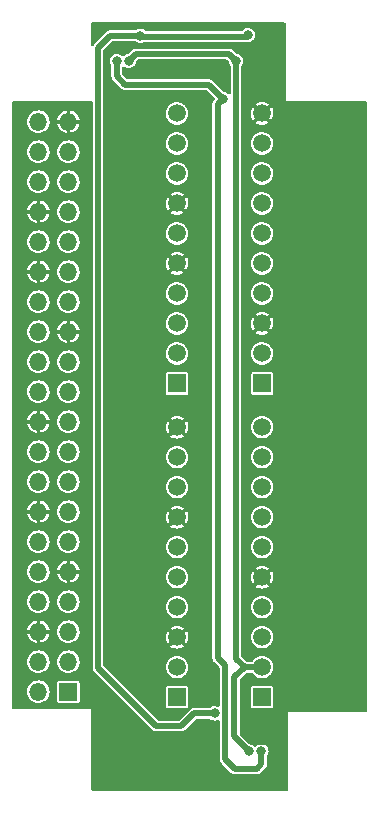
<source format=gbr>
G04 #@! TF.GenerationSoftware,KiCad,Pcbnew,(6.0.0)*
G04 #@! TF.CreationDate,2022-02-24T22:11:55+04:00*
G04 #@! TF.ProjectId,RPi3-screw-terminal-shiel,52506933-2d73-4637-9265-772d7465726d,rev?*
G04 #@! TF.SameCoordinates,Original*
G04 #@! TF.FileFunction,Copper,L2,Bot*
G04 #@! TF.FilePolarity,Positive*
%FSLAX46Y46*%
G04 Gerber Fmt 4.6, Leading zero omitted, Abs format (unit mm)*
G04 Created by KiCad (PCBNEW (6.0.0)) date 2022-02-24 22:11:55*
%MOMM*%
%LPD*%
G01*
G04 APERTURE LIST*
G04 #@! TA.AperFunction,ComponentPad*
%ADD10R,1.500000X1.500000*%
G04 #@! TD*
G04 #@! TA.AperFunction,ComponentPad*
%ADD11C,1.500000*%
G04 #@! TD*
G04 #@! TA.AperFunction,ComponentPad*
%ADD12O,1.500000X1.500000*%
G04 #@! TD*
G04 #@! TA.AperFunction,ViaPad*
%ADD13C,0.800000*%
G04 #@! TD*
G04 #@! TA.AperFunction,Conductor*
%ADD14C,0.500000*%
G04 #@! TD*
G04 APERTURE END LIST*
D10*
G04 #@! TO.P,J3,1,Pin_1*
G04 #@! TO.N,/21*
X109500000Y-65900000D03*
D11*
G04 #@! TO.P,J3,2,Pin_2*
G04 #@! TO.N,/23*
X109500000Y-63360000D03*
G04 #@! TO.P,J3,3,Pin_3*
G04 #@! TO.N,GND*
X109500000Y-60820000D03*
G04 #@! TO.P,J3,4,Pin_4*
G04 #@! TO.N,/27*
X109500000Y-58280000D03*
G04 #@! TO.P,J3,5,Pin_5*
G04 #@! TO.N,/29*
X109500000Y-55740000D03*
G04 #@! TO.P,J3,6,Pin_6*
G04 #@! TO.N,/31*
X109500000Y-53200000D03*
G04 #@! TO.P,J3,7,Pin_7*
G04 #@! TO.N,/33*
X109500000Y-50660000D03*
G04 #@! TO.P,J3,8,Pin_8*
G04 #@! TO.N,/35*
X109500000Y-48120000D03*
G04 #@! TO.P,J3,9,Pin_9*
G04 #@! TO.N,/37*
X109500000Y-45580000D03*
G04 #@! TO.P,J3,10,Pin_10*
G04 #@! TO.N,GND*
X109500000Y-43040000D03*
G04 #@! TD*
D10*
G04 #@! TO.P,J4,1,Pin_1*
G04 #@! TO.N,/2*
X102300000Y-92460000D03*
D11*
G04 #@! TO.P,J4,2,Pin_2*
G04 #@! TO.N,/4*
X102300000Y-89920000D03*
G04 #@! TO.P,J4,3,Pin_3*
G04 #@! TO.N,GND*
X102300000Y-87380000D03*
G04 #@! TO.P,J4,4,Pin_4*
G04 #@! TO.N,/8*
X102300000Y-84840000D03*
G04 #@! TO.P,J4,5,Pin_5*
G04 #@! TO.N,/10*
X102300000Y-82300000D03*
G04 #@! TO.P,J4,6,Pin_6*
G04 #@! TO.N,/12*
X102300000Y-79760000D03*
G04 #@! TO.P,J4,7,Pin_7*
G04 #@! TO.N,GND*
X102300000Y-77220000D03*
G04 #@! TO.P,J4,8,Pin_8*
G04 #@! TO.N,/16*
X102300000Y-74680000D03*
G04 #@! TO.P,J4,9,Pin_9*
G04 #@! TO.N,/18*
X102300000Y-72140000D03*
G04 #@! TO.P,J4,10,Pin_10*
G04 #@! TO.N,GND*
X102300000Y-69600000D03*
G04 #@! TD*
D10*
G04 #@! TO.P,J2,1,Pin_1*
G04 #@! TO.N,/1*
X109500000Y-92460000D03*
D11*
G04 #@! TO.P,J2,2,Pin_2*
G04 #@! TO.N,/3*
X109500000Y-89920000D03*
G04 #@! TO.P,J2,3,Pin_3*
G04 #@! TO.N,/5*
X109500000Y-87380000D03*
G04 #@! TO.P,J2,4,Pin_4*
G04 #@! TO.N,/7*
X109500000Y-84840000D03*
G04 #@! TO.P,J2,5,Pin_5*
G04 #@! TO.N,GND*
X109500000Y-82300000D03*
G04 #@! TO.P,J2,6,Pin_6*
G04 #@! TO.N,/11*
X109500000Y-79760000D03*
G04 #@! TO.P,J2,7,Pin_7*
G04 #@! TO.N,/13*
X109500000Y-77220000D03*
G04 #@! TO.P,J2,8,Pin_8*
G04 #@! TO.N,/15*
X109500000Y-74680000D03*
G04 #@! TO.P,J2,9,Pin_9*
G04 #@! TO.N,/17*
X109500000Y-72140000D03*
G04 #@! TO.P,J2,10,Pin_10*
G04 #@! TO.N,/19*
X109500000Y-69600000D03*
G04 #@! TD*
D10*
G04 #@! TO.P,J5,1,Pin_1*
G04 #@! TO.N,/22*
X102300000Y-65900000D03*
D11*
G04 #@! TO.P,J5,2,Pin_2*
G04 #@! TO.N,/24*
X102300000Y-63360000D03*
G04 #@! TO.P,J5,3,Pin_3*
G04 #@! TO.N,/26*
X102300000Y-60820000D03*
G04 #@! TO.P,J5,4,Pin_4*
G04 #@! TO.N,/28*
X102300000Y-58280000D03*
G04 #@! TO.P,J5,5,Pin_5*
G04 #@! TO.N,GND*
X102300000Y-55740000D03*
G04 #@! TO.P,J5,6,Pin_6*
G04 #@! TO.N,/32*
X102300000Y-53200000D03*
G04 #@! TO.P,J5,7,Pin_7*
G04 #@! TO.N,GND*
X102300000Y-50660000D03*
G04 #@! TO.P,J5,8,Pin_8*
G04 #@! TO.N,/36*
X102300000Y-48120000D03*
G04 #@! TO.P,J5,9,Pin_9*
G04 #@! TO.N,/38*
X102300000Y-45580000D03*
G04 #@! TO.P,J5,10,Pin_10*
G04 #@! TO.N,/40*
X102300000Y-43040000D03*
G04 #@! TD*
D10*
G04 #@! TO.P,J1,1,3V3*
G04 #@! TO.N,/1*
X93100000Y-92000000D03*
D12*
G04 #@! TO.P,J1,2,5V*
G04 #@! TO.N,/2*
X90560000Y-92000000D03*
G04 #@! TO.P,J1,3,SDA/GPIO2*
G04 #@! TO.N,/3*
X93100000Y-89460000D03*
G04 #@! TO.P,J1,4,5V*
G04 #@! TO.N,/4*
X90560000Y-89460000D03*
G04 #@! TO.P,J1,5,SCL/GPIO3*
G04 #@! TO.N,/5*
X93100000Y-86920000D03*
G04 #@! TO.P,J1,6,GND*
G04 #@! TO.N,GND*
X90560000Y-86920000D03*
G04 #@! TO.P,J1,7,GCLK0/GPIO4*
G04 #@! TO.N,/7*
X93100000Y-84380000D03*
G04 #@! TO.P,J1,8,GPIO14/TXD*
G04 #@! TO.N,/8*
X90560000Y-84380000D03*
G04 #@! TO.P,J1,9,GND*
G04 #@! TO.N,GND*
X93100000Y-81840000D03*
G04 #@! TO.P,J1,10,GPIO15/RXD*
G04 #@! TO.N,/10*
X90560000Y-81840000D03*
G04 #@! TO.P,J1,11,GPIO17*
G04 #@! TO.N,/11*
X93100000Y-79300000D03*
G04 #@! TO.P,J1,12,GPIO18/PWM0*
G04 #@! TO.N,/12*
X90560000Y-79300000D03*
G04 #@! TO.P,J1,13,GPIO27*
G04 #@! TO.N,/13*
X93100000Y-76760000D03*
G04 #@! TO.P,J1,14,GND*
G04 #@! TO.N,GND*
X90560000Y-76760000D03*
G04 #@! TO.P,J1,15,GPIO22*
G04 #@! TO.N,/15*
X93100000Y-74220000D03*
G04 #@! TO.P,J1,16,GPIO23*
G04 #@! TO.N,/16*
X90560000Y-74220000D03*
G04 #@! TO.P,J1,17,3V3*
G04 #@! TO.N,/17*
X93100000Y-71680000D03*
G04 #@! TO.P,J1,18,GPIO24*
G04 #@! TO.N,/18*
X90560000Y-71680000D03*
G04 #@! TO.P,J1,19,MOSI0/GPIO10*
G04 #@! TO.N,/19*
X93100000Y-69140000D03*
G04 #@! TO.P,J1,20,GND*
G04 #@! TO.N,GND*
X90560000Y-69140000D03*
G04 #@! TO.P,J1,21,MISO0/GPIO9*
G04 #@! TO.N,/21*
X93100000Y-66600000D03*
G04 #@! TO.P,J1,22,GPIO25*
G04 #@! TO.N,/22*
X90560000Y-66600000D03*
G04 #@! TO.P,J1,23,SCLK0/GPIO11*
G04 #@! TO.N,/23*
X93100000Y-64060000D03*
G04 #@! TO.P,J1,24,~{CE0}/GPIO8*
G04 #@! TO.N,/24*
X90560000Y-64060000D03*
G04 #@! TO.P,J1,25,GND*
G04 #@! TO.N,GND*
X93100000Y-61520000D03*
G04 #@! TO.P,J1,26,~{CE1}/GPIO7*
G04 #@! TO.N,/26*
X90560000Y-61520000D03*
G04 #@! TO.P,J1,27,ID_SD/GPIO0*
G04 #@! TO.N,/27*
X93100000Y-58980000D03*
G04 #@! TO.P,J1,28,ID_SC/GPIO1*
G04 #@! TO.N,/28*
X90560000Y-58980000D03*
G04 #@! TO.P,J1,29,GCLK1/GPIO5*
G04 #@! TO.N,/29*
X93100000Y-56440000D03*
G04 #@! TO.P,J1,30,GND*
G04 #@! TO.N,GND*
X90560000Y-56440000D03*
G04 #@! TO.P,J1,31,GCLK2/GPIO6*
G04 #@! TO.N,/31*
X93100000Y-53900000D03*
G04 #@! TO.P,J1,32,PWM0/GPIO12*
G04 #@! TO.N,/32*
X90560000Y-53900000D03*
G04 #@! TO.P,J1,33,PWM1/GPIO13*
G04 #@! TO.N,/33*
X93100000Y-51360000D03*
G04 #@! TO.P,J1,34,GND*
G04 #@! TO.N,GND*
X90560000Y-51360000D03*
G04 #@! TO.P,J1,35,GPIO19/MISO1*
G04 #@! TO.N,/35*
X93100000Y-48820000D03*
G04 #@! TO.P,J1,36,GPIO16*
G04 #@! TO.N,/36*
X90560000Y-48820000D03*
G04 #@! TO.P,J1,37,GPIO26*
G04 #@! TO.N,/37*
X93100000Y-46280000D03*
G04 #@! TO.P,J1,38,GPIO20/MOSI1*
G04 #@! TO.N,/38*
X90560000Y-46280000D03*
G04 #@! TO.P,J1,39,GND*
G04 #@! TO.N,GND*
X93100000Y-43740000D03*
G04 #@! TO.P,J1,40,GPIO21/SCLK1*
G04 #@! TO.N,/40*
X90560000Y-43740000D03*
G04 #@! TD*
D13*
G04 #@! TO.N,GND*
X105350000Y-95020000D03*
X110600000Y-40850000D03*
X101350000Y-39500000D03*
G04 #@! TO.N,+3V3*
X99200000Y-36450000D03*
X108300000Y-36400000D03*
X105480000Y-93830000D03*
G04 #@! TO.N,/3*
X108420000Y-97050000D03*
X107300000Y-38600000D03*
X98200000Y-38600000D03*
G04 #@! TO.N,/5*
X106200000Y-41800000D03*
X109450000Y-97050000D03*
X97200000Y-38600000D03*
G04 #@! TD*
D14*
G04 #@! TO.N,+3V3*
X96650000Y-36450000D02*
X95600000Y-37500000D01*
X99200000Y-36450000D02*
X96650000Y-36450000D01*
X100550000Y-94910000D02*
X102660000Y-94910000D01*
X95600000Y-89960000D02*
X100550000Y-94910000D01*
X99200000Y-36450000D02*
X99290000Y-36540000D01*
X103740000Y-93830000D02*
X105480000Y-93830000D01*
X108160000Y-36540000D02*
X108300000Y-36400000D01*
X99290000Y-36540000D02*
X108160000Y-36540000D01*
X95600000Y-37500000D02*
X95600000Y-89960000D01*
X102660000Y-94910000D02*
X103740000Y-93830000D01*
G04 #@! TO.N,/3*
X106700000Y-38000000D02*
X98800000Y-38000000D01*
X98800000Y-38000000D02*
X98200000Y-38600000D01*
X107300000Y-89200000D02*
X108020000Y-89920000D01*
X107150000Y-95780000D02*
X107150000Y-90790000D01*
X108020000Y-89920000D02*
X109500000Y-89920000D01*
X107300000Y-38600000D02*
X107300000Y-89200000D01*
X107300000Y-38600000D02*
X106700000Y-38000000D01*
X108420000Y-97050000D02*
X107150000Y-95780000D01*
X107150000Y-90790000D02*
X108020000Y-89920000D01*
G04 #@! TO.N,/5*
X107200000Y-98550000D02*
X109050000Y-98550000D01*
X106360000Y-89760000D02*
X106360000Y-97710000D01*
X109050000Y-98550000D02*
X109450000Y-98150000D01*
X109450000Y-98150000D02*
X109450000Y-97050000D01*
X105750000Y-42250000D02*
X105750000Y-89150000D01*
X97900000Y-40600000D02*
X105000000Y-40600000D01*
X105000000Y-40600000D02*
X106200000Y-41800000D01*
X106360000Y-97710000D02*
X107200000Y-98550000D01*
X97200000Y-39900000D02*
X97900000Y-40600000D01*
X105750000Y-89150000D02*
X106360000Y-89760000D01*
X106200000Y-41800000D02*
X105750000Y-42250000D01*
X97200000Y-38600000D02*
X97200000Y-39900000D01*
G04 #@! TD*
G04 #@! TA.AperFunction,Conductor*
G04 #@! TO.N,GND*
G36*
X111442121Y-35345002D02*
G01*
X111488614Y-35398658D01*
X111500000Y-35451000D01*
X111500000Y-42000000D01*
X118249000Y-42000000D01*
X118317121Y-42020002D01*
X118363614Y-42073658D01*
X118375000Y-42126000D01*
X118375000Y-93624000D01*
X118354998Y-93692121D01*
X118301342Y-93738614D01*
X118249000Y-93750000D01*
X111690000Y-93750000D01*
X111690000Y-100249000D01*
X111669998Y-100317121D01*
X111616342Y-100363614D01*
X111564000Y-100375000D01*
X95126000Y-100375000D01*
X95057879Y-100354998D01*
X95011386Y-100301342D01*
X95000000Y-100249000D01*
X95000000Y-93500000D01*
X88451000Y-93500000D01*
X88382879Y-93479998D01*
X88336386Y-93426342D01*
X88325000Y-93374000D01*
X88325000Y-91986665D01*
X89604994Y-91986665D01*
X89620592Y-92172414D01*
X89671971Y-92351595D01*
X89757176Y-92517385D01*
X89872959Y-92663468D01*
X90014912Y-92784279D01*
X90177627Y-92875217D01*
X90354907Y-92932819D01*
X90539998Y-92954890D01*
X90546133Y-92954418D01*
X90546135Y-92954418D01*
X90719710Y-92941062D01*
X90719715Y-92941061D01*
X90725851Y-92940589D01*
X90731781Y-92938933D01*
X90731783Y-92938933D01*
X90899459Y-92892117D01*
X90899458Y-92892117D01*
X90905387Y-92890462D01*
X91071768Y-92806417D01*
X91096255Y-92787286D01*
X91118703Y-92769748D01*
X92149500Y-92769748D01*
X92150707Y-92775816D01*
X92157347Y-92809195D01*
X92161133Y-92828231D01*
X92205448Y-92894552D01*
X92271769Y-92938867D01*
X92283938Y-92941288D01*
X92283939Y-92941288D01*
X92324184Y-92949293D01*
X92330252Y-92950500D01*
X93869748Y-92950500D01*
X93875816Y-92949293D01*
X93916061Y-92941288D01*
X93916062Y-92941288D01*
X93928231Y-92938867D01*
X93994552Y-92894552D01*
X94038867Y-92828231D01*
X94042654Y-92809195D01*
X94049293Y-92775816D01*
X94050500Y-92769748D01*
X94050500Y-91230252D01*
X94038867Y-91171769D01*
X93994552Y-91105448D01*
X93928231Y-91061133D01*
X93916062Y-91058712D01*
X93916061Y-91058712D01*
X93875816Y-91050707D01*
X93869748Y-91049500D01*
X92330252Y-91049500D01*
X92324184Y-91050707D01*
X92283939Y-91058712D01*
X92283938Y-91058712D01*
X92271769Y-91061133D01*
X92205448Y-91105448D01*
X92161133Y-91171769D01*
X92149500Y-91230252D01*
X92149500Y-92769748D01*
X91118703Y-92769748D01*
X91213794Y-92695454D01*
X91213795Y-92695453D01*
X91218655Y-92691656D01*
X91340454Y-92550550D01*
X91432526Y-92388474D01*
X91491364Y-92211601D01*
X91514727Y-92026668D01*
X91515099Y-92000000D01*
X91496909Y-91814487D01*
X91495128Y-91808588D01*
X91495127Y-91808583D01*
X91444814Y-91641939D01*
X91443033Y-91636040D01*
X91381936Y-91521133D01*
X91358416Y-91476898D01*
X91358414Y-91476895D01*
X91355522Y-91471456D01*
X91351632Y-91466686D01*
X91351629Y-91466682D01*
X91241605Y-91331780D01*
X91241602Y-91331777D01*
X91237710Y-91327005D01*
X91232056Y-91322327D01*
X91098834Y-91212116D01*
X91094085Y-91208187D01*
X90930116Y-91119529D01*
X90841083Y-91091969D01*
X90757936Y-91066231D01*
X90757933Y-91066230D01*
X90752049Y-91064409D01*
X90745924Y-91063765D01*
X90745923Y-91063765D01*
X90572796Y-91045568D01*
X90572795Y-91045568D01*
X90566668Y-91044924D01*
X90503123Y-91050707D01*
X90387171Y-91061259D01*
X90387168Y-91061260D01*
X90381032Y-91061818D01*
X90375122Y-91063557D01*
X90375119Y-91063558D01*
X90208129Y-91112707D01*
X90202214Y-91114448D01*
X90037023Y-91200807D01*
X89891752Y-91317608D01*
X89771935Y-91460401D01*
X89768971Y-91465793D01*
X89768968Y-91465797D01*
X89717973Y-91558557D01*
X89682135Y-91623746D01*
X89625772Y-91801424D01*
X89604994Y-91986665D01*
X88325000Y-91986665D01*
X88325000Y-89446665D01*
X89604994Y-89446665D01*
X89605510Y-89452809D01*
X89620057Y-89626038D01*
X89620592Y-89632414D01*
X89622291Y-89638339D01*
X89666989Y-89794219D01*
X89671971Y-89811595D01*
X89674790Y-89817080D01*
X89741390Y-89946668D01*
X89757176Y-89977385D01*
X89872959Y-90123468D01*
X90014912Y-90244279D01*
X90020290Y-90247285D01*
X90020292Y-90247286D01*
X90073603Y-90277080D01*
X90177627Y-90335217D01*
X90354907Y-90392819D01*
X90539998Y-90414890D01*
X90546133Y-90414418D01*
X90546135Y-90414418D01*
X90719710Y-90401062D01*
X90719715Y-90401061D01*
X90725851Y-90400589D01*
X90731781Y-90398933D01*
X90731783Y-90398933D01*
X90899459Y-90352117D01*
X90899458Y-90352117D01*
X90905387Y-90350462D01*
X91071768Y-90266417D01*
X91096255Y-90247286D01*
X91213794Y-90155454D01*
X91213795Y-90155453D01*
X91218655Y-90151656D01*
X91340454Y-90010550D01*
X91432526Y-89848474D01*
X91491364Y-89671601D01*
X91508377Y-89536934D01*
X91514285Y-89490170D01*
X91514286Y-89490163D01*
X91514727Y-89486668D01*
X91515099Y-89460000D01*
X91513791Y-89446665D01*
X92144994Y-89446665D01*
X92145510Y-89452809D01*
X92160057Y-89626038D01*
X92160592Y-89632414D01*
X92162291Y-89638339D01*
X92206989Y-89794219D01*
X92211971Y-89811595D01*
X92214790Y-89817080D01*
X92281390Y-89946668D01*
X92297176Y-89977385D01*
X92412959Y-90123468D01*
X92554912Y-90244279D01*
X92560290Y-90247285D01*
X92560292Y-90247286D01*
X92613603Y-90277080D01*
X92717627Y-90335217D01*
X92894907Y-90392819D01*
X93079998Y-90414890D01*
X93086133Y-90414418D01*
X93086135Y-90414418D01*
X93259710Y-90401062D01*
X93259715Y-90401061D01*
X93265851Y-90400589D01*
X93271781Y-90398933D01*
X93271783Y-90398933D01*
X93439459Y-90352117D01*
X93439458Y-90352117D01*
X93445387Y-90350462D01*
X93611768Y-90266417D01*
X93636255Y-90247286D01*
X93753794Y-90155454D01*
X93753795Y-90155453D01*
X93758655Y-90151656D01*
X93880454Y-90010550D01*
X93972526Y-89848474D01*
X94031364Y-89671601D01*
X94048377Y-89536934D01*
X94054285Y-89490170D01*
X94054286Y-89490163D01*
X94054727Y-89486668D01*
X94055099Y-89460000D01*
X94036909Y-89274487D01*
X94035128Y-89268588D01*
X94035127Y-89268583D01*
X93984814Y-89101939D01*
X93983033Y-89096040D01*
X93925582Y-88987990D01*
X93898416Y-88936898D01*
X93898414Y-88936895D01*
X93895522Y-88931456D01*
X93891632Y-88926686D01*
X93891629Y-88926682D01*
X93781605Y-88791780D01*
X93781602Y-88791777D01*
X93777710Y-88787005D01*
X93772056Y-88782327D01*
X93638834Y-88672116D01*
X93634085Y-88668187D01*
X93470116Y-88579529D01*
X93381083Y-88551969D01*
X93297936Y-88526231D01*
X93297933Y-88526230D01*
X93292049Y-88524409D01*
X93285924Y-88523765D01*
X93285923Y-88523765D01*
X93112796Y-88505568D01*
X93112795Y-88505568D01*
X93106668Y-88504924D01*
X93028549Y-88512033D01*
X92927171Y-88521259D01*
X92927168Y-88521260D01*
X92921032Y-88521818D01*
X92915122Y-88523557D01*
X92915119Y-88523558D01*
X92748129Y-88572707D01*
X92742214Y-88574448D01*
X92577023Y-88660807D01*
X92431752Y-88777608D01*
X92311935Y-88920401D01*
X92308971Y-88925793D01*
X92308968Y-88925797D01*
X92274777Y-88987990D01*
X92222135Y-89083746D01*
X92220274Y-89089613D01*
X92220273Y-89089615D01*
X92209615Y-89123213D01*
X92165772Y-89261424D01*
X92144994Y-89446665D01*
X91513791Y-89446665D01*
X91496909Y-89274487D01*
X91495128Y-89268588D01*
X91495127Y-89268583D01*
X91444814Y-89101939D01*
X91443033Y-89096040D01*
X91385582Y-88987990D01*
X91358416Y-88936898D01*
X91358414Y-88936895D01*
X91355522Y-88931456D01*
X91351632Y-88926686D01*
X91351629Y-88926682D01*
X91241605Y-88791780D01*
X91241602Y-88791777D01*
X91237710Y-88787005D01*
X91232056Y-88782327D01*
X91098834Y-88672116D01*
X91094085Y-88668187D01*
X90930116Y-88579529D01*
X90841083Y-88551969D01*
X90757936Y-88526231D01*
X90757933Y-88526230D01*
X90752049Y-88524409D01*
X90745924Y-88523765D01*
X90745923Y-88523765D01*
X90572796Y-88505568D01*
X90572795Y-88505568D01*
X90566668Y-88504924D01*
X90488549Y-88512033D01*
X90387171Y-88521259D01*
X90387168Y-88521260D01*
X90381032Y-88521818D01*
X90375122Y-88523557D01*
X90375119Y-88523558D01*
X90208129Y-88572707D01*
X90202214Y-88574448D01*
X90037023Y-88660807D01*
X89891752Y-88777608D01*
X89771935Y-88920401D01*
X89768971Y-88925793D01*
X89768968Y-88925797D01*
X89734777Y-88987990D01*
X89682135Y-89083746D01*
X89680274Y-89089613D01*
X89680273Y-89089615D01*
X89669615Y-89123213D01*
X89625772Y-89261424D01*
X89604994Y-89446665D01*
X88325000Y-89446665D01*
X88325000Y-87089458D01*
X89613000Y-87089458D01*
X89614880Y-87099703D01*
X89663266Y-87268446D01*
X89667781Y-87279849D01*
X89748026Y-87435990D01*
X89754668Y-87446295D01*
X89863709Y-87583871D01*
X89872232Y-87592697D01*
X90005919Y-87706474D01*
X90015991Y-87713474D01*
X90169230Y-87799116D01*
X90180470Y-87804027D01*
X90347427Y-87858275D01*
X90359404Y-87860908D01*
X90388013Y-87864320D01*
X90402417Y-87861893D01*
X90405499Y-87850908D01*
X90714000Y-87850908D01*
X90718354Y-87865735D01*
X90727443Y-87867350D01*
X90733092Y-87866354D01*
X90902181Y-87819144D01*
X90913610Y-87814711D01*
X91070305Y-87735559D01*
X91080661Y-87728986D01*
X91218995Y-87620907D01*
X91227881Y-87612446D01*
X91342583Y-87479562D01*
X91349657Y-87469533D01*
X91436364Y-87316902D01*
X91441358Y-87305686D01*
X91496766Y-87139124D01*
X91499487Y-87127144D01*
X91503930Y-87091974D01*
X91501627Y-87077695D01*
X91488634Y-87074000D01*
X90732115Y-87074000D01*
X90716876Y-87078475D01*
X90715671Y-87079865D01*
X90714000Y-87087548D01*
X90714000Y-87850908D01*
X90405499Y-87850908D01*
X90406000Y-87849123D01*
X90406000Y-87092115D01*
X90401525Y-87076876D01*
X90400135Y-87075671D01*
X90392452Y-87074000D01*
X89629635Y-87074000D01*
X89614939Y-87078315D01*
X89613000Y-87089458D01*
X88325000Y-87089458D01*
X88325000Y-86906665D01*
X92144994Y-86906665D01*
X92145510Y-86912809D01*
X92159046Y-87074000D01*
X92160592Y-87092414D01*
X92162291Y-87098339D01*
X92191620Y-87200621D01*
X92211971Y-87271595D01*
X92230924Y-87308474D01*
X92281390Y-87406668D01*
X92297176Y-87437385D01*
X92412959Y-87583468D01*
X92554912Y-87704279D01*
X92560290Y-87707285D01*
X92560292Y-87707286D01*
X92587731Y-87722621D01*
X92717627Y-87795217D01*
X92894907Y-87852819D01*
X93079998Y-87874890D01*
X93086133Y-87874418D01*
X93086135Y-87874418D01*
X93259710Y-87861062D01*
X93259715Y-87861061D01*
X93265851Y-87860589D01*
X93271781Y-87858933D01*
X93271783Y-87858933D01*
X93414291Y-87819144D01*
X93445387Y-87810462D01*
X93611768Y-87726417D01*
X93628335Y-87713474D01*
X93753794Y-87615454D01*
X93753795Y-87615453D01*
X93758655Y-87611656D01*
X93880454Y-87470550D01*
X93972526Y-87308474D01*
X94031364Y-87131601D01*
X94046775Y-87009615D01*
X94054285Y-86950170D01*
X94054286Y-86950163D01*
X94054727Y-86946668D01*
X94055099Y-86920000D01*
X94036909Y-86734487D01*
X94035128Y-86728588D01*
X94035127Y-86728583D01*
X93984814Y-86561939D01*
X93983033Y-86556040D01*
X93939278Y-86473748D01*
X93898416Y-86396898D01*
X93898414Y-86396895D01*
X93895522Y-86391456D01*
X93891632Y-86386686D01*
X93891629Y-86386682D01*
X93781605Y-86251780D01*
X93781602Y-86251777D01*
X93777710Y-86247005D01*
X93772056Y-86242327D01*
X93638834Y-86132116D01*
X93634085Y-86128187D01*
X93470116Y-86039529D01*
X93381083Y-86011969D01*
X93297936Y-85986231D01*
X93297933Y-85986230D01*
X93292049Y-85984409D01*
X93285924Y-85983765D01*
X93285923Y-85983765D01*
X93112796Y-85965568D01*
X93112795Y-85965568D01*
X93106668Y-85964924D01*
X93028549Y-85972033D01*
X92927171Y-85981259D01*
X92927168Y-85981260D01*
X92921032Y-85981818D01*
X92915122Y-85983557D01*
X92915119Y-85983558D01*
X92748129Y-86032707D01*
X92742214Y-86034448D01*
X92577023Y-86120807D01*
X92431752Y-86237608D01*
X92311935Y-86380401D01*
X92308971Y-86385793D01*
X92308968Y-86385797D01*
X92251264Y-86490760D01*
X92222135Y-86543746D01*
X92220274Y-86549613D01*
X92220273Y-86549615D01*
X92199996Y-86613537D01*
X92165772Y-86721424D01*
X92144994Y-86906665D01*
X88325000Y-86906665D01*
X88325000Y-86747996D01*
X89615245Y-86747996D01*
X89617797Y-86762527D01*
X89630343Y-86766000D01*
X90387885Y-86766000D01*
X90403124Y-86761525D01*
X90404329Y-86760135D01*
X90406000Y-86752452D01*
X90406000Y-86747885D01*
X90714000Y-86747885D01*
X90718475Y-86763124D01*
X90719865Y-86764329D01*
X90727548Y-86766000D01*
X91489420Y-86766000D01*
X91503847Y-86761764D01*
X91505909Y-86749411D01*
X91504903Y-86739155D01*
X91502521Y-86727123D01*
X91451781Y-86559068D01*
X91447106Y-86547726D01*
X91364697Y-86392737D01*
X91357897Y-86382502D01*
X91246951Y-86246468D01*
X91238313Y-86237769D01*
X91103048Y-86125867D01*
X91092877Y-86119007D01*
X90938456Y-86035512D01*
X90927150Y-86030760D01*
X90759453Y-85978850D01*
X90747437Y-85976383D01*
X90732016Y-85974762D01*
X90717364Y-85977441D01*
X90714000Y-85989762D01*
X90714000Y-86747885D01*
X90406000Y-86747885D01*
X90406000Y-85990130D01*
X90401724Y-85975569D01*
X90389621Y-85973506D01*
X90385760Y-85973857D01*
X90373709Y-85976156D01*
X90205300Y-86025721D01*
X90193932Y-86030314D01*
X90038354Y-86111648D01*
X90028096Y-86118360D01*
X89891287Y-86228359D01*
X89882512Y-86236952D01*
X89769684Y-86371416D01*
X89762748Y-86381544D01*
X89678175Y-86535381D01*
X89673345Y-86546651D01*
X89620265Y-86713982D01*
X89617714Y-86725979D01*
X89615245Y-86747996D01*
X88325000Y-86747996D01*
X88325000Y-84366665D01*
X89604994Y-84366665D01*
X89605510Y-84372809D01*
X89614179Y-84476040D01*
X89620592Y-84552414D01*
X89622291Y-84558339D01*
X89651620Y-84660621D01*
X89671971Y-84731595D01*
X89674790Y-84737080D01*
X89741390Y-84866668D01*
X89757176Y-84897385D01*
X89872959Y-85043468D01*
X90014912Y-85164279D01*
X90177627Y-85255217D01*
X90354907Y-85312819D01*
X90539998Y-85334890D01*
X90546133Y-85334418D01*
X90546135Y-85334418D01*
X90719710Y-85321062D01*
X90719715Y-85321061D01*
X90725851Y-85320589D01*
X90731781Y-85318933D01*
X90731783Y-85318933D01*
X90899459Y-85272117D01*
X90899458Y-85272117D01*
X90905387Y-85270462D01*
X91071768Y-85186417D01*
X91096255Y-85167286D01*
X91213794Y-85075454D01*
X91213795Y-85075453D01*
X91218655Y-85071656D01*
X91340454Y-84930550D01*
X91432526Y-84768474D01*
X91491364Y-84591601D01*
X91514727Y-84406668D01*
X91515099Y-84380000D01*
X91513791Y-84366665D01*
X92144994Y-84366665D01*
X92145510Y-84372809D01*
X92154179Y-84476040D01*
X92160592Y-84552414D01*
X92162291Y-84558339D01*
X92191620Y-84660621D01*
X92211971Y-84731595D01*
X92214790Y-84737080D01*
X92281390Y-84866668D01*
X92297176Y-84897385D01*
X92412959Y-85043468D01*
X92554912Y-85164279D01*
X92717627Y-85255217D01*
X92894907Y-85312819D01*
X93079998Y-85334890D01*
X93086133Y-85334418D01*
X93086135Y-85334418D01*
X93259710Y-85321062D01*
X93259715Y-85321061D01*
X93265851Y-85320589D01*
X93271781Y-85318933D01*
X93271783Y-85318933D01*
X93439459Y-85272117D01*
X93439458Y-85272117D01*
X93445387Y-85270462D01*
X93611768Y-85186417D01*
X93636255Y-85167286D01*
X93753794Y-85075454D01*
X93753795Y-85075453D01*
X93758655Y-85071656D01*
X93880454Y-84930550D01*
X93972526Y-84768474D01*
X94031364Y-84591601D01*
X94054727Y-84406668D01*
X94055099Y-84380000D01*
X94036909Y-84194487D01*
X94035128Y-84188588D01*
X94035127Y-84188583D01*
X93984814Y-84021939D01*
X93983033Y-84016040D01*
X93939277Y-83933748D01*
X93898416Y-83856898D01*
X93898414Y-83856895D01*
X93895522Y-83851456D01*
X93891632Y-83846686D01*
X93891629Y-83846682D01*
X93781605Y-83711780D01*
X93781602Y-83711777D01*
X93777710Y-83707005D01*
X93772056Y-83702327D01*
X93638834Y-83592116D01*
X93634085Y-83588187D01*
X93470116Y-83499529D01*
X93381082Y-83471969D01*
X93297936Y-83446231D01*
X93297933Y-83446230D01*
X93292049Y-83444409D01*
X93285924Y-83443765D01*
X93285923Y-83443765D01*
X93112796Y-83425568D01*
X93112795Y-83425568D01*
X93106668Y-83424924D01*
X93028549Y-83432033D01*
X92927171Y-83441259D01*
X92927168Y-83441260D01*
X92921032Y-83441818D01*
X92915122Y-83443557D01*
X92915119Y-83443558D01*
X92748129Y-83492707D01*
X92742214Y-83494448D01*
X92577023Y-83580807D01*
X92431752Y-83697608D01*
X92311935Y-83840401D01*
X92308971Y-83845793D01*
X92308968Y-83845797D01*
X92250194Y-83952707D01*
X92222135Y-84003746D01*
X92220274Y-84009613D01*
X92220273Y-84009615D01*
X92209154Y-84044667D01*
X92165772Y-84181424D01*
X92144994Y-84366665D01*
X91513791Y-84366665D01*
X91496909Y-84194487D01*
X91495128Y-84188588D01*
X91495127Y-84188583D01*
X91444814Y-84021939D01*
X91443033Y-84016040D01*
X91399277Y-83933748D01*
X91358416Y-83856898D01*
X91358414Y-83856895D01*
X91355522Y-83851456D01*
X91351632Y-83846686D01*
X91351629Y-83846682D01*
X91241605Y-83711780D01*
X91241602Y-83711777D01*
X91237710Y-83707005D01*
X91232056Y-83702327D01*
X91098834Y-83592116D01*
X91094085Y-83588187D01*
X90930116Y-83499529D01*
X90841082Y-83471969D01*
X90757936Y-83446231D01*
X90757933Y-83446230D01*
X90752049Y-83444409D01*
X90745924Y-83443765D01*
X90745923Y-83443765D01*
X90572796Y-83425568D01*
X90572795Y-83425568D01*
X90566668Y-83424924D01*
X90488549Y-83432033D01*
X90387171Y-83441259D01*
X90387168Y-83441260D01*
X90381032Y-83441818D01*
X90375122Y-83443557D01*
X90375119Y-83443558D01*
X90208129Y-83492707D01*
X90202214Y-83494448D01*
X90037023Y-83580807D01*
X89891752Y-83697608D01*
X89771935Y-83840401D01*
X89768971Y-83845793D01*
X89768968Y-83845797D01*
X89710194Y-83952707D01*
X89682135Y-84003746D01*
X89680274Y-84009613D01*
X89680273Y-84009615D01*
X89669154Y-84044667D01*
X89625772Y-84181424D01*
X89604994Y-84366665D01*
X88325000Y-84366665D01*
X88325000Y-81826665D01*
X89604994Y-81826665D01*
X89605510Y-81832809D01*
X89619046Y-81994000D01*
X89620592Y-82012414D01*
X89622291Y-82018339D01*
X89651620Y-82120621D01*
X89671971Y-82191595D01*
X89690924Y-82228474D01*
X89741390Y-82326668D01*
X89757176Y-82357385D01*
X89872959Y-82503468D01*
X90014912Y-82624279D01*
X90020290Y-82627285D01*
X90020292Y-82627286D01*
X90047731Y-82642621D01*
X90177627Y-82715217D01*
X90354907Y-82772819D01*
X90539998Y-82794890D01*
X90546133Y-82794418D01*
X90546135Y-82794418D01*
X90719710Y-82781062D01*
X90719715Y-82781061D01*
X90725851Y-82780589D01*
X90731781Y-82778933D01*
X90731783Y-82778933D01*
X90874291Y-82739144D01*
X90905387Y-82730462D01*
X91071768Y-82646417D01*
X91088335Y-82633474D01*
X91213794Y-82535454D01*
X91213795Y-82535453D01*
X91218655Y-82531656D01*
X91340454Y-82390550D01*
X91432526Y-82228474D01*
X91491364Y-82051601D01*
X91496688Y-82009458D01*
X92153000Y-82009458D01*
X92154880Y-82019703D01*
X92203266Y-82188446D01*
X92207781Y-82199849D01*
X92288026Y-82355990D01*
X92294668Y-82366295D01*
X92403709Y-82503871D01*
X92412232Y-82512697D01*
X92545919Y-82626474D01*
X92555991Y-82633474D01*
X92709230Y-82719116D01*
X92720470Y-82724027D01*
X92887427Y-82778275D01*
X92899404Y-82780908D01*
X92928013Y-82784320D01*
X92942417Y-82781893D01*
X92945499Y-82770908D01*
X93254000Y-82770908D01*
X93258354Y-82785735D01*
X93267443Y-82787350D01*
X93273092Y-82786354D01*
X93442181Y-82739144D01*
X93453610Y-82734711D01*
X93610305Y-82655559D01*
X93620661Y-82648986D01*
X93758995Y-82540907D01*
X93767881Y-82532446D01*
X93882583Y-82399562D01*
X93889657Y-82389533D01*
X93976364Y-82236902D01*
X93981358Y-82225686D01*
X94036766Y-82059124D01*
X94039487Y-82047144D01*
X94043930Y-82011974D01*
X94041627Y-81997695D01*
X94028634Y-81994000D01*
X93272115Y-81994000D01*
X93256876Y-81998475D01*
X93255671Y-81999865D01*
X93254000Y-82007548D01*
X93254000Y-82770908D01*
X92945499Y-82770908D01*
X92946000Y-82769123D01*
X92946000Y-82012115D01*
X92941525Y-81996876D01*
X92940135Y-81995671D01*
X92932452Y-81994000D01*
X92169635Y-81994000D01*
X92154939Y-81998315D01*
X92153000Y-82009458D01*
X91496688Y-82009458D01*
X91506775Y-81929615D01*
X91514285Y-81870170D01*
X91514286Y-81870163D01*
X91514727Y-81866668D01*
X91515099Y-81840000D01*
X91498234Y-81667996D01*
X92155245Y-81667996D01*
X92157797Y-81682527D01*
X92170343Y-81686000D01*
X92927885Y-81686000D01*
X92943124Y-81681525D01*
X92944329Y-81680135D01*
X92946000Y-81672452D01*
X92946000Y-81667885D01*
X93254000Y-81667885D01*
X93258475Y-81683124D01*
X93259865Y-81684329D01*
X93267548Y-81686000D01*
X94029420Y-81686000D01*
X94043847Y-81681764D01*
X94045909Y-81669411D01*
X94044903Y-81659155D01*
X94042521Y-81647123D01*
X93991781Y-81479068D01*
X93987106Y-81467726D01*
X93904697Y-81312737D01*
X93897897Y-81302502D01*
X93786951Y-81166468D01*
X93778313Y-81157769D01*
X93643048Y-81045867D01*
X93632877Y-81039007D01*
X93478456Y-80955512D01*
X93467150Y-80950760D01*
X93299453Y-80898850D01*
X93287437Y-80896383D01*
X93272016Y-80894762D01*
X93257364Y-80897441D01*
X93254000Y-80909762D01*
X93254000Y-81667885D01*
X92946000Y-81667885D01*
X92946000Y-80910130D01*
X92941724Y-80895569D01*
X92929621Y-80893506D01*
X92925760Y-80893857D01*
X92913709Y-80896156D01*
X92745300Y-80945721D01*
X92733932Y-80950314D01*
X92578354Y-81031648D01*
X92568096Y-81038360D01*
X92431287Y-81148359D01*
X92422512Y-81156952D01*
X92309684Y-81291416D01*
X92302748Y-81301544D01*
X92218175Y-81455381D01*
X92213345Y-81466651D01*
X92160265Y-81633982D01*
X92157714Y-81645979D01*
X92155245Y-81667996D01*
X91498234Y-81667996D01*
X91496909Y-81654487D01*
X91495128Y-81648588D01*
X91495127Y-81648583D01*
X91444814Y-81481939D01*
X91443033Y-81476040D01*
X91399278Y-81393748D01*
X91358416Y-81316898D01*
X91358414Y-81316895D01*
X91355522Y-81311456D01*
X91351632Y-81306686D01*
X91351629Y-81306682D01*
X91241605Y-81171780D01*
X91241602Y-81171777D01*
X91237710Y-81167005D01*
X91232056Y-81162327D01*
X91098834Y-81052116D01*
X91094085Y-81048187D01*
X90930116Y-80959529D01*
X90841082Y-80931969D01*
X90757936Y-80906231D01*
X90757933Y-80906230D01*
X90752049Y-80904409D01*
X90745924Y-80903765D01*
X90745923Y-80903765D01*
X90572796Y-80885568D01*
X90572795Y-80885568D01*
X90566668Y-80884924D01*
X90488549Y-80892033D01*
X90387171Y-80901259D01*
X90387168Y-80901260D01*
X90381032Y-80901818D01*
X90375122Y-80903557D01*
X90375119Y-80903558D01*
X90208129Y-80952707D01*
X90202214Y-80954448D01*
X90037023Y-81040807D01*
X89891752Y-81157608D01*
X89771935Y-81300401D01*
X89768971Y-81305793D01*
X89768968Y-81305797D01*
X89711264Y-81410760D01*
X89682135Y-81463746D01*
X89680274Y-81469613D01*
X89680273Y-81469615D01*
X89659996Y-81533537D01*
X89625772Y-81641424D01*
X89604994Y-81826665D01*
X88325000Y-81826665D01*
X88325000Y-79286665D01*
X89604994Y-79286665D01*
X89605510Y-79292809D01*
X89614179Y-79396040D01*
X89620592Y-79472414D01*
X89622291Y-79478339D01*
X89651620Y-79580621D01*
X89671971Y-79651595D01*
X89674790Y-79657080D01*
X89741390Y-79786668D01*
X89757176Y-79817385D01*
X89872959Y-79963468D01*
X90014912Y-80084279D01*
X90177627Y-80175217D01*
X90354907Y-80232819D01*
X90539998Y-80254890D01*
X90546133Y-80254418D01*
X90546135Y-80254418D01*
X90719710Y-80241062D01*
X90719715Y-80241061D01*
X90725851Y-80240589D01*
X90731781Y-80238933D01*
X90731783Y-80238933D01*
X90899459Y-80192117D01*
X90899458Y-80192117D01*
X90905387Y-80190462D01*
X91071768Y-80106417D01*
X91096255Y-80087286D01*
X91213794Y-79995454D01*
X91213795Y-79995453D01*
X91218655Y-79991656D01*
X91340454Y-79850550D01*
X91432526Y-79688474D01*
X91491364Y-79511601D01*
X91514727Y-79326668D01*
X91515099Y-79300000D01*
X91513791Y-79286665D01*
X92144994Y-79286665D01*
X92145510Y-79292809D01*
X92154179Y-79396040D01*
X92160592Y-79472414D01*
X92162291Y-79478339D01*
X92191620Y-79580621D01*
X92211971Y-79651595D01*
X92214790Y-79657080D01*
X92281390Y-79786668D01*
X92297176Y-79817385D01*
X92412959Y-79963468D01*
X92554912Y-80084279D01*
X92717627Y-80175217D01*
X92894907Y-80232819D01*
X93079998Y-80254890D01*
X93086133Y-80254418D01*
X93086135Y-80254418D01*
X93259710Y-80241062D01*
X93259715Y-80241061D01*
X93265851Y-80240589D01*
X93271781Y-80238933D01*
X93271783Y-80238933D01*
X93439459Y-80192117D01*
X93439458Y-80192117D01*
X93445387Y-80190462D01*
X93611768Y-80106417D01*
X93636255Y-80087286D01*
X93753794Y-79995454D01*
X93753795Y-79995453D01*
X93758655Y-79991656D01*
X93880454Y-79850550D01*
X93972526Y-79688474D01*
X94031364Y-79511601D01*
X94054727Y-79326668D01*
X94055099Y-79300000D01*
X94036909Y-79114487D01*
X94035128Y-79108588D01*
X94035127Y-79108583D01*
X93984814Y-78941939D01*
X93983033Y-78936040D01*
X93939277Y-78853748D01*
X93898416Y-78776898D01*
X93898414Y-78776895D01*
X93895522Y-78771456D01*
X93891632Y-78766686D01*
X93891629Y-78766682D01*
X93781605Y-78631780D01*
X93781602Y-78631777D01*
X93777710Y-78627005D01*
X93772056Y-78622327D01*
X93638834Y-78512116D01*
X93634085Y-78508187D01*
X93470116Y-78419529D01*
X93381082Y-78391969D01*
X93297936Y-78366231D01*
X93297933Y-78366230D01*
X93292049Y-78364409D01*
X93285924Y-78363765D01*
X93285923Y-78363765D01*
X93112796Y-78345568D01*
X93112795Y-78345568D01*
X93106668Y-78344924D01*
X93028549Y-78352033D01*
X92927171Y-78361259D01*
X92927168Y-78361260D01*
X92921032Y-78361818D01*
X92915122Y-78363557D01*
X92915119Y-78363558D01*
X92748129Y-78412707D01*
X92742214Y-78414448D01*
X92577023Y-78500807D01*
X92431752Y-78617608D01*
X92311935Y-78760401D01*
X92308971Y-78765793D01*
X92308968Y-78765797D01*
X92250194Y-78872707D01*
X92222135Y-78923746D01*
X92220274Y-78929613D01*
X92220273Y-78929615D01*
X92209154Y-78964667D01*
X92165772Y-79101424D01*
X92144994Y-79286665D01*
X91513791Y-79286665D01*
X91496909Y-79114487D01*
X91495128Y-79108588D01*
X91495127Y-79108583D01*
X91444814Y-78941939D01*
X91443033Y-78936040D01*
X91399277Y-78853748D01*
X91358416Y-78776898D01*
X91358414Y-78776895D01*
X91355522Y-78771456D01*
X91351632Y-78766686D01*
X91351629Y-78766682D01*
X91241605Y-78631780D01*
X91241602Y-78631777D01*
X91237710Y-78627005D01*
X91232056Y-78622327D01*
X91098834Y-78512116D01*
X91094085Y-78508187D01*
X90930116Y-78419529D01*
X90841082Y-78391969D01*
X90757936Y-78366231D01*
X90757933Y-78366230D01*
X90752049Y-78364409D01*
X90745924Y-78363765D01*
X90745923Y-78363765D01*
X90572796Y-78345568D01*
X90572795Y-78345568D01*
X90566668Y-78344924D01*
X90488549Y-78352033D01*
X90387171Y-78361259D01*
X90387168Y-78361260D01*
X90381032Y-78361818D01*
X90375122Y-78363557D01*
X90375119Y-78363558D01*
X90208129Y-78412707D01*
X90202214Y-78414448D01*
X90037023Y-78500807D01*
X89891752Y-78617608D01*
X89771935Y-78760401D01*
X89768971Y-78765793D01*
X89768968Y-78765797D01*
X89710194Y-78872707D01*
X89682135Y-78923746D01*
X89680274Y-78929613D01*
X89680273Y-78929615D01*
X89669154Y-78964667D01*
X89625772Y-79101424D01*
X89604994Y-79286665D01*
X88325000Y-79286665D01*
X88325000Y-76929458D01*
X89613000Y-76929458D01*
X89614880Y-76939703D01*
X89663266Y-77108446D01*
X89667781Y-77119849D01*
X89748026Y-77275990D01*
X89754668Y-77286295D01*
X89863709Y-77423871D01*
X89872232Y-77432697D01*
X90005919Y-77546474D01*
X90015991Y-77553474D01*
X90169230Y-77639116D01*
X90180470Y-77644027D01*
X90347427Y-77698275D01*
X90359404Y-77700908D01*
X90388013Y-77704320D01*
X90402417Y-77701893D01*
X90405499Y-77690908D01*
X90714000Y-77690908D01*
X90718354Y-77705735D01*
X90727443Y-77707350D01*
X90733092Y-77706354D01*
X90902181Y-77659144D01*
X90913610Y-77654711D01*
X91070305Y-77575559D01*
X91080661Y-77568986D01*
X91218995Y-77460907D01*
X91227881Y-77452446D01*
X91342583Y-77319562D01*
X91349657Y-77309533D01*
X91436364Y-77156902D01*
X91441358Y-77145686D01*
X91496766Y-76979124D01*
X91499487Y-76967144D01*
X91503930Y-76931974D01*
X91501627Y-76917695D01*
X91488634Y-76914000D01*
X90732115Y-76914000D01*
X90716876Y-76918475D01*
X90715671Y-76919865D01*
X90714000Y-76927548D01*
X90714000Y-77690908D01*
X90405499Y-77690908D01*
X90406000Y-77689123D01*
X90406000Y-76932115D01*
X90401525Y-76916876D01*
X90400135Y-76915671D01*
X90392452Y-76914000D01*
X89629635Y-76914000D01*
X89614939Y-76918315D01*
X89613000Y-76929458D01*
X88325000Y-76929458D01*
X88325000Y-76746665D01*
X92144994Y-76746665D01*
X92145510Y-76752809D01*
X92159046Y-76914000D01*
X92160592Y-76932414D01*
X92162291Y-76938339D01*
X92191620Y-77040621D01*
X92211971Y-77111595D01*
X92230924Y-77148474D01*
X92281390Y-77246668D01*
X92297176Y-77277385D01*
X92412959Y-77423468D01*
X92554912Y-77544279D01*
X92560290Y-77547285D01*
X92560292Y-77547286D01*
X92587731Y-77562621D01*
X92717627Y-77635217D01*
X92894907Y-77692819D01*
X93079998Y-77714890D01*
X93086133Y-77714418D01*
X93086135Y-77714418D01*
X93259710Y-77701062D01*
X93259715Y-77701061D01*
X93265851Y-77700589D01*
X93271781Y-77698933D01*
X93271783Y-77698933D01*
X93414291Y-77659144D01*
X93445387Y-77650462D01*
X93611768Y-77566417D01*
X93628335Y-77553474D01*
X93753794Y-77455454D01*
X93753795Y-77455453D01*
X93758655Y-77451656D01*
X93880454Y-77310550D01*
X93972526Y-77148474D01*
X94031364Y-76971601D01*
X94046775Y-76849615D01*
X94054285Y-76790170D01*
X94054286Y-76790163D01*
X94054727Y-76786668D01*
X94055099Y-76760000D01*
X94036909Y-76574487D01*
X94035128Y-76568588D01*
X94035127Y-76568583D01*
X93984814Y-76401939D01*
X93983033Y-76396040D01*
X93939277Y-76313748D01*
X93898416Y-76236898D01*
X93898414Y-76236895D01*
X93895522Y-76231456D01*
X93891632Y-76226686D01*
X93891629Y-76226682D01*
X93781605Y-76091780D01*
X93781602Y-76091777D01*
X93777710Y-76087005D01*
X93772056Y-76082327D01*
X93638834Y-75972116D01*
X93634085Y-75968187D01*
X93470116Y-75879529D01*
X93381083Y-75851969D01*
X93297936Y-75826231D01*
X93297933Y-75826230D01*
X93292049Y-75824409D01*
X93285924Y-75823765D01*
X93285923Y-75823765D01*
X93112796Y-75805568D01*
X93112795Y-75805568D01*
X93106668Y-75804924D01*
X93028549Y-75812033D01*
X92927171Y-75821259D01*
X92927168Y-75821260D01*
X92921032Y-75821818D01*
X92915122Y-75823557D01*
X92915119Y-75823558D01*
X92748129Y-75872707D01*
X92742214Y-75874448D01*
X92577023Y-75960807D01*
X92431752Y-76077608D01*
X92311935Y-76220401D01*
X92308971Y-76225793D01*
X92308968Y-76225797D01*
X92251264Y-76330760D01*
X92222135Y-76383746D01*
X92220274Y-76389613D01*
X92220273Y-76389615D01*
X92199996Y-76453537D01*
X92165772Y-76561424D01*
X92144994Y-76746665D01*
X88325000Y-76746665D01*
X88325000Y-76587996D01*
X89615245Y-76587996D01*
X89617797Y-76602527D01*
X89630343Y-76606000D01*
X90387885Y-76606000D01*
X90403124Y-76601525D01*
X90404329Y-76600135D01*
X90406000Y-76592452D01*
X90406000Y-76587885D01*
X90714000Y-76587885D01*
X90718475Y-76603124D01*
X90719865Y-76604329D01*
X90727548Y-76606000D01*
X91489420Y-76606000D01*
X91503847Y-76601764D01*
X91505909Y-76589411D01*
X91504903Y-76579155D01*
X91502521Y-76567123D01*
X91451781Y-76399068D01*
X91447106Y-76387726D01*
X91364697Y-76232737D01*
X91357897Y-76222502D01*
X91246951Y-76086468D01*
X91238313Y-76077769D01*
X91103048Y-75965867D01*
X91092877Y-75959007D01*
X90938456Y-75875512D01*
X90927150Y-75870760D01*
X90759453Y-75818850D01*
X90747437Y-75816383D01*
X90732016Y-75814762D01*
X90717364Y-75817441D01*
X90714000Y-75829762D01*
X90714000Y-76587885D01*
X90406000Y-76587885D01*
X90406000Y-75830130D01*
X90401724Y-75815569D01*
X90389621Y-75813506D01*
X90385760Y-75813857D01*
X90373709Y-75816156D01*
X90205300Y-75865721D01*
X90193932Y-75870314D01*
X90038354Y-75951648D01*
X90028096Y-75958360D01*
X89891287Y-76068359D01*
X89882512Y-76076952D01*
X89769684Y-76211416D01*
X89762748Y-76221544D01*
X89678175Y-76375381D01*
X89673345Y-76386651D01*
X89620265Y-76553982D01*
X89617714Y-76565979D01*
X89615245Y-76587996D01*
X88325000Y-76587996D01*
X88325000Y-74206665D01*
X89604994Y-74206665D01*
X89605510Y-74212809D01*
X89614179Y-74316040D01*
X89620592Y-74392414D01*
X89622291Y-74398339D01*
X89651620Y-74500621D01*
X89671971Y-74571595D01*
X89674790Y-74577080D01*
X89741390Y-74706668D01*
X89757176Y-74737385D01*
X89872959Y-74883468D01*
X90014912Y-75004279D01*
X90177627Y-75095217D01*
X90354907Y-75152819D01*
X90539998Y-75174890D01*
X90546133Y-75174418D01*
X90546135Y-75174418D01*
X90719710Y-75161062D01*
X90719715Y-75161061D01*
X90725851Y-75160589D01*
X90731781Y-75158933D01*
X90731783Y-75158933D01*
X90899459Y-75112117D01*
X90899458Y-75112117D01*
X90905387Y-75110462D01*
X91071768Y-75026417D01*
X91096255Y-75007286D01*
X91213794Y-74915454D01*
X91213795Y-74915453D01*
X91218655Y-74911656D01*
X91340454Y-74770550D01*
X91432526Y-74608474D01*
X91491364Y-74431601D01*
X91514727Y-74246668D01*
X91515099Y-74220000D01*
X91513791Y-74206665D01*
X92144994Y-74206665D01*
X92145510Y-74212809D01*
X92154179Y-74316040D01*
X92160592Y-74392414D01*
X92162291Y-74398339D01*
X92191620Y-74500621D01*
X92211971Y-74571595D01*
X92214790Y-74577080D01*
X92281390Y-74706668D01*
X92297176Y-74737385D01*
X92412959Y-74883468D01*
X92554912Y-75004279D01*
X92717627Y-75095217D01*
X92894907Y-75152819D01*
X93079998Y-75174890D01*
X93086133Y-75174418D01*
X93086135Y-75174418D01*
X93259710Y-75161062D01*
X93259715Y-75161061D01*
X93265851Y-75160589D01*
X93271781Y-75158933D01*
X93271783Y-75158933D01*
X93439459Y-75112117D01*
X93439458Y-75112117D01*
X93445387Y-75110462D01*
X93611768Y-75026417D01*
X93636255Y-75007286D01*
X93753794Y-74915454D01*
X93753795Y-74915453D01*
X93758655Y-74911656D01*
X93880454Y-74770550D01*
X93972526Y-74608474D01*
X94031364Y-74431601D01*
X94054727Y-74246668D01*
X94055099Y-74220000D01*
X94036909Y-74034487D01*
X94035128Y-74028588D01*
X94035127Y-74028583D01*
X93984814Y-73861939D01*
X93983033Y-73856040D01*
X93939278Y-73773748D01*
X93898416Y-73696898D01*
X93898414Y-73696895D01*
X93895522Y-73691456D01*
X93891632Y-73686686D01*
X93891629Y-73686682D01*
X93781605Y-73551780D01*
X93781602Y-73551777D01*
X93777710Y-73547005D01*
X93772056Y-73542327D01*
X93638834Y-73432116D01*
X93634085Y-73428187D01*
X93470116Y-73339529D01*
X93381082Y-73311969D01*
X93297936Y-73286231D01*
X93297933Y-73286230D01*
X93292049Y-73284409D01*
X93285924Y-73283765D01*
X93285923Y-73283765D01*
X93112796Y-73265568D01*
X93112795Y-73265568D01*
X93106668Y-73264924D01*
X93028549Y-73272033D01*
X92927171Y-73281259D01*
X92927168Y-73281260D01*
X92921032Y-73281818D01*
X92915122Y-73283557D01*
X92915119Y-73283558D01*
X92748129Y-73332707D01*
X92742214Y-73334448D01*
X92577023Y-73420807D01*
X92431752Y-73537608D01*
X92311935Y-73680401D01*
X92308971Y-73685793D01*
X92308968Y-73685797D01*
X92250194Y-73792707D01*
X92222135Y-73843746D01*
X92220274Y-73849613D01*
X92220273Y-73849615D01*
X92209154Y-73884667D01*
X92165772Y-74021424D01*
X92144994Y-74206665D01*
X91513791Y-74206665D01*
X91496909Y-74034487D01*
X91495128Y-74028588D01*
X91495127Y-74028583D01*
X91444814Y-73861939D01*
X91443033Y-73856040D01*
X91399278Y-73773748D01*
X91358416Y-73696898D01*
X91358414Y-73696895D01*
X91355522Y-73691456D01*
X91351632Y-73686686D01*
X91351629Y-73686682D01*
X91241605Y-73551780D01*
X91241602Y-73551777D01*
X91237710Y-73547005D01*
X91232056Y-73542327D01*
X91098834Y-73432116D01*
X91094085Y-73428187D01*
X90930116Y-73339529D01*
X90841082Y-73311969D01*
X90757936Y-73286231D01*
X90757933Y-73286230D01*
X90752049Y-73284409D01*
X90745924Y-73283765D01*
X90745923Y-73283765D01*
X90572796Y-73265568D01*
X90572795Y-73265568D01*
X90566668Y-73264924D01*
X90488549Y-73272033D01*
X90387171Y-73281259D01*
X90387168Y-73281260D01*
X90381032Y-73281818D01*
X90375122Y-73283557D01*
X90375119Y-73283558D01*
X90208129Y-73332707D01*
X90202214Y-73334448D01*
X90037023Y-73420807D01*
X89891752Y-73537608D01*
X89771935Y-73680401D01*
X89768971Y-73685793D01*
X89768968Y-73685797D01*
X89710194Y-73792707D01*
X89682135Y-73843746D01*
X89680274Y-73849613D01*
X89680273Y-73849615D01*
X89669154Y-73884667D01*
X89625772Y-74021424D01*
X89604994Y-74206665D01*
X88325000Y-74206665D01*
X88325000Y-71666665D01*
X89604994Y-71666665D01*
X89605510Y-71672809D01*
X89614179Y-71776040D01*
X89620592Y-71852414D01*
X89622291Y-71858339D01*
X89651620Y-71960621D01*
X89671971Y-72031595D01*
X89674790Y-72037080D01*
X89741390Y-72166668D01*
X89757176Y-72197385D01*
X89872959Y-72343468D01*
X90014912Y-72464279D01*
X90177627Y-72555217D01*
X90354907Y-72612819D01*
X90539998Y-72634890D01*
X90546133Y-72634418D01*
X90546135Y-72634418D01*
X90719710Y-72621062D01*
X90719715Y-72621061D01*
X90725851Y-72620589D01*
X90731781Y-72618933D01*
X90731783Y-72618933D01*
X90899459Y-72572117D01*
X90899458Y-72572117D01*
X90905387Y-72570462D01*
X91071768Y-72486417D01*
X91096255Y-72467286D01*
X91213794Y-72375454D01*
X91213795Y-72375453D01*
X91218655Y-72371656D01*
X91340454Y-72230550D01*
X91432526Y-72068474D01*
X91491364Y-71891601D01*
X91514727Y-71706668D01*
X91515099Y-71680000D01*
X91513791Y-71666665D01*
X92144994Y-71666665D01*
X92145510Y-71672809D01*
X92154179Y-71776040D01*
X92160592Y-71852414D01*
X92162291Y-71858339D01*
X92191620Y-71960621D01*
X92211971Y-72031595D01*
X92214790Y-72037080D01*
X92281390Y-72166668D01*
X92297176Y-72197385D01*
X92412959Y-72343468D01*
X92554912Y-72464279D01*
X92717627Y-72555217D01*
X92894907Y-72612819D01*
X93079998Y-72634890D01*
X93086133Y-72634418D01*
X93086135Y-72634418D01*
X93259710Y-72621062D01*
X93259715Y-72621061D01*
X93265851Y-72620589D01*
X93271781Y-72618933D01*
X93271783Y-72618933D01*
X93439459Y-72572117D01*
X93439458Y-72572117D01*
X93445387Y-72570462D01*
X93611768Y-72486417D01*
X93636255Y-72467286D01*
X93753794Y-72375454D01*
X93753795Y-72375453D01*
X93758655Y-72371656D01*
X93880454Y-72230550D01*
X93972526Y-72068474D01*
X94031364Y-71891601D01*
X94054727Y-71706668D01*
X94055099Y-71680000D01*
X94036909Y-71494487D01*
X94035128Y-71488588D01*
X94035127Y-71488583D01*
X93984814Y-71321939D01*
X93983033Y-71316040D01*
X93939277Y-71233748D01*
X93898416Y-71156898D01*
X93898414Y-71156895D01*
X93895522Y-71151456D01*
X93891632Y-71146686D01*
X93891629Y-71146682D01*
X93781605Y-71011780D01*
X93781602Y-71011777D01*
X93777710Y-71007005D01*
X93772056Y-71002327D01*
X93638834Y-70892116D01*
X93634085Y-70888187D01*
X93470116Y-70799529D01*
X93381082Y-70771969D01*
X93297936Y-70746231D01*
X93297933Y-70746230D01*
X93292049Y-70744409D01*
X93285924Y-70743765D01*
X93285923Y-70743765D01*
X93112796Y-70725568D01*
X93112795Y-70725568D01*
X93106668Y-70724924D01*
X93028549Y-70732033D01*
X92927171Y-70741259D01*
X92927168Y-70741260D01*
X92921032Y-70741818D01*
X92915122Y-70743557D01*
X92915119Y-70743558D01*
X92748129Y-70792707D01*
X92742214Y-70794448D01*
X92577023Y-70880807D01*
X92431752Y-70997608D01*
X92311935Y-71140401D01*
X92308971Y-71145793D01*
X92308968Y-71145797D01*
X92250194Y-71252707D01*
X92222135Y-71303746D01*
X92220274Y-71309613D01*
X92220273Y-71309615D01*
X92209154Y-71344667D01*
X92165772Y-71481424D01*
X92144994Y-71666665D01*
X91513791Y-71666665D01*
X91496909Y-71494487D01*
X91495128Y-71488588D01*
X91495127Y-71488583D01*
X91444814Y-71321939D01*
X91443033Y-71316040D01*
X91399277Y-71233748D01*
X91358416Y-71156898D01*
X91358414Y-71156895D01*
X91355522Y-71151456D01*
X91351632Y-71146686D01*
X91351629Y-71146682D01*
X91241605Y-71011780D01*
X91241602Y-71011777D01*
X91237710Y-71007005D01*
X91232056Y-71002327D01*
X91098834Y-70892116D01*
X91094085Y-70888187D01*
X90930116Y-70799529D01*
X90841082Y-70771969D01*
X90757936Y-70746231D01*
X90757933Y-70746230D01*
X90752049Y-70744409D01*
X90745924Y-70743765D01*
X90745923Y-70743765D01*
X90572796Y-70725568D01*
X90572795Y-70725568D01*
X90566668Y-70724924D01*
X90488549Y-70732033D01*
X90387171Y-70741259D01*
X90387168Y-70741260D01*
X90381032Y-70741818D01*
X90375122Y-70743557D01*
X90375119Y-70743558D01*
X90208129Y-70792707D01*
X90202214Y-70794448D01*
X90037023Y-70880807D01*
X89891752Y-70997608D01*
X89771935Y-71140401D01*
X89768971Y-71145793D01*
X89768968Y-71145797D01*
X89710194Y-71252707D01*
X89682135Y-71303746D01*
X89680274Y-71309613D01*
X89680273Y-71309615D01*
X89669154Y-71344667D01*
X89625772Y-71481424D01*
X89604994Y-71666665D01*
X88325000Y-71666665D01*
X88325000Y-69309458D01*
X89613000Y-69309458D01*
X89614880Y-69319703D01*
X89663266Y-69488446D01*
X89667781Y-69499849D01*
X89748026Y-69655990D01*
X89754668Y-69666295D01*
X89863709Y-69803871D01*
X89872232Y-69812697D01*
X90005919Y-69926474D01*
X90015991Y-69933474D01*
X90169230Y-70019116D01*
X90180470Y-70024027D01*
X90347427Y-70078275D01*
X90359404Y-70080908D01*
X90388013Y-70084320D01*
X90402417Y-70081893D01*
X90405499Y-70070908D01*
X90714000Y-70070908D01*
X90718354Y-70085735D01*
X90727443Y-70087350D01*
X90733092Y-70086354D01*
X90902181Y-70039144D01*
X90913610Y-70034711D01*
X91070305Y-69955559D01*
X91080661Y-69948986D01*
X91218995Y-69840907D01*
X91227881Y-69832446D01*
X91342583Y-69699562D01*
X91349657Y-69689533D01*
X91436364Y-69536902D01*
X91441358Y-69525686D01*
X91496766Y-69359124D01*
X91499487Y-69347144D01*
X91503930Y-69311974D01*
X91501627Y-69297695D01*
X91488634Y-69294000D01*
X90732115Y-69294000D01*
X90716876Y-69298475D01*
X90715671Y-69299865D01*
X90714000Y-69307548D01*
X90714000Y-70070908D01*
X90405499Y-70070908D01*
X90406000Y-70069123D01*
X90406000Y-69312115D01*
X90401525Y-69296876D01*
X90400135Y-69295671D01*
X90392452Y-69294000D01*
X89629635Y-69294000D01*
X89614939Y-69298315D01*
X89613000Y-69309458D01*
X88325000Y-69309458D01*
X88325000Y-69126665D01*
X92144994Y-69126665D01*
X92145510Y-69132809D01*
X92159046Y-69294000D01*
X92160592Y-69312414D01*
X92162291Y-69318339D01*
X92191620Y-69420621D01*
X92211971Y-69491595D01*
X92230924Y-69528474D01*
X92281390Y-69626668D01*
X92297176Y-69657385D01*
X92412959Y-69803468D01*
X92554912Y-69924279D01*
X92560290Y-69927285D01*
X92560292Y-69927286D01*
X92587731Y-69942621D01*
X92717627Y-70015217D01*
X92894907Y-70072819D01*
X93079998Y-70094890D01*
X93086133Y-70094418D01*
X93086135Y-70094418D01*
X93259710Y-70081062D01*
X93259715Y-70081061D01*
X93265851Y-70080589D01*
X93271781Y-70078933D01*
X93271783Y-70078933D01*
X93414291Y-70039144D01*
X93445387Y-70030462D01*
X93611768Y-69946417D01*
X93628335Y-69933474D01*
X93753794Y-69835454D01*
X93753795Y-69835453D01*
X93758655Y-69831656D01*
X93880454Y-69690550D01*
X93972526Y-69528474D01*
X94031364Y-69351601D01*
X94046775Y-69229615D01*
X94054285Y-69170170D01*
X94054286Y-69170163D01*
X94054727Y-69166668D01*
X94055099Y-69140000D01*
X94036909Y-68954487D01*
X94035128Y-68948588D01*
X94035127Y-68948583D01*
X93984814Y-68781939D01*
X93983033Y-68776040D01*
X93939277Y-68693748D01*
X93898416Y-68616898D01*
X93898414Y-68616895D01*
X93895522Y-68611456D01*
X93891632Y-68606686D01*
X93891629Y-68606682D01*
X93781605Y-68471780D01*
X93781602Y-68471777D01*
X93777710Y-68467005D01*
X93772056Y-68462327D01*
X93638834Y-68352116D01*
X93634085Y-68348187D01*
X93470116Y-68259529D01*
X93381083Y-68231969D01*
X93297936Y-68206231D01*
X93297933Y-68206230D01*
X93292049Y-68204409D01*
X93285924Y-68203765D01*
X93285923Y-68203765D01*
X93112796Y-68185568D01*
X93112795Y-68185568D01*
X93106668Y-68184924D01*
X93028549Y-68192033D01*
X92927171Y-68201259D01*
X92927168Y-68201260D01*
X92921032Y-68201818D01*
X92915122Y-68203557D01*
X92915119Y-68203558D01*
X92748129Y-68252707D01*
X92742214Y-68254448D01*
X92577023Y-68340807D01*
X92431752Y-68457608D01*
X92311935Y-68600401D01*
X92308971Y-68605793D01*
X92308968Y-68605797D01*
X92251264Y-68710760D01*
X92222135Y-68763746D01*
X92220274Y-68769613D01*
X92220273Y-68769615D01*
X92199996Y-68833537D01*
X92165772Y-68941424D01*
X92144994Y-69126665D01*
X88325000Y-69126665D01*
X88325000Y-68967996D01*
X89615245Y-68967996D01*
X89617797Y-68982527D01*
X89630343Y-68986000D01*
X90387885Y-68986000D01*
X90403124Y-68981525D01*
X90404329Y-68980135D01*
X90406000Y-68972452D01*
X90406000Y-68967885D01*
X90714000Y-68967885D01*
X90718475Y-68983124D01*
X90719865Y-68984329D01*
X90727548Y-68986000D01*
X91489420Y-68986000D01*
X91503847Y-68981764D01*
X91505909Y-68969411D01*
X91504903Y-68959155D01*
X91502521Y-68947123D01*
X91451781Y-68779068D01*
X91447106Y-68767726D01*
X91364697Y-68612737D01*
X91357897Y-68602502D01*
X91246951Y-68466468D01*
X91238313Y-68457769D01*
X91103048Y-68345867D01*
X91092877Y-68339007D01*
X90938456Y-68255512D01*
X90927150Y-68250760D01*
X90759453Y-68198850D01*
X90747437Y-68196383D01*
X90732016Y-68194762D01*
X90717364Y-68197441D01*
X90714000Y-68209762D01*
X90714000Y-68967885D01*
X90406000Y-68967885D01*
X90406000Y-68210130D01*
X90401724Y-68195569D01*
X90389621Y-68193506D01*
X90385760Y-68193857D01*
X90373709Y-68196156D01*
X90205300Y-68245721D01*
X90193932Y-68250314D01*
X90038354Y-68331648D01*
X90028096Y-68338360D01*
X89891287Y-68448359D01*
X89882512Y-68456952D01*
X89769684Y-68591416D01*
X89762748Y-68601544D01*
X89678175Y-68755381D01*
X89673345Y-68766651D01*
X89620265Y-68933982D01*
X89617714Y-68945979D01*
X89615245Y-68967996D01*
X88325000Y-68967996D01*
X88325000Y-66586665D01*
X89604994Y-66586665D01*
X89620592Y-66772414D01*
X89622291Y-66778339D01*
X89642983Y-66850500D01*
X89671971Y-66951595D01*
X89757176Y-67117385D01*
X89872959Y-67263468D01*
X90014912Y-67384279D01*
X90177627Y-67475217D01*
X90354907Y-67532819D01*
X90539998Y-67554890D01*
X90546133Y-67554418D01*
X90546135Y-67554418D01*
X90719710Y-67541062D01*
X90719715Y-67541061D01*
X90725851Y-67540589D01*
X90731781Y-67538933D01*
X90731783Y-67538933D01*
X90899459Y-67492117D01*
X90899458Y-67492117D01*
X90905387Y-67490462D01*
X91071768Y-67406417D01*
X91096255Y-67387286D01*
X91213794Y-67295454D01*
X91213795Y-67295453D01*
X91218655Y-67291656D01*
X91340454Y-67150550D01*
X91432526Y-66988474D01*
X91491364Y-66811601D01*
X91509285Y-66669748D01*
X91514285Y-66630170D01*
X91514286Y-66630163D01*
X91514727Y-66626668D01*
X91515099Y-66600000D01*
X91513791Y-66586665D01*
X92144994Y-66586665D01*
X92160592Y-66772414D01*
X92162291Y-66778339D01*
X92182983Y-66850500D01*
X92211971Y-66951595D01*
X92297176Y-67117385D01*
X92412959Y-67263468D01*
X92554912Y-67384279D01*
X92717627Y-67475217D01*
X92894907Y-67532819D01*
X93079998Y-67554890D01*
X93086133Y-67554418D01*
X93086135Y-67554418D01*
X93259710Y-67541062D01*
X93259715Y-67541061D01*
X93265851Y-67540589D01*
X93271781Y-67538933D01*
X93271783Y-67538933D01*
X93439459Y-67492117D01*
X93439458Y-67492117D01*
X93445387Y-67490462D01*
X93611768Y-67406417D01*
X93636255Y-67387286D01*
X93753794Y-67295454D01*
X93753795Y-67295453D01*
X93758655Y-67291656D01*
X93880454Y-67150550D01*
X93972526Y-66988474D01*
X94031364Y-66811601D01*
X94049285Y-66669748D01*
X94054285Y-66630170D01*
X94054286Y-66630163D01*
X94054727Y-66626668D01*
X94055099Y-66600000D01*
X94036909Y-66414487D01*
X94035128Y-66408588D01*
X94035127Y-66408583D01*
X93984814Y-66241939D01*
X93983033Y-66236040D01*
X93895522Y-66071456D01*
X93891632Y-66066686D01*
X93891629Y-66066682D01*
X93781605Y-65931780D01*
X93781602Y-65931777D01*
X93777710Y-65927005D01*
X93772056Y-65922327D01*
X93638834Y-65812116D01*
X93634085Y-65808187D01*
X93470116Y-65719529D01*
X93381083Y-65691969D01*
X93297936Y-65666231D01*
X93297933Y-65666230D01*
X93292049Y-65664409D01*
X93285924Y-65663765D01*
X93285923Y-65663765D01*
X93112796Y-65645568D01*
X93112795Y-65645568D01*
X93106668Y-65644924D01*
X93028549Y-65652033D01*
X92927171Y-65661259D01*
X92927168Y-65661260D01*
X92921032Y-65661818D01*
X92915122Y-65663557D01*
X92915119Y-65663558D01*
X92748129Y-65712707D01*
X92742214Y-65714448D01*
X92577023Y-65800807D01*
X92431752Y-65917608D01*
X92311935Y-66060401D01*
X92308971Y-66065793D01*
X92308968Y-66065797D01*
X92234256Y-66201699D01*
X92222135Y-66223746D01*
X92165772Y-66401424D01*
X92144994Y-66586665D01*
X91513791Y-66586665D01*
X91496909Y-66414487D01*
X91495128Y-66408588D01*
X91495127Y-66408583D01*
X91444814Y-66241939D01*
X91443033Y-66236040D01*
X91355522Y-66071456D01*
X91351632Y-66066686D01*
X91351629Y-66066682D01*
X91241605Y-65931780D01*
X91241602Y-65931777D01*
X91237710Y-65927005D01*
X91232056Y-65922327D01*
X91098834Y-65812116D01*
X91094085Y-65808187D01*
X90930116Y-65719529D01*
X90841083Y-65691969D01*
X90757936Y-65666231D01*
X90757933Y-65666230D01*
X90752049Y-65664409D01*
X90745924Y-65663765D01*
X90745923Y-65663765D01*
X90572796Y-65645568D01*
X90572795Y-65645568D01*
X90566668Y-65644924D01*
X90488549Y-65652033D01*
X90387171Y-65661259D01*
X90387168Y-65661260D01*
X90381032Y-65661818D01*
X90375122Y-65663557D01*
X90375119Y-65663558D01*
X90208129Y-65712707D01*
X90202214Y-65714448D01*
X90037023Y-65800807D01*
X89891752Y-65917608D01*
X89771935Y-66060401D01*
X89768971Y-66065793D01*
X89768968Y-66065797D01*
X89694256Y-66201699D01*
X89682135Y-66223746D01*
X89625772Y-66401424D01*
X89604994Y-66586665D01*
X88325000Y-66586665D01*
X88325000Y-64046665D01*
X89604994Y-64046665D01*
X89605510Y-64052809D01*
X89613444Y-64147286D01*
X89620592Y-64232414D01*
X89671971Y-64411595D01*
X89757176Y-64577385D01*
X89872959Y-64723468D01*
X90014912Y-64844279D01*
X90177627Y-64935217D01*
X90354907Y-64992819D01*
X90539998Y-65014890D01*
X90546133Y-65014418D01*
X90546135Y-65014418D01*
X90719710Y-65001062D01*
X90719715Y-65001061D01*
X90725851Y-65000589D01*
X90731781Y-64998933D01*
X90731783Y-64998933D01*
X90843742Y-64967673D01*
X90905387Y-64950462D01*
X91071768Y-64866417D01*
X91096255Y-64847286D01*
X91213794Y-64755454D01*
X91213795Y-64755453D01*
X91218655Y-64751656D01*
X91340454Y-64610550D01*
X91432526Y-64448474D01*
X91491364Y-64271601D01*
X91507449Y-64144279D01*
X91514285Y-64090170D01*
X91514286Y-64090163D01*
X91514727Y-64086668D01*
X91515099Y-64060000D01*
X91513791Y-64046665D01*
X92144994Y-64046665D01*
X92145510Y-64052809D01*
X92153444Y-64147286D01*
X92160592Y-64232414D01*
X92211971Y-64411595D01*
X92297176Y-64577385D01*
X92412959Y-64723468D01*
X92554912Y-64844279D01*
X92717627Y-64935217D01*
X92894907Y-64992819D01*
X93079998Y-65014890D01*
X93086133Y-65014418D01*
X93086135Y-65014418D01*
X93259710Y-65001062D01*
X93259715Y-65001061D01*
X93265851Y-65000589D01*
X93271781Y-64998933D01*
X93271783Y-64998933D01*
X93383742Y-64967673D01*
X93445387Y-64950462D01*
X93611768Y-64866417D01*
X93636255Y-64847286D01*
X93753794Y-64755454D01*
X93753795Y-64755453D01*
X93758655Y-64751656D01*
X93880454Y-64610550D01*
X93972526Y-64448474D01*
X94031364Y-64271601D01*
X94047449Y-64144279D01*
X94054285Y-64090170D01*
X94054286Y-64090163D01*
X94054727Y-64086668D01*
X94055099Y-64060000D01*
X94036909Y-63874487D01*
X94035128Y-63868588D01*
X94035127Y-63868583D01*
X93984814Y-63701939D01*
X93983033Y-63696040D01*
X93916868Y-63571601D01*
X93898416Y-63536898D01*
X93898414Y-63536895D01*
X93895522Y-63531456D01*
X93891632Y-63526686D01*
X93891629Y-63526682D01*
X93781605Y-63391780D01*
X93781602Y-63391777D01*
X93777710Y-63387005D01*
X93772056Y-63382327D01*
X93638834Y-63272116D01*
X93634085Y-63268187D01*
X93470116Y-63179529D01*
X93381082Y-63151969D01*
X93297936Y-63126231D01*
X93297933Y-63126230D01*
X93292049Y-63124409D01*
X93285924Y-63123765D01*
X93285923Y-63123765D01*
X93112796Y-63105568D01*
X93112795Y-63105568D01*
X93106668Y-63104924D01*
X93028549Y-63112033D01*
X92927171Y-63121259D01*
X92927168Y-63121260D01*
X92921032Y-63121818D01*
X92915122Y-63123557D01*
X92915119Y-63123558D01*
X92762141Y-63168583D01*
X92742214Y-63174448D01*
X92577023Y-63260807D01*
X92431752Y-63377608D01*
X92311935Y-63520401D01*
X92308971Y-63525793D01*
X92308968Y-63525797D01*
X92302073Y-63538339D01*
X92222135Y-63683746D01*
X92220274Y-63689613D01*
X92220273Y-63689615D01*
X92201602Y-63748474D01*
X92165772Y-63861424D01*
X92144994Y-64046665D01*
X91513791Y-64046665D01*
X91496909Y-63874487D01*
X91495128Y-63868588D01*
X91495127Y-63868583D01*
X91444814Y-63701939D01*
X91443033Y-63696040D01*
X91376868Y-63571601D01*
X91358416Y-63536898D01*
X91358414Y-63536895D01*
X91355522Y-63531456D01*
X91351632Y-63526686D01*
X91351629Y-63526682D01*
X91241605Y-63391780D01*
X91241602Y-63391777D01*
X91237710Y-63387005D01*
X91232056Y-63382327D01*
X91098834Y-63272116D01*
X91094085Y-63268187D01*
X90930116Y-63179529D01*
X90841082Y-63151969D01*
X90757936Y-63126231D01*
X90757933Y-63126230D01*
X90752049Y-63124409D01*
X90745924Y-63123765D01*
X90745923Y-63123765D01*
X90572796Y-63105568D01*
X90572795Y-63105568D01*
X90566668Y-63104924D01*
X90488549Y-63112033D01*
X90387171Y-63121259D01*
X90387168Y-63121260D01*
X90381032Y-63121818D01*
X90375122Y-63123557D01*
X90375119Y-63123558D01*
X90222141Y-63168583D01*
X90202214Y-63174448D01*
X90037023Y-63260807D01*
X89891752Y-63377608D01*
X89771935Y-63520401D01*
X89768971Y-63525793D01*
X89768968Y-63525797D01*
X89762073Y-63538339D01*
X89682135Y-63683746D01*
X89680274Y-63689613D01*
X89680273Y-63689615D01*
X89661602Y-63748474D01*
X89625772Y-63861424D01*
X89604994Y-64046665D01*
X88325000Y-64046665D01*
X88325000Y-61506665D01*
X89604994Y-61506665D01*
X89605510Y-61512809D01*
X89619046Y-61674000D01*
X89620592Y-61692414D01*
X89622291Y-61698339D01*
X89641794Y-61766353D01*
X89671971Y-61871595D01*
X89757176Y-62037385D01*
X89872959Y-62183468D01*
X90014912Y-62304279D01*
X90020290Y-62307285D01*
X90020292Y-62307286D01*
X90047731Y-62322621D01*
X90177627Y-62395217D01*
X90354907Y-62452819D01*
X90539998Y-62474890D01*
X90546133Y-62474418D01*
X90546135Y-62474418D01*
X90719710Y-62461062D01*
X90719715Y-62461061D01*
X90725851Y-62460589D01*
X90731781Y-62458933D01*
X90731783Y-62458933D01*
X90874291Y-62419144D01*
X90905387Y-62410462D01*
X91071768Y-62326417D01*
X91088335Y-62313474D01*
X91213794Y-62215454D01*
X91213795Y-62215453D01*
X91218655Y-62211656D01*
X91340454Y-62070550D01*
X91432526Y-61908474D01*
X91491364Y-61731601D01*
X91496688Y-61689458D01*
X92153000Y-61689458D01*
X92154880Y-61699703D01*
X92203266Y-61868446D01*
X92207781Y-61879849D01*
X92288026Y-62035990D01*
X92294668Y-62046295D01*
X92403709Y-62183871D01*
X92412232Y-62192697D01*
X92545919Y-62306474D01*
X92555991Y-62313474D01*
X92709230Y-62399116D01*
X92720470Y-62404027D01*
X92887427Y-62458275D01*
X92899404Y-62460908D01*
X92928013Y-62464320D01*
X92942417Y-62461893D01*
X92945499Y-62450908D01*
X93254000Y-62450908D01*
X93258354Y-62465735D01*
X93267443Y-62467350D01*
X93273092Y-62466354D01*
X93442181Y-62419144D01*
X93453610Y-62414711D01*
X93610305Y-62335559D01*
X93620661Y-62328986D01*
X93758995Y-62220907D01*
X93767881Y-62212446D01*
X93882583Y-62079562D01*
X93889657Y-62069533D01*
X93976364Y-61916902D01*
X93981358Y-61905686D01*
X94036766Y-61739124D01*
X94039487Y-61727144D01*
X94043930Y-61691974D01*
X94041627Y-61677695D01*
X94028634Y-61674000D01*
X93272115Y-61674000D01*
X93256876Y-61678475D01*
X93255671Y-61679865D01*
X93254000Y-61687548D01*
X93254000Y-62450908D01*
X92945499Y-62450908D01*
X92946000Y-62449123D01*
X92946000Y-61692115D01*
X92941525Y-61676876D01*
X92940135Y-61675671D01*
X92932452Y-61674000D01*
X92169635Y-61674000D01*
X92154939Y-61678315D01*
X92153000Y-61689458D01*
X91496688Y-61689458D01*
X91507932Y-61600453D01*
X91514285Y-61550170D01*
X91514286Y-61550163D01*
X91514727Y-61546668D01*
X91515099Y-61520000D01*
X91498234Y-61347996D01*
X92155245Y-61347996D01*
X92157797Y-61362527D01*
X92170343Y-61366000D01*
X92927885Y-61366000D01*
X92943124Y-61361525D01*
X92944329Y-61360135D01*
X92946000Y-61352452D01*
X92946000Y-61347885D01*
X93254000Y-61347885D01*
X93258475Y-61363124D01*
X93259865Y-61364329D01*
X93267548Y-61366000D01*
X94029420Y-61366000D01*
X94043847Y-61361764D01*
X94045909Y-61349411D01*
X94044903Y-61339155D01*
X94042521Y-61327123D01*
X93991781Y-61159068D01*
X93987106Y-61147726D01*
X93904697Y-60992737D01*
X93897897Y-60982502D01*
X93786951Y-60846468D01*
X93778313Y-60837769D01*
X93643048Y-60725867D01*
X93632877Y-60719007D01*
X93478456Y-60635512D01*
X93467150Y-60630760D01*
X93299453Y-60578850D01*
X93287437Y-60576383D01*
X93272016Y-60574762D01*
X93257364Y-60577441D01*
X93254000Y-60589762D01*
X93254000Y-61347885D01*
X92946000Y-61347885D01*
X92946000Y-60590130D01*
X92941724Y-60575569D01*
X92929621Y-60573506D01*
X92925760Y-60573857D01*
X92913709Y-60576156D01*
X92745300Y-60625721D01*
X92733932Y-60630314D01*
X92578354Y-60711648D01*
X92568096Y-60718360D01*
X92431287Y-60828359D01*
X92422512Y-60836952D01*
X92309684Y-60971416D01*
X92302748Y-60981544D01*
X92218175Y-61135381D01*
X92213345Y-61146651D01*
X92160265Y-61313982D01*
X92157714Y-61325979D01*
X92155245Y-61347996D01*
X91498234Y-61347996D01*
X91496909Y-61334487D01*
X91495128Y-61328588D01*
X91495127Y-61328583D01*
X91444814Y-61161939D01*
X91443033Y-61156040D01*
X91374501Y-61027150D01*
X91358416Y-60996898D01*
X91358414Y-60996895D01*
X91355522Y-60991456D01*
X91351632Y-60986686D01*
X91351629Y-60986682D01*
X91241605Y-60851780D01*
X91241602Y-60851777D01*
X91237710Y-60847005D01*
X91232056Y-60842327D01*
X91098834Y-60732116D01*
X91094085Y-60728187D01*
X90930116Y-60639529D01*
X90792767Y-60597013D01*
X90757936Y-60586231D01*
X90757933Y-60586230D01*
X90752049Y-60584409D01*
X90745924Y-60583765D01*
X90745923Y-60583765D01*
X90572796Y-60565568D01*
X90572795Y-60565568D01*
X90566668Y-60564924D01*
X90488549Y-60572033D01*
X90387171Y-60581259D01*
X90387168Y-60581260D01*
X90381032Y-60581818D01*
X90375122Y-60583557D01*
X90375119Y-60583558D01*
X90208129Y-60632707D01*
X90202214Y-60634448D01*
X90037023Y-60720807D01*
X89891752Y-60837608D01*
X89771935Y-60980401D01*
X89768971Y-60985793D01*
X89768968Y-60985797D01*
X89737528Y-61042987D01*
X89682135Y-61143746D01*
X89680274Y-61149613D01*
X89680273Y-61149615D01*
X89662486Y-61205686D01*
X89625772Y-61321424D01*
X89604994Y-61506665D01*
X88325000Y-61506665D01*
X88325000Y-58966665D01*
X89604994Y-58966665D01*
X89605510Y-58972809D01*
X89613444Y-59067286D01*
X89620592Y-59152414D01*
X89671971Y-59331595D01*
X89757176Y-59497385D01*
X89872959Y-59643468D01*
X90014912Y-59764279D01*
X90177627Y-59855217D01*
X90354907Y-59912819D01*
X90539998Y-59934890D01*
X90546133Y-59934418D01*
X90546135Y-59934418D01*
X90719710Y-59921062D01*
X90719715Y-59921061D01*
X90725851Y-59920589D01*
X90731781Y-59918933D01*
X90731783Y-59918933D01*
X90899459Y-59872117D01*
X90899458Y-59872117D01*
X90905387Y-59870462D01*
X91071768Y-59786417D01*
X91096255Y-59767286D01*
X91213794Y-59675454D01*
X91213795Y-59675453D01*
X91218655Y-59671656D01*
X91340454Y-59530550D01*
X91432526Y-59368474D01*
X91491364Y-59191601D01*
X91507449Y-59064279D01*
X91514285Y-59010170D01*
X91514286Y-59010163D01*
X91514727Y-59006668D01*
X91515099Y-58980000D01*
X91513791Y-58966665D01*
X92144994Y-58966665D01*
X92145510Y-58972809D01*
X92153444Y-59067286D01*
X92160592Y-59152414D01*
X92211971Y-59331595D01*
X92297176Y-59497385D01*
X92412959Y-59643468D01*
X92554912Y-59764279D01*
X92717627Y-59855217D01*
X92894907Y-59912819D01*
X93079998Y-59934890D01*
X93086133Y-59934418D01*
X93086135Y-59934418D01*
X93259710Y-59921062D01*
X93259715Y-59921061D01*
X93265851Y-59920589D01*
X93271781Y-59918933D01*
X93271783Y-59918933D01*
X93439459Y-59872117D01*
X93439458Y-59872117D01*
X93445387Y-59870462D01*
X93611768Y-59786417D01*
X93636255Y-59767286D01*
X93753794Y-59675454D01*
X93753795Y-59675453D01*
X93758655Y-59671656D01*
X93880454Y-59530550D01*
X93972526Y-59368474D01*
X94031364Y-59191601D01*
X94047449Y-59064279D01*
X94054285Y-59010170D01*
X94054286Y-59010163D01*
X94054727Y-59006668D01*
X94055099Y-58980000D01*
X94036909Y-58794487D01*
X94035128Y-58788588D01*
X94035127Y-58788583D01*
X93984814Y-58621939D01*
X93983033Y-58616040D01*
X93916868Y-58491601D01*
X93898416Y-58456898D01*
X93898414Y-58456895D01*
X93895522Y-58451456D01*
X93891632Y-58446686D01*
X93891629Y-58446682D01*
X93781605Y-58311780D01*
X93781602Y-58311777D01*
X93777710Y-58307005D01*
X93772056Y-58302327D01*
X93638834Y-58192116D01*
X93634085Y-58188187D01*
X93470116Y-58099529D01*
X93381083Y-58071969D01*
X93297936Y-58046231D01*
X93297933Y-58046230D01*
X93292049Y-58044409D01*
X93285924Y-58043765D01*
X93285923Y-58043765D01*
X93112796Y-58025568D01*
X93112795Y-58025568D01*
X93106668Y-58024924D01*
X93028549Y-58032033D01*
X92927171Y-58041259D01*
X92927168Y-58041260D01*
X92921032Y-58041818D01*
X92915122Y-58043557D01*
X92915119Y-58043558D01*
X92762141Y-58088583D01*
X92742214Y-58094448D01*
X92577023Y-58180807D01*
X92431752Y-58297608D01*
X92311935Y-58440401D01*
X92308971Y-58445793D01*
X92308968Y-58445797D01*
X92302073Y-58458339D01*
X92222135Y-58603746D01*
X92220274Y-58609613D01*
X92220273Y-58609615D01*
X92201602Y-58668474D01*
X92165772Y-58781424D01*
X92144994Y-58966665D01*
X91513791Y-58966665D01*
X91496909Y-58794487D01*
X91495128Y-58788588D01*
X91495127Y-58788583D01*
X91444814Y-58621939D01*
X91443033Y-58616040D01*
X91376868Y-58491601D01*
X91358416Y-58456898D01*
X91358414Y-58456895D01*
X91355522Y-58451456D01*
X91351632Y-58446686D01*
X91351629Y-58446682D01*
X91241605Y-58311780D01*
X91241602Y-58311777D01*
X91237710Y-58307005D01*
X91232056Y-58302327D01*
X91098834Y-58192116D01*
X91094085Y-58188187D01*
X90930116Y-58099529D01*
X90841083Y-58071969D01*
X90757936Y-58046231D01*
X90757933Y-58046230D01*
X90752049Y-58044409D01*
X90745924Y-58043765D01*
X90745923Y-58043765D01*
X90572796Y-58025568D01*
X90572795Y-58025568D01*
X90566668Y-58024924D01*
X90488549Y-58032033D01*
X90387171Y-58041259D01*
X90387168Y-58041260D01*
X90381032Y-58041818D01*
X90375122Y-58043557D01*
X90375119Y-58043558D01*
X90222141Y-58088583D01*
X90202214Y-58094448D01*
X90037023Y-58180807D01*
X89891752Y-58297608D01*
X89771935Y-58440401D01*
X89768971Y-58445793D01*
X89768968Y-58445797D01*
X89762073Y-58458339D01*
X89682135Y-58603746D01*
X89680274Y-58609613D01*
X89680273Y-58609615D01*
X89661602Y-58668474D01*
X89625772Y-58781424D01*
X89604994Y-58966665D01*
X88325000Y-58966665D01*
X88325000Y-56609458D01*
X89613000Y-56609458D01*
X89614880Y-56619703D01*
X89663266Y-56788446D01*
X89667781Y-56799849D01*
X89748026Y-56955990D01*
X89754668Y-56966295D01*
X89863709Y-57103871D01*
X89872232Y-57112697D01*
X90005919Y-57226474D01*
X90015991Y-57233474D01*
X90169230Y-57319116D01*
X90180470Y-57324027D01*
X90347427Y-57378275D01*
X90359404Y-57380908D01*
X90388013Y-57384320D01*
X90402417Y-57381893D01*
X90405499Y-57370908D01*
X90714000Y-57370908D01*
X90718354Y-57385735D01*
X90727443Y-57387350D01*
X90733092Y-57386354D01*
X90902181Y-57339144D01*
X90913610Y-57334711D01*
X91070305Y-57255559D01*
X91080661Y-57248986D01*
X91218995Y-57140907D01*
X91227881Y-57132446D01*
X91342583Y-56999562D01*
X91349657Y-56989533D01*
X91436364Y-56836902D01*
X91441358Y-56825686D01*
X91496766Y-56659124D01*
X91499487Y-56647144D01*
X91503930Y-56611974D01*
X91501627Y-56597695D01*
X91488634Y-56594000D01*
X90732115Y-56594000D01*
X90716876Y-56598475D01*
X90715671Y-56599865D01*
X90714000Y-56607548D01*
X90714000Y-57370908D01*
X90405499Y-57370908D01*
X90406000Y-57369123D01*
X90406000Y-56612115D01*
X90401525Y-56596876D01*
X90400135Y-56595671D01*
X90392452Y-56594000D01*
X89629635Y-56594000D01*
X89614939Y-56598315D01*
X89613000Y-56609458D01*
X88325000Y-56609458D01*
X88325000Y-56426665D01*
X92144994Y-56426665D01*
X92145510Y-56432809D01*
X92159046Y-56594000D01*
X92160592Y-56612414D01*
X92162291Y-56618339D01*
X92181794Y-56686353D01*
X92211971Y-56791595D01*
X92297176Y-56957385D01*
X92412959Y-57103468D01*
X92554912Y-57224279D01*
X92560290Y-57227285D01*
X92560292Y-57227286D01*
X92587731Y-57242621D01*
X92717627Y-57315217D01*
X92894907Y-57372819D01*
X93079998Y-57394890D01*
X93086133Y-57394418D01*
X93086135Y-57394418D01*
X93259710Y-57381062D01*
X93259715Y-57381061D01*
X93265851Y-57380589D01*
X93271781Y-57378933D01*
X93271783Y-57378933D01*
X93414291Y-57339144D01*
X93445387Y-57330462D01*
X93611768Y-57246417D01*
X93628335Y-57233474D01*
X93753794Y-57135454D01*
X93753795Y-57135453D01*
X93758655Y-57131656D01*
X93880454Y-56990550D01*
X93972526Y-56828474D01*
X94031364Y-56651601D01*
X94047932Y-56520453D01*
X94054285Y-56470170D01*
X94054286Y-56470163D01*
X94054727Y-56466668D01*
X94055099Y-56440000D01*
X94036909Y-56254487D01*
X94035128Y-56248588D01*
X94035127Y-56248583D01*
X93984814Y-56081939D01*
X93983033Y-56076040D01*
X93914501Y-55947150D01*
X93898416Y-55916898D01*
X93898414Y-55916895D01*
X93895522Y-55911456D01*
X93891632Y-55906686D01*
X93891629Y-55906682D01*
X93781605Y-55771780D01*
X93781602Y-55771777D01*
X93777710Y-55767005D01*
X93772056Y-55762327D01*
X93638834Y-55652116D01*
X93634085Y-55648187D01*
X93470116Y-55559529D01*
X93332767Y-55517013D01*
X93297936Y-55506231D01*
X93297933Y-55506230D01*
X93292049Y-55504409D01*
X93285924Y-55503765D01*
X93285923Y-55503765D01*
X93112796Y-55485568D01*
X93112795Y-55485568D01*
X93106668Y-55484924D01*
X93028549Y-55492033D01*
X92927171Y-55501259D01*
X92927168Y-55501260D01*
X92921032Y-55501818D01*
X92915122Y-55503557D01*
X92915119Y-55503558D01*
X92748129Y-55552707D01*
X92742214Y-55554448D01*
X92577023Y-55640807D01*
X92431752Y-55757608D01*
X92311935Y-55900401D01*
X92308971Y-55905793D01*
X92308968Y-55905797D01*
X92277528Y-55962987D01*
X92222135Y-56063746D01*
X92220274Y-56069613D01*
X92220273Y-56069615D01*
X92202486Y-56125686D01*
X92165772Y-56241424D01*
X92144994Y-56426665D01*
X88325000Y-56426665D01*
X88325000Y-56267996D01*
X89615245Y-56267996D01*
X89617797Y-56282527D01*
X89630343Y-56286000D01*
X90387885Y-56286000D01*
X90403124Y-56281525D01*
X90404329Y-56280135D01*
X90406000Y-56272452D01*
X90406000Y-56267885D01*
X90714000Y-56267885D01*
X90718475Y-56283124D01*
X90719865Y-56284329D01*
X90727548Y-56286000D01*
X91489420Y-56286000D01*
X91503847Y-56281764D01*
X91505909Y-56269411D01*
X91504903Y-56259155D01*
X91502521Y-56247123D01*
X91451781Y-56079068D01*
X91447106Y-56067726D01*
X91364697Y-55912737D01*
X91357897Y-55902502D01*
X91246951Y-55766468D01*
X91238313Y-55757769D01*
X91103048Y-55645867D01*
X91092877Y-55639007D01*
X90938456Y-55555512D01*
X90927150Y-55550760D01*
X90759453Y-55498850D01*
X90747437Y-55496383D01*
X90732016Y-55494762D01*
X90717364Y-55497441D01*
X90714000Y-55509762D01*
X90714000Y-56267885D01*
X90406000Y-56267885D01*
X90406000Y-55510130D01*
X90401724Y-55495569D01*
X90389621Y-55493506D01*
X90385760Y-55493857D01*
X90373709Y-55496156D01*
X90205300Y-55545721D01*
X90193932Y-55550314D01*
X90038354Y-55631648D01*
X90028096Y-55638360D01*
X89891287Y-55748359D01*
X89882512Y-55756952D01*
X89769684Y-55891416D01*
X89762748Y-55901544D01*
X89678175Y-56055381D01*
X89673345Y-56066651D01*
X89620265Y-56233982D01*
X89617714Y-56245979D01*
X89615245Y-56267996D01*
X88325000Y-56267996D01*
X88325000Y-53886665D01*
X89604994Y-53886665D01*
X89605510Y-53892809D01*
X89613444Y-53987286D01*
X89620592Y-54072414D01*
X89671971Y-54251595D01*
X89757176Y-54417385D01*
X89872959Y-54563468D01*
X90014912Y-54684279D01*
X90177627Y-54775217D01*
X90354907Y-54832819D01*
X90539998Y-54854890D01*
X90546133Y-54854418D01*
X90546135Y-54854418D01*
X90719710Y-54841062D01*
X90719715Y-54841061D01*
X90725851Y-54840589D01*
X90731781Y-54838933D01*
X90731783Y-54838933D01*
X90899459Y-54792117D01*
X90899458Y-54792117D01*
X90905387Y-54790462D01*
X91071768Y-54706417D01*
X91096255Y-54687286D01*
X91213794Y-54595454D01*
X91213795Y-54595453D01*
X91218655Y-54591656D01*
X91340454Y-54450550D01*
X91432526Y-54288474D01*
X91491364Y-54111601D01*
X91507449Y-53984279D01*
X91514285Y-53930170D01*
X91514286Y-53930163D01*
X91514727Y-53926668D01*
X91515099Y-53900000D01*
X91513791Y-53886665D01*
X92144994Y-53886665D01*
X92145510Y-53892809D01*
X92153444Y-53987286D01*
X92160592Y-54072414D01*
X92211971Y-54251595D01*
X92297176Y-54417385D01*
X92412959Y-54563468D01*
X92554912Y-54684279D01*
X92717627Y-54775217D01*
X92894907Y-54832819D01*
X93079998Y-54854890D01*
X93086133Y-54854418D01*
X93086135Y-54854418D01*
X93259710Y-54841062D01*
X93259715Y-54841061D01*
X93265851Y-54840589D01*
X93271781Y-54838933D01*
X93271783Y-54838933D01*
X93439459Y-54792117D01*
X93439458Y-54792117D01*
X93445387Y-54790462D01*
X93611768Y-54706417D01*
X93636255Y-54687286D01*
X93753794Y-54595454D01*
X93753795Y-54595453D01*
X93758655Y-54591656D01*
X93880454Y-54450550D01*
X93972526Y-54288474D01*
X94031364Y-54111601D01*
X94047449Y-53984279D01*
X94054285Y-53930170D01*
X94054286Y-53930163D01*
X94054727Y-53926668D01*
X94055099Y-53900000D01*
X94036909Y-53714487D01*
X94035128Y-53708588D01*
X94035127Y-53708583D01*
X93984814Y-53541939D01*
X93983033Y-53536040D01*
X93916868Y-53411601D01*
X93898416Y-53376898D01*
X93898414Y-53376895D01*
X93895522Y-53371456D01*
X93891632Y-53366686D01*
X93891629Y-53366682D01*
X93781605Y-53231780D01*
X93781602Y-53231777D01*
X93777710Y-53227005D01*
X93772056Y-53222327D01*
X93638834Y-53112116D01*
X93634085Y-53108187D01*
X93470116Y-53019529D01*
X93381083Y-52991969D01*
X93297936Y-52966231D01*
X93297933Y-52966230D01*
X93292049Y-52964409D01*
X93285924Y-52963765D01*
X93285923Y-52963765D01*
X93112796Y-52945568D01*
X93112795Y-52945568D01*
X93106668Y-52944924D01*
X93028549Y-52952033D01*
X92927171Y-52961259D01*
X92927168Y-52961260D01*
X92921032Y-52961818D01*
X92915122Y-52963557D01*
X92915119Y-52963558D01*
X92762141Y-53008583D01*
X92742214Y-53014448D01*
X92577023Y-53100807D01*
X92431752Y-53217608D01*
X92311935Y-53360401D01*
X92308971Y-53365793D01*
X92308968Y-53365797D01*
X92302073Y-53378339D01*
X92222135Y-53523746D01*
X92220274Y-53529613D01*
X92220273Y-53529615D01*
X92201602Y-53588474D01*
X92165772Y-53701424D01*
X92144994Y-53886665D01*
X91513791Y-53886665D01*
X91496909Y-53714487D01*
X91495128Y-53708588D01*
X91495127Y-53708583D01*
X91444814Y-53541939D01*
X91443033Y-53536040D01*
X91376868Y-53411601D01*
X91358416Y-53376898D01*
X91358414Y-53376895D01*
X91355522Y-53371456D01*
X91351632Y-53366686D01*
X91351629Y-53366682D01*
X91241605Y-53231780D01*
X91241602Y-53231777D01*
X91237710Y-53227005D01*
X91232056Y-53222327D01*
X91098834Y-53112116D01*
X91094085Y-53108187D01*
X90930116Y-53019529D01*
X90841083Y-52991969D01*
X90757936Y-52966231D01*
X90757933Y-52966230D01*
X90752049Y-52964409D01*
X90745924Y-52963765D01*
X90745923Y-52963765D01*
X90572796Y-52945568D01*
X90572795Y-52945568D01*
X90566668Y-52944924D01*
X90488549Y-52952033D01*
X90387171Y-52961259D01*
X90387168Y-52961260D01*
X90381032Y-52961818D01*
X90375122Y-52963557D01*
X90375119Y-52963558D01*
X90222141Y-53008583D01*
X90202214Y-53014448D01*
X90037023Y-53100807D01*
X89891752Y-53217608D01*
X89771935Y-53360401D01*
X89768971Y-53365793D01*
X89768968Y-53365797D01*
X89762073Y-53378339D01*
X89682135Y-53523746D01*
X89680274Y-53529613D01*
X89680273Y-53529615D01*
X89661602Y-53588474D01*
X89625772Y-53701424D01*
X89604994Y-53886665D01*
X88325000Y-53886665D01*
X88325000Y-51529458D01*
X89613000Y-51529458D01*
X89614880Y-51539703D01*
X89663266Y-51708446D01*
X89667781Y-51719849D01*
X89748026Y-51875990D01*
X89754668Y-51886295D01*
X89863709Y-52023871D01*
X89872232Y-52032697D01*
X90005919Y-52146474D01*
X90015991Y-52153474D01*
X90169230Y-52239116D01*
X90180470Y-52244027D01*
X90347427Y-52298275D01*
X90359404Y-52300908D01*
X90388013Y-52304320D01*
X90402417Y-52301893D01*
X90405499Y-52290908D01*
X90714000Y-52290908D01*
X90718354Y-52305735D01*
X90727443Y-52307350D01*
X90733092Y-52306354D01*
X90902181Y-52259144D01*
X90913610Y-52254711D01*
X91070305Y-52175559D01*
X91080661Y-52168986D01*
X91218995Y-52060907D01*
X91227881Y-52052446D01*
X91342583Y-51919562D01*
X91349657Y-51909533D01*
X91436364Y-51756902D01*
X91441358Y-51745686D01*
X91496766Y-51579124D01*
X91499487Y-51567144D01*
X91503930Y-51531974D01*
X91501627Y-51517695D01*
X91488634Y-51514000D01*
X90732115Y-51514000D01*
X90716876Y-51518475D01*
X90715671Y-51519865D01*
X90714000Y-51527548D01*
X90714000Y-52290908D01*
X90405499Y-52290908D01*
X90406000Y-52289123D01*
X90406000Y-51532115D01*
X90401525Y-51516876D01*
X90400135Y-51515671D01*
X90392452Y-51514000D01*
X89629635Y-51514000D01*
X89614939Y-51518315D01*
X89613000Y-51529458D01*
X88325000Y-51529458D01*
X88325000Y-51346665D01*
X92144994Y-51346665D01*
X92145510Y-51352809D01*
X92159046Y-51514000D01*
X92160592Y-51532414D01*
X92162291Y-51538339D01*
X92181794Y-51606353D01*
X92211971Y-51711595D01*
X92297176Y-51877385D01*
X92412959Y-52023468D01*
X92554912Y-52144279D01*
X92560290Y-52147285D01*
X92560292Y-52147286D01*
X92587731Y-52162621D01*
X92717627Y-52235217D01*
X92894907Y-52292819D01*
X93079998Y-52314890D01*
X93086133Y-52314418D01*
X93086135Y-52314418D01*
X93259710Y-52301062D01*
X93259715Y-52301061D01*
X93265851Y-52300589D01*
X93271781Y-52298933D01*
X93271783Y-52298933D01*
X93414291Y-52259144D01*
X93445387Y-52250462D01*
X93611768Y-52166417D01*
X93628335Y-52153474D01*
X93753794Y-52055454D01*
X93753795Y-52055453D01*
X93758655Y-52051656D01*
X93880454Y-51910550D01*
X93972526Y-51748474D01*
X94031364Y-51571601D01*
X94047932Y-51440453D01*
X94054285Y-51390170D01*
X94054286Y-51390163D01*
X94054727Y-51386668D01*
X94055099Y-51360000D01*
X94036909Y-51174487D01*
X94035128Y-51168588D01*
X94035127Y-51168583D01*
X93984814Y-51001939D01*
X93983033Y-50996040D01*
X93914501Y-50867150D01*
X93898416Y-50836898D01*
X93898414Y-50836895D01*
X93895522Y-50831456D01*
X93891632Y-50826686D01*
X93891629Y-50826682D01*
X93781605Y-50691780D01*
X93781602Y-50691777D01*
X93777710Y-50687005D01*
X93772056Y-50682327D01*
X93638834Y-50572116D01*
X93634085Y-50568187D01*
X93470116Y-50479529D01*
X93332767Y-50437013D01*
X93297936Y-50426231D01*
X93297933Y-50426230D01*
X93292049Y-50424409D01*
X93285924Y-50423765D01*
X93285923Y-50423765D01*
X93112796Y-50405568D01*
X93112795Y-50405568D01*
X93106668Y-50404924D01*
X93028549Y-50412033D01*
X92927171Y-50421259D01*
X92927168Y-50421260D01*
X92921032Y-50421818D01*
X92915122Y-50423557D01*
X92915119Y-50423558D01*
X92748129Y-50472707D01*
X92742214Y-50474448D01*
X92577023Y-50560807D01*
X92431752Y-50677608D01*
X92311935Y-50820401D01*
X92308971Y-50825793D01*
X92308968Y-50825797D01*
X92277528Y-50882987D01*
X92222135Y-50983746D01*
X92220274Y-50989613D01*
X92220273Y-50989615D01*
X92202486Y-51045686D01*
X92165772Y-51161424D01*
X92144994Y-51346665D01*
X88325000Y-51346665D01*
X88325000Y-51187996D01*
X89615245Y-51187996D01*
X89617797Y-51202527D01*
X89630343Y-51206000D01*
X90387885Y-51206000D01*
X90403124Y-51201525D01*
X90404329Y-51200135D01*
X90406000Y-51192452D01*
X90406000Y-51187885D01*
X90714000Y-51187885D01*
X90718475Y-51203124D01*
X90719865Y-51204329D01*
X90727548Y-51206000D01*
X91489420Y-51206000D01*
X91503847Y-51201764D01*
X91505909Y-51189411D01*
X91504903Y-51179155D01*
X91502521Y-51167123D01*
X91451781Y-50999068D01*
X91447106Y-50987726D01*
X91364697Y-50832737D01*
X91357897Y-50822502D01*
X91246951Y-50686468D01*
X91238313Y-50677769D01*
X91103048Y-50565867D01*
X91092877Y-50559007D01*
X90938456Y-50475512D01*
X90927150Y-50470760D01*
X90759453Y-50418850D01*
X90747437Y-50416383D01*
X90732016Y-50414762D01*
X90717364Y-50417441D01*
X90714000Y-50429762D01*
X90714000Y-51187885D01*
X90406000Y-51187885D01*
X90406000Y-50430130D01*
X90401724Y-50415569D01*
X90389621Y-50413506D01*
X90385760Y-50413857D01*
X90373709Y-50416156D01*
X90205300Y-50465721D01*
X90193932Y-50470314D01*
X90038354Y-50551648D01*
X90028096Y-50558360D01*
X89891287Y-50668359D01*
X89882512Y-50676952D01*
X89769684Y-50811416D01*
X89762748Y-50821544D01*
X89678175Y-50975381D01*
X89673345Y-50986651D01*
X89620265Y-51153982D01*
X89617714Y-51165979D01*
X89615245Y-51187996D01*
X88325000Y-51187996D01*
X88325000Y-48806665D01*
X89604994Y-48806665D01*
X89605510Y-48812809D01*
X89613444Y-48907286D01*
X89620592Y-48992414D01*
X89671971Y-49171595D01*
X89757176Y-49337385D01*
X89872959Y-49483468D01*
X90014912Y-49604279D01*
X90177627Y-49695217D01*
X90354907Y-49752819D01*
X90539998Y-49774890D01*
X90546133Y-49774418D01*
X90546135Y-49774418D01*
X90719710Y-49761062D01*
X90719715Y-49761061D01*
X90725851Y-49760589D01*
X90731781Y-49758933D01*
X90731783Y-49758933D01*
X90899459Y-49712117D01*
X90899458Y-49712117D01*
X90905387Y-49710462D01*
X91071768Y-49626417D01*
X91096255Y-49607286D01*
X91213794Y-49515454D01*
X91213795Y-49515453D01*
X91218655Y-49511656D01*
X91340454Y-49370550D01*
X91432526Y-49208474D01*
X91491364Y-49031601D01*
X91507449Y-48904279D01*
X91514285Y-48850170D01*
X91514286Y-48850163D01*
X91514727Y-48846668D01*
X91515099Y-48820000D01*
X91513791Y-48806665D01*
X92144994Y-48806665D01*
X92145510Y-48812809D01*
X92153444Y-48907286D01*
X92160592Y-48992414D01*
X92211971Y-49171595D01*
X92297176Y-49337385D01*
X92412959Y-49483468D01*
X92554912Y-49604279D01*
X92717627Y-49695217D01*
X92894907Y-49752819D01*
X93079998Y-49774890D01*
X93086133Y-49774418D01*
X93086135Y-49774418D01*
X93259710Y-49761062D01*
X93259715Y-49761061D01*
X93265851Y-49760589D01*
X93271781Y-49758933D01*
X93271783Y-49758933D01*
X93439459Y-49712117D01*
X93439458Y-49712117D01*
X93445387Y-49710462D01*
X93611768Y-49626417D01*
X93636255Y-49607286D01*
X93753794Y-49515454D01*
X93753795Y-49515453D01*
X93758655Y-49511656D01*
X93880454Y-49370550D01*
X93972526Y-49208474D01*
X94031364Y-49031601D01*
X94047449Y-48904279D01*
X94054285Y-48850170D01*
X94054286Y-48850163D01*
X94054727Y-48846668D01*
X94055099Y-48820000D01*
X94036909Y-48634487D01*
X94035128Y-48628588D01*
X94035127Y-48628583D01*
X93984814Y-48461939D01*
X93983033Y-48456040D01*
X93916868Y-48331601D01*
X93898416Y-48296898D01*
X93898414Y-48296895D01*
X93895522Y-48291456D01*
X93891632Y-48286686D01*
X93891629Y-48286682D01*
X93781605Y-48151780D01*
X93781602Y-48151777D01*
X93777710Y-48147005D01*
X93772056Y-48142327D01*
X93638834Y-48032116D01*
X93634085Y-48028187D01*
X93470116Y-47939529D01*
X93381082Y-47911969D01*
X93297936Y-47886231D01*
X93297933Y-47886230D01*
X93292049Y-47884409D01*
X93285924Y-47883765D01*
X93285923Y-47883765D01*
X93112796Y-47865568D01*
X93112795Y-47865568D01*
X93106668Y-47864924D01*
X93028549Y-47872033D01*
X92927171Y-47881259D01*
X92927168Y-47881260D01*
X92921032Y-47881818D01*
X92915122Y-47883557D01*
X92915119Y-47883558D01*
X92762141Y-47928583D01*
X92742214Y-47934448D01*
X92577023Y-48020807D01*
X92431752Y-48137608D01*
X92311935Y-48280401D01*
X92308971Y-48285793D01*
X92308968Y-48285797D01*
X92302073Y-48298339D01*
X92222135Y-48443746D01*
X92220274Y-48449613D01*
X92220273Y-48449615D01*
X92201602Y-48508474D01*
X92165772Y-48621424D01*
X92144994Y-48806665D01*
X91513791Y-48806665D01*
X91496909Y-48634487D01*
X91495128Y-48628588D01*
X91495127Y-48628583D01*
X91444814Y-48461939D01*
X91443033Y-48456040D01*
X91376868Y-48331601D01*
X91358416Y-48296898D01*
X91358414Y-48296895D01*
X91355522Y-48291456D01*
X91351632Y-48286686D01*
X91351629Y-48286682D01*
X91241605Y-48151780D01*
X91241602Y-48151777D01*
X91237710Y-48147005D01*
X91232056Y-48142327D01*
X91098834Y-48032116D01*
X91094085Y-48028187D01*
X90930116Y-47939529D01*
X90841082Y-47911969D01*
X90757936Y-47886231D01*
X90757933Y-47886230D01*
X90752049Y-47884409D01*
X90745924Y-47883765D01*
X90745923Y-47883765D01*
X90572796Y-47865568D01*
X90572795Y-47865568D01*
X90566668Y-47864924D01*
X90488549Y-47872033D01*
X90387171Y-47881259D01*
X90387168Y-47881260D01*
X90381032Y-47881818D01*
X90375122Y-47883557D01*
X90375119Y-47883558D01*
X90222141Y-47928583D01*
X90202214Y-47934448D01*
X90037023Y-48020807D01*
X89891752Y-48137608D01*
X89771935Y-48280401D01*
X89768971Y-48285793D01*
X89768968Y-48285797D01*
X89762073Y-48298339D01*
X89682135Y-48443746D01*
X89680274Y-48449613D01*
X89680273Y-48449615D01*
X89661602Y-48508474D01*
X89625772Y-48621424D01*
X89604994Y-48806665D01*
X88325000Y-48806665D01*
X88325000Y-46266665D01*
X89604994Y-46266665D01*
X89605510Y-46272809D01*
X89613444Y-46367286D01*
X89620592Y-46452414D01*
X89671971Y-46631595D01*
X89757176Y-46797385D01*
X89872959Y-46943468D01*
X90014912Y-47064279D01*
X90177627Y-47155217D01*
X90354907Y-47212819D01*
X90539998Y-47234890D01*
X90546133Y-47234418D01*
X90546135Y-47234418D01*
X90719710Y-47221062D01*
X90719715Y-47221061D01*
X90725851Y-47220589D01*
X90731781Y-47218933D01*
X90731783Y-47218933D01*
X90899459Y-47172117D01*
X90899458Y-47172117D01*
X90905387Y-47170462D01*
X91071768Y-47086417D01*
X91096255Y-47067286D01*
X91213794Y-46975454D01*
X91213795Y-46975453D01*
X91218655Y-46971656D01*
X91340454Y-46830550D01*
X91432526Y-46668474D01*
X91491364Y-46491601D01*
X91507449Y-46364279D01*
X91514285Y-46310170D01*
X91514286Y-46310163D01*
X91514727Y-46306668D01*
X91515099Y-46280000D01*
X91513791Y-46266665D01*
X92144994Y-46266665D01*
X92145510Y-46272809D01*
X92153444Y-46367286D01*
X92160592Y-46452414D01*
X92211971Y-46631595D01*
X92297176Y-46797385D01*
X92412959Y-46943468D01*
X92554912Y-47064279D01*
X92717627Y-47155217D01*
X92894907Y-47212819D01*
X93079998Y-47234890D01*
X93086133Y-47234418D01*
X93086135Y-47234418D01*
X93259710Y-47221062D01*
X93259715Y-47221061D01*
X93265851Y-47220589D01*
X93271781Y-47218933D01*
X93271783Y-47218933D01*
X93439459Y-47172117D01*
X93439458Y-47172117D01*
X93445387Y-47170462D01*
X93611768Y-47086417D01*
X93636255Y-47067286D01*
X93753794Y-46975454D01*
X93753795Y-46975453D01*
X93758655Y-46971656D01*
X93880454Y-46830550D01*
X93972526Y-46668474D01*
X94031364Y-46491601D01*
X94047449Y-46364279D01*
X94054285Y-46310170D01*
X94054286Y-46310163D01*
X94054727Y-46306668D01*
X94055099Y-46280000D01*
X94036909Y-46094487D01*
X94035128Y-46088588D01*
X94035127Y-46088583D01*
X93984814Y-45921939D01*
X93983033Y-45916040D01*
X93916868Y-45791601D01*
X93898416Y-45756898D01*
X93898414Y-45756895D01*
X93895522Y-45751456D01*
X93891632Y-45746686D01*
X93891629Y-45746682D01*
X93781605Y-45611780D01*
X93781602Y-45611777D01*
X93777710Y-45607005D01*
X93772056Y-45602327D01*
X93638834Y-45492116D01*
X93634085Y-45488187D01*
X93470116Y-45399529D01*
X93381082Y-45371969D01*
X93297936Y-45346231D01*
X93297933Y-45346230D01*
X93292049Y-45344409D01*
X93285924Y-45343765D01*
X93285923Y-45343765D01*
X93112796Y-45325568D01*
X93112795Y-45325568D01*
X93106668Y-45324924D01*
X93028549Y-45332033D01*
X92927171Y-45341259D01*
X92927168Y-45341260D01*
X92921032Y-45341818D01*
X92915122Y-45343557D01*
X92915119Y-45343558D01*
X92762141Y-45388583D01*
X92742214Y-45394448D01*
X92577023Y-45480807D01*
X92431752Y-45597608D01*
X92311935Y-45740401D01*
X92308971Y-45745793D01*
X92308968Y-45745797D01*
X92302073Y-45758339D01*
X92222135Y-45903746D01*
X92220274Y-45909613D01*
X92220273Y-45909615D01*
X92201602Y-45968474D01*
X92165772Y-46081424D01*
X92144994Y-46266665D01*
X91513791Y-46266665D01*
X91496909Y-46094487D01*
X91495128Y-46088588D01*
X91495127Y-46088583D01*
X91444814Y-45921939D01*
X91443033Y-45916040D01*
X91376868Y-45791601D01*
X91358416Y-45756898D01*
X91358414Y-45756895D01*
X91355522Y-45751456D01*
X91351632Y-45746686D01*
X91351629Y-45746682D01*
X91241605Y-45611780D01*
X91241602Y-45611777D01*
X91237710Y-45607005D01*
X91232056Y-45602327D01*
X91098834Y-45492116D01*
X91094085Y-45488187D01*
X90930116Y-45399529D01*
X90841082Y-45371969D01*
X90757936Y-45346231D01*
X90757933Y-45346230D01*
X90752049Y-45344409D01*
X90745924Y-45343765D01*
X90745923Y-45343765D01*
X90572796Y-45325568D01*
X90572795Y-45325568D01*
X90566668Y-45324924D01*
X90488549Y-45332033D01*
X90387171Y-45341259D01*
X90387168Y-45341260D01*
X90381032Y-45341818D01*
X90375122Y-45343557D01*
X90375119Y-45343558D01*
X90222141Y-45388583D01*
X90202214Y-45394448D01*
X90037023Y-45480807D01*
X89891752Y-45597608D01*
X89771935Y-45740401D01*
X89768971Y-45745793D01*
X89768968Y-45745797D01*
X89762073Y-45758339D01*
X89682135Y-45903746D01*
X89680274Y-45909613D01*
X89680273Y-45909615D01*
X89661602Y-45968474D01*
X89625772Y-46081424D01*
X89604994Y-46266665D01*
X88325000Y-46266665D01*
X88325000Y-43726665D01*
X89604994Y-43726665D01*
X89605510Y-43732809D01*
X89619046Y-43894000D01*
X89620592Y-43912414D01*
X89622291Y-43918339D01*
X89641794Y-43986353D01*
X89671971Y-44091595D01*
X89757176Y-44257385D01*
X89872959Y-44403468D01*
X90014912Y-44524279D01*
X90020290Y-44527285D01*
X90020292Y-44527286D01*
X90047731Y-44542621D01*
X90177627Y-44615217D01*
X90354907Y-44672819D01*
X90539998Y-44694890D01*
X90546133Y-44694418D01*
X90546135Y-44694418D01*
X90719710Y-44681062D01*
X90719715Y-44681061D01*
X90725851Y-44680589D01*
X90731781Y-44678933D01*
X90731783Y-44678933D01*
X90874291Y-44639144D01*
X90905387Y-44630462D01*
X91071768Y-44546417D01*
X91088335Y-44533474D01*
X91213794Y-44435454D01*
X91213795Y-44435453D01*
X91218655Y-44431656D01*
X91340454Y-44290550D01*
X91432526Y-44128474D01*
X91491364Y-43951601D01*
X91496688Y-43909458D01*
X92153000Y-43909458D01*
X92154880Y-43919703D01*
X92203266Y-44088446D01*
X92207781Y-44099849D01*
X92288026Y-44255990D01*
X92294668Y-44266295D01*
X92403709Y-44403871D01*
X92412232Y-44412697D01*
X92545919Y-44526474D01*
X92555991Y-44533474D01*
X92709230Y-44619116D01*
X92720470Y-44624027D01*
X92887427Y-44678275D01*
X92899404Y-44680908D01*
X92928013Y-44684320D01*
X92942417Y-44681893D01*
X92945499Y-44670908D01*
X93254000Y-44670908D01*
X93258354Y-44685735D01*
X93267443Y-44687350D01*
X93273092Y-44686354D01*
X93442181Y-44639144D01*
X93453610Y-44634711D01*
X93610305Y-44555559D01*
X93620661Y-44548986D01*
X93758995Y-44440907D01*
X93767881Y-44432446D01*
X93882583Y-44299562D01*
X93889657Y-44289533D01*
X93976364Y-44136902D01*
X93981358Y-44125686D01*
X94036766Y-43959124D01*
X94039487Y-43947144D01*
X94043930Y-43911974D01*
X94041627Y-43897695D01*
X94028634Y-43894000D01*
X93272115Y-43894000D01*
X93256876Y-43898475D01*
X93255671Y-43899865D01*
X93254000Y-43907548D01*
X93254000Y-44670908D01*
X92945499Y-44670908D01*
X92946000Y-44669123D01*
X92946000Y-43912115D01*
X92941525Y-43896876D01*
X92940135Y-43895671D01*
X92932452Y-43894000D01*
X92169635Y-43894000D01*
X92154939Y-43898315D01*
X92153000Y-43909458D01*
X91496688Y-43909458D01*
X91507932Y-43820453D01*
X91514285Y-43770170D01*
X91514286Y-43770163D01*
X91514727Y-43766668D01*
X91515099Y-43740000D01*
X91498234Y-43567996D01*
X92155245Y-43567996D01*
X92157797Y-43582527D01*
X92170343Y-43586000D01*
X92927885Y-43586000D01*
X92943124Y-43581525D01*
X92944329Y-43580135D01*
X92946000Y-43572452D01*
X92946000Y-43567885D01*
X93254000Y-43567885D01*
X93258475Y-43583124D01*
X93259865Y-43584329D01*
X93267548Y-43586000D01*
X94029420Y-43586000D01*
X94043847Y-43581764D01*
X94045909Y-43569411D01*
X94044903Y-43559155D01*
X94042521Y-43547123D01*
X93991781Y-43379068D01*
X93987106Y-43367726D01*
X93904697Y-43212737D01*
X93897897Y-43202502D01*
X93786951Y-43066468D01*
X93778313Y-43057769D01*
X93643048Y-42945867D01*
X93632877Y-42939007D01*
X93478456Y-42855512D01*
X93467150Y-42850760D01*
X93299453Y-42798850D01*
X93287437Y-42796383D01*
X93272016Y-42794762D01*
X93257364Y-42797441D01*
X93254000Y-42809762D01*
X93254000Y-43567885D01*
X92946000Y-43567885D01*
X92946000Y-42810130D01*
X92941724Y-42795569D01*
X92929621Y-42793506D01*
X92925760Y-42793857D01*
X92913709Y-42796156D01*
X92745300Y-42845721D01*
X92733932Y-42850314D01*
X92578354Y-42931648D01*
X92568096Y-42938360D01*
X92431287Y-43048359D01*
X92422512Y-43056952D01*
X92309684Y-43191416D01*
X92302748Y-43201544D01*
X92218175Y-43355381D01*
X92213345Y-43366651D01*
X92160265Y-43533982D01*
X92157714Y-43545979D01*
X92155245Y-43567996D01*
X91498234Y-43567996D01*
X91496909Y-43554487D01*
X91495128Y-43548588D01*
X91495127Y-43548583D01*
X91444814Y-43381939D01*
X91443033Y-43376040D01*
X91374501Y-43247150D01*
X91358416Y-43216898D01*
X91358414Y-43216895D01*
X91355522Y-43211456D01*
X91351632Y-43206686D01*
X91351629Y-43206682D01*
X91241605Y-43071780D01*
X91241602Y-43071777D01*
X91237710Y-43067005D01*
X91232056Y-43062327D01*
X91098834Y-42952116D01*
X91094085Y-42948187D01*
X90930116Y-42859529D01*
X90792767Y-42817013D01*
X90757936Y-42806231D01*
X90757933Y-42806230D01*
X90752049Y-42804409D01*
X90745924Y-42803765D01*
X90745923Y-42803765D01*
X90572796Y-42785568D01*
X90572795Y-42785568D01*
X90566668Y-42784924D01*
X90488549Y-42792033D01*
X90387171Y-42801259D01*
X90387168Y-42801260D01*
X90381032Y-42801818D01*
X90375122Y-42803557D01*
X90375119Y-42803558D01*
X90208129Y-42852707D01*
X90202214Y-42854448D01*
X90037023Y-42940807D01*
X89891752Y-43057608D01*
X89771935Y-43200401D01*
X89768971Y-43205793D01*
X89768968Y-43205797D01*
X89737528Y-43262987D01*
X89682135Y-43363746D01*
X89680274Y-43369613D01*
X89680273Y-43369615D01*
X89662486Y-43425686D01*
X89625772Y-43541424D01*
X89604994Y-43726665D01*
X88325000Y-43726665D01*
X88325000Y-42126000D01*
X88345002Y-42057879D01*
X88398658Y-42011386D01*
X88451000Y-42000000D01*
X95000000Y-42000000D01*
X95000000Y-41998204D01*
X95058999Y-41998204D01*
X95118725Y-42036588D01*
X95148218Y-42101169D01*
X95149500Y-42119100D01*
X95149500Y-89925780D01*
X95148627Y-89940589D01*
X95147915Y-89946603D01*
X95144636Y-89974310D01*
X95146328Y-89983574D01*
X95146328Y-89983575D01*
X95155172Y-90032001D01*
X95155822Y-90035904D01*
X95164551Y-90093962D01*
X95167679Y-90100475D01*
X95168975Y-90107573D01*
X95196025Y-90159647D01*
X95197768Y-90163137D01*
X95223191Y-90216079D01*
X95228077Y-90221365D01*
X95228110Y-90221413D01*
X95231421Y-90227788D01*
X95235725Y-90232828D01*
X95272952Y-90270055D01*
X95276381Y-90273620D01*
X95315146Y-90315556D01*
X95321505Y-90319249D01*
X95327663Y-90324766D01*
X100207247Y-95204350D01*
X100217101Y-95215439D01*
X100231433Y-95233618D01*
X100238128Y-95242110D01*
X100245875Y-95247465D01*
X100245877Y-95247466D01*
X100271386Y-95265096D01*
X100284668Y-95274275D01*
X100286375Y-95275455D01*
X100289587Y-95277750D01*
X100336816Y-95312634D01*
X100343632Y-95315027D01*
X100349569Y-95319131D01*
X100358549Y-95321971D01*
X100358551Y-95321972D01*
X100378717Y-95328350D01*
X100405519Y-95336826D01*
X100409250Y-95338071D01*
X100455737Y-95354396D01*
X100455739Y-95354396D01*
X100464631Y-95357519D01*
X100471819Y-95357801D01*
X100471878Y-95357812D01*
X100478730Y-95359980D01*
X100485337Y-95360500D01*
X100538016Y-95360500D01*
X100542962Y-95360597D01*
X100599994Y-95362838D01*
X100607100Y-95360954D01*
X100615347Y-95360500D01*
X102625780Y-95360500D01*
X102640589Y-95361373D01*
X102674310Y-95365364D01*
X102683574Y-95363672D01*
X102683575Y-95363672D01*
X102732001Y-95354828D01*
X102735904Y-95354178D01*
X102784645Y-95346850D01*
X102784646Y-95346850D01*
X102793962Y-95345449D01*
X102800475Y-95342321D01*
X102807573Y-95341025D01*
X102859647Y-95313975D01*
X102863137Y-95312232D01*
X102916079Y-95286809D01*
X102921365Y-95281923D01*
X102921413Y-95281890D01*
X102927788Y-95278579D01*
X102932828Y-95274275D01*
X102970055Y-95237048D01*
X102973621Y-95233618D01*
X103008641Y-95201246D01*
X103015556Y-95194854D01*
X103019249Y-95188495D01*
X103024766Y-95182337D01*
X103889698Y-94317405D01*
X103952010Y-94283379D01*
X103978793Y-94280500D01*
X105037901Y-94280500D01*
X105106022Y-94300502D01*
X105114605Y-94306537D01*
X105177159Y-94354536D01*
X105323238Y-94415044D01*
X105480000Y-94435682D01*
X105488188Y-94434604D01*
X105628574Y-94416122D01*
X105636762Y-94415044D01*
X105644389Y-94411885D01*
X105644392Y-94411884D01*
X105735282Y-94374236D01*
X105805872Y-94366647D01*
X105869359Y-94398427D01*
X105905586Y-94459485D01*
X105909500Y-94490645D01*
X105909500Y-97675780D01*
X105908627Y-97690589D01*
X105904636Y-97724310D01*
X105906328Y-97733574D01*
X105906328Y-97733575D01*
X105915172Y-97782001D01*
X105915822Y-97785904D01*
X105924551Y-97843962D01*
X105927679Y-97850475D01*
X105928975Y-97857573D01*
X105956025Y-97909647D01*
X105957768Y-97913137D01*
X105983191Y-97966079D01*
X105988077Y-97971365D01*
X105988110Y-97971413D01*
X105991421Y-97977788D01*
X105995725Y-97982828D01*
X106032952Y-98020055D01*
X106036381Y-98023620D01*
X106075146Y-98065556D01*
X106081505Y-98069249D01*
X106087663Y-98074766D01*
X106857247Y-98844350D01*
X106867101Y-98855439D01*
X106881433Y-98873618D01*
X106888128Y-98882110D01*
X106895875Y-98887465D01*
X106895877Y-98887466D01*
X106921386Y-98905096D01*
X106934668Y-98914275D01*
X106936375Y-98915455D01*
X106939587Y-98917750D01*
X106986816Y-98952634D01*
X106993632Y-98955027D01*
X106999569Y-98959131D01*
X107008549Y-98961971D01*
X107008551Y-98961972D01*
X107028717Y-98968350D01*
X107055519Y-98976826D01*
X107059250Y-98978071D01*
X107105737Y-98994396D01*
X107105739Y-98994396D01*
X107114631Y-98997519D01*
X107121819Y-98997801D01*
X107121878Y-98997812D01*
X107128730Y-98999980D01*
X107135337Y-99000500D01*
X107188016Y-99000500D01*
X107192962Y-99000597D01*
X107249994Y-99002838D01*
X107257100Y-99000954D01*
X107265344Y-99000500D01*
X109015780Y-99000500D01*
X109030589Y-99001373D01*
X109064310Y-99005364D01*
X109073574Y-99003672D01*
X109073575Y-99003672D01*
X109122001Y-98994828D01*
X109125904Y-98994178D01*
X109174645Y-98986850D01*
X109174646Y-98986850D01*
X109183962Y-98985449D01*
X109190475Y-98982321D01*
X109197573Y-98981025D01*
X109249647Y-98953975D01*
X109253137Y-98952232D01*
X109306079Y-98926809D01*
X109311365Y-98921923D01*
X109311413Y-98921890D01*
X109317788Y-98918579D01*
X109322828Y-98914275D01*
X109360055Y-98877048D01*
X109363621Y-98873618D01*
X109398641Y-98841246D01*
X109405556Y-98834854D01*
X109409249Y-98828495D01*
X109414766Y-98822337D01*
X109744350Y-98492753D01*
X109755439Y-98482899D01*
X109774709Y-98467707D01*
X109774711Y-98467705D01*
X109782110Y-98461872D01*
X109815462Y-98413615D01*
X109817757Y-98410403D01*
X109847040Y-98370758D01*
X109847041Y-98370757D01*
X109852634Y-98363184D01*
X109855027Y-98356368D01*
X109859131Y-98350431D01*
X109876826Y-98294481D01*
X109878071Y-98290750D01*
X109894396Y-98244263D01*
X109894396Y-98244261D01*
X109897519Y-98235369D01*
X109897801Y-98228181D01*
X109897812Y-98228122D01*
X109899980Y-98221270D01*
X109900500Y-98214663D01*
X109900500Y-98161984D01*
X109900597Y-98157037D01*
X109902468Y-98109418D01*
X109902838Y-98100006D01*
X109900954Y-98092900D01*
X109900500Y-98084656D01*
X109900500Y-97492099D01*
X109920502Y-97423978D01*
X109926537Y-97415395D01*
X109943462Y-97393338D01*
X109974536Y-97352841D01*
X110035044Y-97206762D01*
X110055682Y-97050000D01*
X110035044Y-96893238D01*
X109974536Y-96747159D01*
X109878282Y-96621718D01*
X109752841Y-96525464D01*
X109606762Y-96464956D01*
X109450000Y-96444318D01*
X109293238Y-96464956D01*
X109147159Y-96525464D01*
X109021718Y-96621718D01*
X109021132Y-96622482D01*
X108961783Y-96654890D01*
X108890968Y-96649825D01*
X108849302Y-96623047D01*
X108848282Y-96621718D01*
X108722841Y-96525464D01*
X108576762Y-96464956D01*
X108498590Y-96454665D01*
X108433663Y-96425943D01*
X108425941Y-96418838D01*
X107637405Y-95630302D01*
X107603379Y-95567990D01*
X107600500Y-95541207D01*
X107600500Y-93229748D01*
X108549500Y-93229748D01*
X108561133Y-93288231D01*
X108605448Y-93354552D01*
X108671769Y-93398867D01*
X108683938Y-93401288D01*
X108683939Y-93401288D01*
X108724184Y-93409293D01*
X108730252Y-93410500D01*
X110269748Y-93410500D01*
X110275816Y-93409293D01*
X110316061Y-93401288D01*
X110316062Y-93401288D01*
X110328231Y-93398867D01*
X110394552Y-93354552D01*
X110438867Y-93288231D01*
X110450500Y-93229748D01*
X110450500Y-91690252D01*
X110438867Y-91631769D01*
X110394552Y-91565448D01*
X110328231Y-91521133D01*
X110316062Y-91518712D01*
X110316061Y-91518712D01*
X110275816Y-91510707D01*
X110269748Y-91509500D01*
X108730252Y-91509500D01*
X108724184Y-91510707D01*
X108683939Y-91518712D01*
X108683938Y-91518712D01*
X108671769Y-91521133D01*
X108605448Y-91565448D01*
X108561133Y-91631769D01*
X108549500Y-91690252D01*
X108549500Y-93229748D01*
X107600500Y-93229748D01*
X107600500Y-91028793D01*
X107620502Y-90960672D01*
X107637405Y-90939698D01*
X108169698Y-90407405D01*
X108232010Y-90373379D01*
X108258793Y-90370500D01*
X108586089Y-90370500D01*
X108654210Y-90390502D01*
X108692000Y-90428244D01*
X108694360Y-90431906D01*
X108697176Y-90437385D01*
X108812959Y-90583468D01*
X108954912Y-90704279D01*
X109117627Y-90795217D01*
X109294907Y-90852819D01*
X109479998Y-90874890D01*
X109486133Y-90874418D01*
X109486135Y-90874418D01*
X109659710Y-90861062D01*
X109659715Y-90861061D01*
X109665851Y-90860589D01*
X109671781Y-90858933D01*
X109671783Y-90858933D01*
X109839459Y-90812117D01*
X109839458Y-90812117D01*
X109845387Y-90810462D01*
X110011768Y-90726417D01*
X110036255Y-90707286D01*
X110153794Y-90615454D01*
X110153795Y-90615453D01*
X110158655Y-90611656D01*
X110280454Y-90470550D01*
X110290705Y-90452506D01*
X110365899Y-90320139D01*
X110372526Y-90308474D01*
X110431364Y-90131601D01*
X110446657Y-90010550D01*
X110454285Y-89950170D01*
X110454286Y-89950163D01*
X110454727Y-89946668D01*
X110455099Y-89920000D01*
X110436909Y-89734487D01*
X110435128Y-89728588D01*
X110435127Y-89728583D01*
X110384814Y-89561939D01*
X110383033Y-89556040D01*
X110331968Y-89460000D01*
X110298416Y-89396898D01*
X110298414Y-89396895D01*
X110295522Y-89391456D01*
X110291632Y-89386686D01*
X110291629Y-89386682D01*
X110181605Y-89251780D01*
X110181602Y-89251777D01*
X110177710Y-89247005D01*
X110172056Y-89242327D01*
X110038834Y-89132116D01*
X110034085Y-89128187D01*
X109870116Y-89039529D01*
X109703618Y-88987990D01*
X109697936Y-88986231D01*
X109697933Y-88986230D01*
X109692049Y-88984409D01*
X109685924Y-88983765D01*
X109685923Y-88983765D01*
X109512796Y-88965568D01*
X109512795Y-88965568D01*
X109506668Y-88964924D01*
X109428549Y-88972033D01*
X109327171Y-88981259D01*
X109327168Y-88981260D01*
X109321032Y-88981818D01*
X109315122Y-88983557D01*
X109315119Y-88983558D01*
X109148129Y-89032707D01*
X109142214Y-89034448D01*
X108977023Y-89120807D01*
X108831752Y-89237608D01*
X108711935Y-89380401D01*
X108698850Y-89404202D01*
X108648507Y-89454259D01*
X108588437Y-89469500D01*
X108258793Y-89469500D01*
X108190672Y-89449498D01*
X108169698Y-89432595D01*
X107787405Y-89050302D01*
X107753379Y-88987990D01*
X107750500Y-88961207D01*
X107750500Y-87366665D01*
X108544994Y-87366665D01*
X108545510Y-87372809D01*
X108553718Y-87470550D01*
X108560592Y-87552414D01*
X108562291Y-87558339D01*
X108609398Y-87722621D01*
X108611971Y-87731595D01*
X108630924Y-87768474D01*
X108673294Y-87850915D01*
X108697176Y-87897385D01*
X108812959Y-88043468D01*
X108954912Y-88164279D01*
X108960290Y-88167285D01*
X108960292Y-88167286D01*
X108971366Y-88173475D01*
X109117627Y-88255217D01*
X109294907Y-88312819D01*
X109479998Y-88334890D01*
X109486133Y-88334418D01*
X109486135Y-88334418D01*
X109659710Y-88321062D01*
X109659715Y-88321061D01*
X109665851Y-88320589D01*
X109671781Y-88318933D01*
X109671783Y-88318933D01*
X109814291Y-88279144D01*
X109845387Y-88270462D01*
X110011768Y-88186417D01*
X110036255Y-88167286D01*
X110153794Y-88075454D01*
X110153795Y-88075453D01*
X110158655Y-88071656D01*
X110280454Y-87930550D01*
X110294230Y-87906301D01*
X110369479Y-87773837D01*
X110372526Y-87768474D01*
X110431364Y-87591601D01*
X110450237Y-87442212D01*
X110454285Y-87410170D01*
X110454286Y-87410163D01*
X110454727Y-87406668D01*
X110455099Y-87380000D01*
X110436909Y-87194487D01*
X110435128Y-87188588D01*
X110435127Y-87188583D01*
X110384814Y-87021939D01*
X110383033Y-87016040D01*
X110331968Y-86920000D01*
X110298416Y-86856898D01*
X110298414Y-86856895D01*
X110295522Y-86851456D01*
X110291632Y-86846686D01*
X110291629Y-86846682D01*
X110181605Y-86711780D01*
X110181602Y-86711777D01*
X110177710Y-86707005D01*
X110172056Y-86702327D01*
X110064990Y-86613754D01*
X110034085Y-86588187D01*
X109870116Y-86499529D01*
X109781082Y-86471969D01*
X109697936Y-86446231D01*
X109697933Y-86446230D01*
X109692049Y-86444409D01*
X109685924Y-86443765D01*
X109685923Y-86443765D01*
X109512796Y-86425568D01*
X109512795Y-86425568D01*
X109506668Y-86424924D01*
X109428549Y-86432033D01*
X109327171Y-86441259D01*
X109327168Y-86441260D01*
X109321032Y-86441818D01*
X109315122Y-86443557D01*
X109315119Y-86443558D01*
X109148129Y-86492707D01*
X109142214Y-86494448D01*
X108977023Y-86580807D01*
X108831752Y-86697608D01*
X108711935Y-86840401D01*
X108708971Y-86845793D01*
X108708968Y-86845797D01*
X108678873Y-86900540D01*
X108622135Y-87003746D01*
X108620274Y-87009613D01*
X108620273Y-87009615D01*
X108583518Y-87125481D01*
X108565772Y-87181424D01*
X108544994Y-87366665D01*
X107750500Y-87366665D01*
X107750500Y-84826665D01*
X108544994Y-84826665D01*
X108545510Y-84832809D01*
X108553718Y-84930550D01*
X108560592Y-85012414D01*
X108562291Y-85018339D01*
X108609398Y-85182621D01*
X108611971Y-85191595D01*
X108614790Y-85197080D01*
X108673294Y-85310915D01*
X108697176Y-85357385D01*
X108812959Y-85503468D01*
X108954912Y-85624279D01*
X109117627Y-85715217D01*
X109294907Y-85772819D01*
X109479998Y-85794890D01*
X109486133Y-85794418D01*
X109486135Y-85794418D01*
X109659710Y-85781062D01*
X109659715Y-85781061D01*
X109665851Y-85780589D01*
X109671781Y-85778933D01*
X109671783Y-85778933D01*
X109839459Y-85732117D01*
X109839458Y-85732117D01*
X109845387Y-85730462D01*
X110011768Y-85646417D01*
X110036255Y-85627286D01*
X110153794Y-85535454D01*
X110153795Y-85535453D01*
X110158655Y-85531656D01*
X110280454Y-85390550D01*
X110372526Y-85228474D01*
X110431364Y-85051601D01*
X110450237Y-84902212D01*
X110454285Y-84870170D01*
X110454286Y-84870163D01*
X110454727Y-84866668D01*
X110455099Y-84840000D01*
X110436909Y-84654487D01*
X110435128Y-84648588D01*
X110435127Y-84648583D01*
X110384814Y-84481939D01*
X110383033Y-84476040D01*
X110331968Y-84380000D01*
X110298416Y-84316898D01*
X110298414Y-84316895D01*
X110295522Y-84311456D01*
X110291632Y-84306686D01*
X110291629Y-84306682D01*
X110181605Y-84171780D01*
X110181602Y-84171777D01*
X110177710Y-84167005D01*
X110172056Y-84162327D01*
X110038834Y-84052116D01*
X110034085Y-84048187D01*
X109870116Y-83959529D01*
X109781082Y-83931969D01*
X109697936Y-83906231D01*
X109697933Y-83906230D01*
X109692049Y-83904409D01*
X109685924Y-83903765D01*
X109685923Y-83903765D01*
X109512796Y-83885568D01*
X109512795Y-83885568D01*
X109506668Y-83884924D01*
X109428549Y-83892033D01*
X109327171Y-83901259D01*
X109327168Y-83901260D01*
X109321032Y-83901818D01*
X109315122Y-83903557D01*
X109315119Y-83903558D01*
X109148129Y-83952707D01*
X109142214Y-83954448D01*
X108977023Y-84040807D01*
X108831752Y-84157608D01*
X108711935Y-84300401D01*
X108708971Y-84305793D01*
X108708968Y-84305797D01*
X108678873Y-84360540D01*
X108622135Y-84463746D01*
X108565772Y-84641424D01*
X108544994Y-84826665D01*
X107750500Y-84826665D01*
X107750500Y-83080453D01*
X108943467Y-83080453D01*
X108949365Y-83088868D01*
X108955994Y-83093475D01*
X109109230Y-83179116D01*
X109120470Y-83184027D01*
X109287429Y-83238275D01*
X109299403Y-83240908D01*
X109473728Y-83261695D01*
X109485977Y-83261952D01*
X109661017Y-83248483D01*
X109673095Y-83246353D01*
X109842181Y-83199144D01*
X109853610Y-83194711D01*
X110010303Y-83115560D01*
X110020662Y-83108986D01*
X110045985Y-83089202D01*
X110054454Y-83077389D01*
X110047917Y-83065706D01*
X109512812Y-82530601D01*
X109498868Y-82522987D01*
X109497035Y-82523118D01*
X109490420Y-82527369D01*
X108950842Y-83066947D01*
X108943467Y-83080453D01*
X107750500Y-83080453D01*
X107750500Y-82292704D01*
X108537975Y-82292704D01*
X108552664Y-82467632D01*
X108554879Y-82479699D01*
X108603266Y-82648446D01*
X108607781Y-82659849D01*
X108688023Y-82815984D01*
X108694673Y-82826301D01*
X108710494Y-82846263D01*
X108722487Y-82854735D01*
X108733932Y-82848279D01*
X109269399Y-82312812D01*
X109275777Y-82301132D01*
X109722987Y-82301132D01*
X109723118Y-82302965D01*
X109727369Y-82309580D01*
X110267347Y-82849558D01*
X110280973Y-82856999D01*
X110287686Y-82852328D01*
X110289654Y-82849539D01*
X110376364Y-82696902D01*
X110381358Y-82685686D01*
X110436766Y-82519122D01*
X110439486Y-82507150D01*
X110461818Y-82330381D01*
X110462309Y-82323354D01*
X110462586Y-82303505D01*
X110462293Y-82296512D01*
X110444903Y-82119156D01*
X110442520Y-82107121D01*
X110391781Y-81939068D01*
X110387106Y-81927726D01*
X110304692Y-81772726D01*
X110297906Y-81762513D01*
X110290206Y-81753072D01*
X110277862Y-81744609D01*
X110266887Y-81750902D01*
X109730601Y-82287188D01*
X109722987Y-82301132D01*
X109275777Y-82301132D01*
X109277013Y-82298868D01*
X109276882Y-82297035D01*
X109272631Y-82290420D01*
X108733420Y-81751209D01*
X108720035Y-81743900D01*
X108710109Y-81750909D01*
X108709675Y-81751426D01*
X108702751Y-81761537D01*
X108618175Y-81915381D01*
X108613345Y-81926651D01*
X108560264Y-82093984D01*
X108557714Y-82105978D01*
X108538146Y-82280435D01*
X108537975Y-82292704D01*
X107750500Y-82292704D01*
X107750500Y-81522328D01*
X108944951Y-81522328D01*
X108951326Y-81533537D01*
X109487188Y-82069399D01*
X109501132Y-82077013D01*
X109502965Y-82076882D01*
X109509580Y-82072631D01*
X110048457Y-81533754D01*
X110055699Y-81520492D01*
X110048510Y-81510387D01*
X110043052Y-81505871D01*
X110032873Y-81499005D01*
X109878456Y-81415512D01*
X109867150Y-81410760D01*
X109699452Y-81358849D01*
X109687439Y-81356383D01*
X109512848Y-81338032D01*
X109500580Y-81337947D01*
X109325759Y-81353857D01*
X109313710Y-81356155D01*
X109145300Y-81405721D01*
X109133932Y-81410314D01*
X108978356Y-81491647D01*
X108968095Y-81498361D01*
X108953419Y-81510161D01*
X108944951Y-81522328D01*
X107750500Y-81522328D01*
X107750500Y-79746665D01*
X108544994Y-79746665D01*
X108545510Y-79752809D01*
X108553718Y-79850550D01*
X108560592Y-79932414D01*
X108562291Y-79938339D01*
X108609398Y-80102621D01*
X108611971Y-80111595D01*
X108614790Y-80117080D01*
X108673294Y-80230915D01*
X108697176Y-80277385D01*
X108812959Y-80423468D01*
X108954912Y-80544279D01*
X109117627Y-80635217D01*
X109294907Y-80692819D01*
X109479998Y-80714890D01*
X109486133Y-80714418D01*
X109486135Y-80714418D01*
X109659710Y-80701062D01*
X109659715Y-80701061D01*
X109665851Y-80700589D01*
X109671781Y-80698933D01*
X109671783Y-80698933D01*
X109839459Y-80652117D01*
X109839458Y-80652117D01*
X109845387Y-80650462D01*
X110011768Y-80566417D01*
X110036255Y-80547286D01*
X110153794Y-80455454D01*
X110153795Y-80455453D01*
X110158655Y-80451656D01*
X110280454Y-80310550D01*
X110372526Y-80148474D01*
X110431364Y-79971601D01*
X110450237Y-79822212D01*
X110454285Y-79790170D01*
X110454286Y-79790163D01*
X110454727Y-79786668D01*
X110455099Y-79760000D01*
X110436909Y-79574487D01*
X110435128Y-79568588D01*
X110435127Y-79568583D01*
X110384814Y-79401939D01*
X110383033Y-79396040D01*
X110331968Y-79300000D01*
X110298416Y-79236898D01*
X110298414Y-79236895D01*
X110295522Y-79231456D01*
X110291632Y-79226686D01*
X110291629Y-79226682D01*
X110181605Y-79091780D01*
X110181602Y-79091777D01*
X110177710Y-79087005D01*
X110172056Y-79082327D01*
X110038834Y-78972116D01*
X110034085Y-78968187D01*
X109870116Y-78879529D01*
X109781083Y-78851969D01*
X109697936Y-78826231D01*
X109697933Y-78826230D01*
X109692049Y-78824409D01*
X109685924Y-78823765D01*
X109685923Y-78823765D01*
X109512796Y-78805568D01*
X109512795Y-78805568D01*
X109506668Y-78804924D01*
X109428549Y-78812033D01*
X109327171Y-78821259D01*
X109327168Y-78821260D01*
X109321032Y-78821818D01*
X109315122Y-78823557D01*
X109315119Y-78823558D01*
X109148129Y-78872707D01*
X109142214Y-78874448D01*
X108977023Y-78960807D01*
X108831752Y-79077608D01*
X108711935Y-79220401D01*
X108708971Y-79225793D01*
X108708968Y-79225797D01*
X108678873Y-79280540D01*
X108622135Y-79383746D01*
X108565772Y-79561424D01*
X108544994Y-79746665D01*
X107750500Y-79746665D01*
X107750500Y-77206665D01*
X108544994Y-77206665D01*
X108545510Y-77212809D01*
X108553718Y-77310550D01*
X108560592Y-77392414D01*
X108562291Y-77398339D01*
X108609398Y-77562621D01*
X108611971Y-77571595D01*
X108630924Y-77608474D01*
X108673294Y-77690915D01*
X108697176Y-77737385D01*
X108812959Y-77883468D01*
X108954912Y-78004279D01*
X108960290Y-78007285D01*
X108960292Y-78007286D01*
X108971366Y-78013475D01*
X109117627Y-78095217D01*
X109294907Y-78152819D01*
X109479998Y-78174890D01*
X109486133Y-78174418D01*
X109486135Y-78174418D01*
X109659710Y-78161062D01*
X109659715Y-78161061D01*
X109665851Y-78160589D01*
X109671781Y-78158933D01*
X109671783Y-78158933D01*
X109814291Y-78119144D01*
X109845387Y-78110462D01*
X110011768Y-78026417D01*
X110036255Y-78007286D01*
X110153794Y-77915454D01*
X110153795Y-77915453D01*
X110158655Y-77911656D01*
X110280454Y-77770550D01*
X110294230Y-77746301D01*
X110369479Y-77613837D01*
X110372526Y-77608474D01*
X110431364Y-77431601D01*
X110450237Y-77282212D01*
X110454285Y-77250170D01*
X110454286Y-77250163D01*
X110454727Y-77246668D01*
X110455099Y-77220000D01*
X110436909Y-77034487D01*
X110435128Y-77028588D01*
X110435127Y-77028583D01*
X110384814Y-76861939D01*
X110383033Y-76856040D01*
X110331968Y-76760000D01*
X110298416Y-76696898D01*
X110298414Y-76696895D01*
X110295522Y-76691456D01*
X110291632Y-76686686D01*
X110291629Y-76686682D01*
X110181605Y-76551780D01*
X110181602Y-76551777D01*
X110177710Y-76547005D01*
X110172056Y-76542327D01*
X110064990Y-76453754D01*
X110034085Y-76428187D01*
X109870116Y-76339529D01*
X109781082Y-76311969D01*
X109697936Y-76286231D01*
X109697933Y-76286230D01*
X109692049Y-76284409D01*
X109685924Y-76283765D01*
X109685923Y-76283765D01*
X109512796Y-76265568D01*
X109512795Y-76265568D01*
X109506668Y-76264924D01*
X109428549Y-76272033D01*
X109327171Y-76281259D01*
X109327168Y-76281260D01*
X109321032Y-76281818D01*
X109315122Y-76283557D01*
X109315119Y-76283558D01*
X109148129Y-76332707D01*
X109142214Y-76334448D01*
X108977023Y-76420807D01*
X108831752Y-76537608D01*
X108711935Y-76680401D01*
X108708971Y-76685793D01*
X108708968Y-76685797D01*
X108678873Y-76740540D01*
X108622135Y-76843746D01*
X108620274Y-76849613D01*
X108620273Y-76849615D01*
X108583518Y-76965481D01*
X108565772Y-77021424D01*
X108544994Y-77206665D01*
X107750500Y-77206665D01*
X107750500Y-74666665D01*
X108544994Y-74666665D01*
X108545510Y-74672809D01*
X108553718Y-74770550D01*
X108560592Y-74852414D01*
X108562291Y-74858339D01*
X108609398Y-75022621D01*
X108611971Y-75031595D01*
X108614790Y-75037080D01*
X108673294Y-75150915D01*
X108697176Y-75197385D01*
X108812959Y-75343468D01*
X108954912Y-75464279D01*
X109117627Y-75555217D01*
X109294907Y-75612819D01*
X109479998Y-75634890D01*
X109486133Y-75634418D01*
X109486135Y-75634418D01*
X109659710Y-75621062D01*
X109659715Y-75621061D01*
X109665851Y-75620589D01*
X109671781Y-75618933D01*
X109671783Y-75618933D01*
X109839459Y-75572117D01*
X109839458Y-75572117D01*
X109845387Y-75570462D01*
X110011768Y-75486417D01*
X110036255Y-75467286D01*
X110153794Y-75375454D01*
X110153795Y-75375453D01*
X110158655Y-75371656D01*
X110280454Y-75230550D01*
X110372526Y-75068474D01*
X110431364Y-74891601D01*
X110450237Y-74742212D01*
X110454285Y-74710170D01*
X110454286Y-74710163D01*
X110454727Y-74706668D01*
X110455099Y-74680000D01*
X110436909Y-74494487D01*
X110435128Y-74488588D01*
X110435127Y-74488583D01*
X110384814Y-74321939D01*
X110383033Y-74316040D01*
X110331968Y-74220000D01*
X110298416Y-74156898D01*
X110298414Y-74156895D01*
X110295522Y-74151456D01*
X110291632Y-74146686D01*
X110291629Y-74146682D01*
X110181605Y-74011780D01*
X110181602Y-74011777D01*
X110177710Y-74007005D01*
X110172056Y-74002327D01*
X110038834Y-73892116D01*
X110034085Y-73888187D01*
X109870116Y-73799529D01*
X109781082Y-73771969D01*
X109697936Y-73746231D01*
X109697933Y-73746230D01*
X109692049Y-73744409D01*
X109685924Y-73743765D01*
X109685923Y-73743765D01*
X109512796Y-73725568D01*
X109512795Y-73725568D01*
X109506668Y-73724924D01*
X109428549Y-73732033D01*
X109327171Y-73741259D01*
X109327168Y-73741260D01*
X109321032Y-73741818D01*
X109315122Y-73743557D01*
X109315119Y-73743558D01*
X109148129Y-73792707D01*
X109142214Y-73794448D01*
X108977023Y-73880807D01*
X108831752Y-73997608D01*
X108711935Y-74140401D01*
X108708971Y-74145793D01*
X108708968Y-74145797D01*
X108678873Y-74200540D01*
X108622135Y-74303746D01*
X108565772Y-74481424D01*
X108544994Y-74666665D01*
X107750500Y-74666665D01*
X107750500Y-72126665D01*
X108544994Y-72126665D01*
X108545510Y-72132809D01*
X108553718Y-72230550D01*
X108560592Y-72312414D01*
X108562291Y-72318339D01*
X108609398Y-72482621D01*
X108611971Y-72491595D01*
X108614790Y-72497080D01*
X108673294Y-72610915D01*
X108697176Y-72657385D01*
X108812959Y-72803468D01*
X108954912Y-72924279D01*
X109117627Y-73015217D01*
X109294907Y-73072819D01*
X109479998Y-73094890D01*
X109486133Y-73094418D01*
X109486135Y-73094418D01*
X109659710Y-73081062D01*
X109659715Y-73081061D01*
X109665851Y-73080589D01*
X109671781Y-73078933D01*
X109671783Y-73078933D01*
X109839459Y-73032117D01*
X109839458Y-73032117D01*
X109845387Y-73030462D01*
X110011768Y-72946417D01*
X110036255Y-72927286D01*
X110153794Y-72835454D01*
X110153795Y-72835453D01*
X110158655Y-72831656D01*
X110280454Y-72690550D01*
X110372526Y-72528474D01*
X110431364Y-72351601D01*
X110450237Y-72202212D01*
X110454285Y-72170170D01*
X110454286Y-72170163D01*
X110454727Y-72166668D01*
X110455099Y-72140000D01*
X110436909Y-71954487D01*
X110435128Y-71948588D01*
X110435127Y-71948583D01*
X110384814Y-71781939D01*
X110383033Y-71776040D01*
X110331968Y-71680000D01*
X110298416Y-71616898D01*
X110298414Y-71616895D01*
X110295522Y-71611456D01*
X110291632Y-71606686D01*
X110291629Y-71606682D01*
X110181605Y-71471780D01*
X110181602Y-71471777D01*
X110177710Y-71467005D01*
X110172056Y-71462327D01*
X110038834Y-71352116D01*
X110034085Y-71348187D01*
X109870116Y-71259529D01*
X109781082Y-71231969D01*
X109697936Y-71206231D01*
X109697933Y-71206230D01*
X109692049Y-71204409D01*
X109685924Y-71203765D01*
X109685923Y-71203765D01*
X109512796Y-71185568D01*
X109512795Y-71185568D01*
X109506668Y-71184924D01*
X109428549Y-71192033D01*
X109327171Y-71201259D01*
X109327168Y-71201260D01*
X109321032Y-71201818D01*
X109315122Y-71203557D01*
X109315119Y-71203558D01*
X109148129Y-71252707D01*
X109142214Y-71254448D01*
X108977023Y-71340807D01*
X108831752Y-71457608D01*
X108711935Y-71600401D01*
X108708971Y-71605793D01*
X108708968Y-71605797D01*
X108678873Y-71660540D01*
X108622135Y-71763746D01*
X108565772Y-71941424D01*
X108544994Y-72126665D01*
X107750500Y-72126665D01*
X107750500Y-69586665D01*
X108544994Y-69586665D01*
X108545510Y-69592809D01*
X108553718Y-69690550D01*
X108560592Y-69772414D01*
X108562291Y-69778339D01*
X108609398Y-69942621D01*
X108611971Y-69951595D01*
X108630924Y-69988474D01*
X108673294Y-70070915D01*
X108697176Y-70117385D01*
X108812959Y-70263468D01*
X108954912Y-70384279D01*
X108960290Y-70387285D01*
X108960292Y-70387286D01*
X108971366Y-70393475D01*
X109117627Y-70475217D01*
X109294907Y-70532819D01*
X109479998Y-70554890D01*
X109486133Y-70554418D01*
X109486135Y-70554418D01*
X109659710Y-70541062D01*
X109659715Y-70541061D01*
X109665851Y-70540589D01*
X109671781Y-70538933D01*
X109671783Y-70538933D01*
X109814291Y-70499144D01*
X109845387Y-70490462D01*
X110011768Y-70406417D01*
X110036255Y-70387286D01*
X110153794Y-70295454D01*
X110153795Y-70295453D01*
X110158655Y-70291656D01*
X110280454Y-70150550D01*
X110294230Y-70126301D01*
X110369479Y-69993837D01*
X110372526Y-69988474D01*
X110431364Y-69811601D01*
X110450237Y-69662212D01*
X110454285Y-69630170D01*
X110454286Y-69630163D01*
X110454727Y-69626668D01*
X110455099Y-69600000D01*
X110436909Y-69414487D01*
X110435128Y-69408588D01*
X110435127Y-69408583D01*
X110384814Y-69241939D01*
X110383033Y-69236040D01*
X110331968Y-69140000D01*
X110298416Y-69076898D01*
X110298414Y-69076895D01*
X110295522Y-69071456D01*
X110291632Y-69066686D01*
X110291629Y-69066682D01*
X110181605Y-68931780D01*
X110181602Y-68931777D01*
X110177710Y-68927005D01*
X110172056Y-68922327D01*
X110064990Y-68833754D01*
X110034085Y-68808187D01*
X109870116Y-68719529D01*
X109781083Y-68691969D01*
X109697936Y-68666231D01*
X109697933Y-68666230D01*
X109692049Y-68664409D01*
X109685924Y-68663765D01*
X109685923Y-68663765D01*
X109512796Y-68645568D01*
X109512795Y-68645568D01*
X109506668Y-68644924D01*
X109428549Y-68652033D01*
X109327171Y-68661259D01*
X109327168Y-68661260D01*
X109321032Y-68661818D01*
X109315122Y-68663557D01*
X109315119Y-68663558D01*
X109148129Y-68712707D01*
X109142214Y-68714448D01*
X108977023Y-68800807D01*
X108831752Y-68917608D01*
X108711935Y-69060401D01*
X108708971Y-69065793D01*
X108708968Y-69065797D01*
X108678873Y-69120540D01*
X108622135Y-69223746D01*
X108620274Y-69229613D01*
X108620273Y-69229615D01*
X108583518Y-69345481D01*
X108565772Y-69401424D01*
X108544994Y-69586665D01*
X107750500Y-69586665D01*
X107750500Y-66669748D01*
X108549500Y-66669748D01*
X108561133Y-66728231D01*
X108605448Y-66794552D01*
X108671769Y-66838867D01*
X108683938Y-66841288D01*
X108683939Y-66841288D01*
X108724184Y-66849293D01*
X108730252Y-66850500D01*
X110269748Y-66850500D01*
X110275816Y-66849293D01*
X110316061Y-66841288D01*
X110316062Y-66841288D01*
X110328231Y-66838867D01*
X110394552Y-66794552D01*
X110438867Y-66728231D01*
X110450500Y-66669748D01*
X110450500Y-65130252D01*
X110438867Y-65071769D01*
X110394552Y-65005448D01*
X110328231Y-64961133D01*
X110316062Y-64958712D01*
X110316061Y-64958712D01*
X110275816Y-64950707D01*
X110269748Y-64949500D01*
X108730252Y-64949500D01*
X108724184Y-64950707D01*
X108683939Y-64958712D01*
X108683938Y-64958712D01*
X108671769Y-64961133D01*
X108605448Y-65005448D01*
X108561133Y-65071769D01*
X108549500Y-65130252D01*
X108549500Y-66669748D01*
X107750500Y-66669748D01*
X107750500Y-63346665D01*
X108544994Y-63346665D01*
X108560592Y-63532414D01*
X108562291Y-63538339D01*
X108607511Y-63696040D01*
X108611971Y-63711595D01*
X108697176Y-63877385D01*
X108812959Y-64023468D01*
X108954912Y-64144279D01*
X109117627Y-64235217D01*
X109294907Y-64292819D01*
X109479998Y-64314890D01*
X109486133Y-64314418D01*
X109486135Y-64314418D01*
X109659710Y-64301062D01*
X109659715Y-64301061D01*
X109665851Y-64300589D01*
X109671781Y-64298933D01*
X109671783Y-64298933D01*
X109839459Y-64252117D01*
X109839458Y-64252117D01*
X109845387Y-64250462D01*
X110011768Y-64166417D01*
X110036255Y-64147286D01*
X110153794Y-64055454D01*
X110153795Y-64055453D01*
X110158655Y-64051656D01*
X110280454Y-63910550D01*
X110308362Y-63861424D01*
X110369479Y-63753837D01*
X110372526Y-63748474D01*
X110431364Y-63571601D01*
X110438428Y-63515683D01*
X110454285Y-63390170D01*
X110454286Y-63390163D01*
X110454727Y-63386668D01*
X110455099Y-63360000D01*
X110436909Y-63174487D01*
X110435128Y-63168588D01*
X110435127Y-63168583D01*
X110384814Y-63001939D01*
X110383033Y-62996040D01*
X110295522Y-62831456D01*
X110291632Y-62826686D01*
X110291629Y-62826682D01*
X110181605Y-62691780D01*
X110181602Y-62691777D01*
X110177710Y-62687005D01*
X110172056Y-62682327D01*
X110038834Y-62572116D01*
X110034085Y-62568187D01*
X109870116Y-62479529D01*
X109777655Y-62450908D01*
X109697936Y-62426231D01*
X109697933Y-62426230D01*
X109692049Y-62424409D01*
X109685924Y-62423765D01*
X109685923Y-62423765D01*
X109512796Y-62405568D01*
X109512795Y-62405568D01*
X109506668Y-62404924D01*
X109445815Y-62410462D01*
X109327171Y-62421259D01*
X109327168Y-62421260D01*
X109321032Y-62421818D01*
X109315122Y-62423557D01*
X109315119Y-62423558D01*
X109166330Y-62467350D01*
X109142214Y-62474448D01*
X108977023Y-62560807D01*
X108831752Y-62677608D01*
X108711935Y-62820401D01*
X108708971Y-62825793D01*
X108708968Y-62825797D01*
X108634256Y-62961699D01*
X108622135Y-62983746D01*
X108620274Y-62989613D01*
X108620273Y-62989615D01*
X108583491Y-63105568D01*
X108565772Y-63161424D01*
X108544994Y-63346665D01*
X107750500Y-63346665D01*
X107750500Y-61600453D01*
X108943467Y-61600453D01*
X108949365Y-61608868D01*
X108955994Y-61613475D01*
X109109230Y-61699116D01*
X109120470Y-61704027D01*
X109287429Y-61758275D01*
X109299403Y-61760908D01*
X109473728Y-61781695D01*
X109485977Y-61781952D01*
X109661017Y-61768483D01*
X109673095Y-61766353D01*
X109842181Y-61719144D01*
X109853610Y-61714711D01*
X110010303Y-61635560D01*
X110020662Y-61628986D01*
X110045985Y-61609202D01*
X110054454Y-61597389D01*
X110047917Y-61585706D01*
X109512812Y-61050601D01*
X109498868Y-61042987D01*
X109497035Y-61043118D01*
X109490420Y-61047369D01*
X108950842Y-61586947D01*
X108943467Y-61600453D01*
X107750500Y-61600453D01*
X107750500Y-60812704D01*
X108537975Y-60812704D01*
X108552664Y-60987632D01*
X108554879Y-60999699D01*
X108603266Y-61168446D01*
X108607781Y-61179849D01*
X108688023Y-61335984D01*
X108694673Y-61346301D01*
X108710494Y-61366263D01*
X108722487Y-61374735D01*
X108733932Y-61368279D01*
X109269399Y-60832812D01*
X109275777Y-60821132D01*
X109722987Y-60821132D01*
X109723118Y-60822965D01*
X109727369Y-60829580D01*
X110267347Y-61369558D01*
X110280973Y-61376999D01*
X110287686Y-61372328D01*
X110289654Y-61369539D01*
X110376364Y-61216902D01*
X110381358Y-61205686D01*
X110436766Y-61039122D01*
X110439486Y-61027150D01*
X110461818Y-60850381D01*
X110462309Y-60843354D01*
X110462586Y-60823505D01*
X110462293Y-60816512D01*
X110444903Y-60639156D01*
X110442520Y-60627121D01*
X110391781Y-60459068D01*
X110387106Y-60447726D01*
X110304692Y-60292726D01*
X110297906Y-60282513D01*
X110290206Y-60273072D01*
X110277862Y-60264609D01*
X110266887Y-60270902D01*
X109730601Y-60807188D01*
X109722987Y-60821132D01*
X109275777Y-60821132D01*
X109277013Y-60818868D01*
X109276882Y-60817035D01*
X109272631Y-60810420D01*
X108733420Y-60271209D01*
X108720035Y-60263900D01*
X108710109Y-60270909D01*
X108709675Y-60271426D01*
X108702751Y-60281537D01*
X108618175Y-60435381D01*
X108613345Y-60446651D01*
X108560264Y-60613984D01*
X108557714Y-60625978D01*
X108538146Y-60800435D01*
X108537975Y-60812704D01*
X107750500Y-60812704D01*
X107750500Y-60042328D01*
X108944951Y-60042328D01*
X108951326Y-60053537D01*
X109487188Y-60589399D01*
X109501132Y-60597013D01*
X109502965Y-60596882D01*
X109509580Y-60592631D01*
X110048457Y-60053754D01*
X110055699Y-60040492D01*
X110048510Y-60030387D01*
X110043052Y-60025871D01*
X110032873Y-60019005D01*
X109878456Y-59935512D01*
X109867150Y-59930760D01*
X109699452Y-59878849D01*
X109687439Y-59876383D01*
X109512848Y-59858032D01*
X109500580Y-59857947D01*
X109325759Y-59873857D01*
X109313710Y-59876155D01*
X109145300Y-59925721D01*
X109133932Y-59930314D01*
X108978356Y-60011647D01*
X108968095Y-60018361D01*
X108953419Y-60030161D01*
X108944951Y-60042328D01*
X107750500Y-60042328D01*
X107750500Y-58266665D01*
X108544994Y-58266665D01*
X108560592Y-58452414D01*
X108562291Y-58458339D01*
X108607511Y-58616040D01*
X108611971Y-58631595D01*
X108697176Y-58797385D01*
X108812959Y-58943468D01*
X108954912Y-59064279D01*
X109117627Y-59155217D01*
X109294907Y-59212819D01*
X109479998Y-59234890D01*
X109486133Y-59234418D01*
X109486135Y-59234418D01*
X109659710Y-59221062D01*
X109659715Y-59221061D01*
X109665851Y-59220589D01*
X109671781Y-59218933D01*
X109671783Y-59218933D01*
X109839459Y-59172117D01*
X109839458Y-59172117D01*
X109845387Y-59170462D01*
X110011768Y-59086417D01*
X110036255Y-59067286D01*
X110153794Y-58975454D01*
X110153795Y-58975453D01*
X110158655Y-58971656D01*
X110280454Y-58830550D01*
X110308362Y-58781424D01*
X110369479Y-58673837D01*
X110372526Y-58668474D01*
X110431364Y-58491601D01*
X110438428Y-58435683D01*
X110454285Y-58310170D01*
X110454286Y-58310163D01*
X110454727Y-58306668D01*
X110455099Y-58280000D01*
X110436909Y-58094487D01*
X110435128Y-58088588D01*
X110435127Y-58088583D01*
X110384814Y-57921939D01*
X110383033Y-57916040D01*
X110295522Y-57751456D01*
X110291632Y-57746686D01*
X110291629Y-57746682D01*
X110181605Y-57611780D01*
X110181602Y-57611777D01*
X110177710Y-57607005D01*
X110172056Y-57602327D01*
X110038834Y-57492116D01*
X110034085Y-57488187D01*
X109870116Y-57399529D01*
X109777655Y-57370908D01*
X109697936Y-57346231D01*
X109697933Y-57346230D01*
X109692049Y-57344409D01*
X109685924Y-57343765D01*
X109685923Y-57343765D01*
X109512796Y-57325568D01*
X109512795Y-57325568D01*
X109506668Y-57324924D01*
X109445815Y-57330462D01*
X109327171Y-57341259D01*
X109327168Y-57341260D01*
X109321032Y-57341818D01*
X109315122Y-57343557D01*
X109315119Y-57343558D01*
X109166330Y-57387350D01*
X109142214Y-57394448D01*
X108977023Y-57480807D01*
X108831752Y-57597608D01*
X108711935Y-57740401D01*
X108708971Y-57745793D01*
X108708968Y-57745797D01*
X108634256Y-57881699D01*
X108622135Y-57903746D01*
X108620274Y-57909613D01*
X108620273Y-57909615D01*
X108583491Y-58025568D01*
X108565772Y-58081424D01*
X108544994Y-58266665D01*
X107750500Y-58266665D01*
X107750500Y-55726665D01*
X108544994Y-55726665D01*
X108545510Y-55732809D01*
X108559760Y-55902502D01*
X108560592Y-55912414D01*
X108562291Y-55918339D01*
X108607511Y-56076040D01*
X108611971Y-56091595D01*
X108697176Y-56257385D01*
X108812959Y-56403468D01*
X108954912Y-56524279D01*
X108960290Y-56527285D01*
X108960292Y-56527286D01*
X108971366Y-56533475D01*
X109117627Y-56615217D01*
X109294907Y-56672819D01*
X109479998Y-56694890D01*
X109486133Y-56694418D01*
X109486135Y-56694418D01*
X109659710Y-56681062D01*
X109659715Y-56681061D01*
X109665851Y-56680589D01*
X109671781Y-56678933D01*
X109671783Y-56678933D01*
X109814291Y-56639144D01*
X109845387Y-56630462D01*
X110011768Y-56546417D01*
X110036255Y-56527286D01*
X110153794Y-56435454D01*
X110153795Y-56435453D01*
X110158655Y-56431656D01*
X110280454Y-56290550D01*
X110293267Y-56267996D01*
X110369479Y-56133837D01*
X110372526Y-56128474D01*
X110431364Y-55951601D01*
X110438967Y-55891416D01*
X110454285Y-55770170D01*
X110454286Y-55770163D01*
X110454727Y-55766668D01*
X110455099Y-55740000D01*
X110436909Y-55554487D01*
X110435128Y-55548588D01*
X110435127Y-55548583D01*
X110384814Y-55381939D01*
X110383033Y-55376040D01*
X110295522Y-55211456D01*
X110291632Y-55206686D01*
X110291629Y-55206682D01*
X110181605Y-55071780D01*
X110181602Y-55071777D01*
X110177710Y-55067005D01*
X110172056Y-55062327D01*
X110064990Y-54973754D01*
X110034085Y-54948187D01*
X109870116Y-54859529D01*
X109777678Y-54830915D01*
X109697936Y-54806231D01*
X109697933Y-54806230D01*
X109692049Y-54804409D01*
X109685924Y-54803765D01*
X109685923Y-54803765D01*
X109512796Y-54785568D01*
X109512795Y-54785568D01*
X109506668Y-54784924D01*
X109445815Y-54790462D01*
X109327171Y-54801259D01*
X109327168Y-54801260D01*
X109321032Y-54801818D01*
X109315122Y-54803557D01*
X109315119Y-54803558D01*
X109148129Y-54852707D01*
X109142214Y-54854448D01*
X108977023Y-54940807D01*
X108831752Y-55057608D01*
X108711935Y-55200401D01*
X108708971Y-55205793D01*
X108708968Y-55205797D01*
X108634256Y-55341699D01*
X108622135Y-55363746D01*
X108620274Y-55369613D01*
X108620273Y-55369615D01*
X108580861Y-55493857D01*
X108565772Y-55541424D01*
X108544994Y-55726665D01*
X107750500Y-55726665D01*
X107750500Y-53186665D01*
X108544994Y-53186665D01*
X108560592Y-53372414D01*
X108562291Y-53378339D01*
X108607511Y-53536040D01*
X108611971Y-53551595D01*
X108697176Y-53717385D01*
X108812959Y-53863468D01*
X108954912Y-53984279D01*
X109117627Y-54075217D01*
X109294907Y-54132819D01*
X109479998Y-54154890D01*
X109486133Y-54154418D01*
X109486135Y-54154418D01*
X109659710Y-54141062D01*
X109659715Y-54141061D01*
X109665851Y-54140589D01*
X109671781Y-54138933D01*
X109671783Y-54138933D01*
X109839459Y-54092117D01*
X109839458Y-54092117D01*
X109845387Y-54090462D01*
X110011768Y-54006417D01*
X110036255Y-53987286D01*
X110153794Y-53895454D01*
X110153795Y-53895453D01*
X110158655Y-53891656D01*
X110280454Y-53750550D01*
X110308362Y-53701424D01*
X110369479Y-53593837D01*
X110372526Y-53588474D01*
X110431364Y-53411601D01*
X110438428Y-53355683D01*
X110454285Y-53230170D01*
X110454286Y-53230163D01*
X110454727Y-53226668D01*
X110455099Y-53200000D01*
X110436909Y-53014487D01*
X110435128Y-53008588D01*
X110435127Y-53008583D01*
X110384814Y-52841939D01*
X110383033Y-52836040D01*
X110295522Y-52671456D01*
X110291632Y-52666686D01*
X110291629Y-52666682D01*
X110181605Y-52531780D01*
X110181602Y-52531777D01*
X110177710Y-52527005D01*
X110172056Y-52522327D01*
X110038834Y-52412116D01*
X110034085Y-52408187D01*
X109870116Y-52319529D01*
X109777655Y-52290908D01*
X109697936Y-52266231D01*
X109697933Y-52266230D01*
X109692049Y-52264409D01*
X109685924Y-52263765D01*
X109685923Y-52263765D01*
X109512796Y-52245568D01*
X109512795Y-52245568D01*
X109506668Y-52244924D01*
X109445815Y-52250462D01*
X109327171Y-52261259D01*
X109327168Y-52261260D01*
X109321032Y-52261818D01*
X109315122Y-52263557D01*
X109315119Y-52263558D01*
X109166330Y-52307350D01*
X109142214Y-52314448D01*
X108977023Y-52400807D01*
X108831752Y-52517608D01*
X108711935Y-52660401D01*
X108708971Y-52665793D01*
X108708968Y-52665797D01*
X108634256Y-52801699D01*
X108622135Y-52823746D01*
X108620274Y-52829613D01*
X108620273Y-52829615D01*
X108583491Y-52945568D01*
X108565772Y-53001424D01*
X108544994Y-53186665D01*
X107750500Y-53186665D01*
X107750500Y-50646665D01*
X108544994Y-50646665D01*
X108545510Y-50652809D01*
X108559760Y-50822502D01*
X108560592Y-50832414D01*
X108562291Y-50838339D01*
X108607511Y-50996040D01*
X108611971Y-51011595D01*
X108697176Y-51177385D01*
X108812959Y-51323468D01*
X108954912Y-51444279D01*
X108960290Y-51447285D01*
X108960292Y-51447286D01*
X108971366Y-51453475D01*
X109117627Y-51535217D01*
X109294907Y-51592819D01*
X109479998Y-51614890D01*
X109486133Y-51614418D01*
X109486135Y-51614418D01*
X109659710Y-51601062D01*
X109659715Y-51601061D01*
X109665851Y-51600589D01*
X109671781Y-51598933D01*
X109671783Y-51598933D01*
X109814291Y-51559144D01*
X109845387Y-51550462D01*
X110011768Y-51466417D01*
X110036255Y-51447286D01*
X110153794Y-51355454D01*
X110153795Y-51355453D01*
X110158655Y-51351656D01*
X110280454Y-51210550D01*
X110293267Y-51187996D01*
X110369479Y-51053837D01*
X110372526Y-51048474D01*
X110431364Y-50871601D01*
X110438967Y-50811416D01*
X110454285Y-50690170D01*
X110454286Y-50690163D01*
X110454727Y-50686668D01*
X110455099Y-50660000D01*
X110436909Y-50474487D01*
X110435128Y-50468588D01*
X110435127Y-50468583D01*
X110384814Y-50301939D01*
X110383033Y-50296040D01*
X110295522Y-50131456D01*
X110291632Y-50126686D01*
X110291629Y-50126682D01*
X110181605Y-49991780D01*
X110181602Y-49991777D01*
X110177710Y-49987005D01*
X110172056Y-49982327D01*
X110064990Y-49893754D01*
X110034085Y-49868187D01*
X109870116Y-49779529D01*
X109777678Y-49750915D01*
X109697936Y-49726231D01*
X109697933Y-49726230D01*
X109692049Y-49724409D01*
X109685924Y-49723765D01*
X109685923Y-49723765D01*
X109512796Y-49705568D01*
X109512795Y-49705568D01*
X109506668Y-49704924D01*
X109445815Y-49710462D01*
X109327171Y-49721259D01*
X109327168Y-49721260D01*
X109321032Y-49721818D01*
X109315122Y-49723557D01*
X109315119Y-49723558D01*
X109148129Y-49772707D01*
X109142214Y-49774448D01*
X108977023Y-49860807D01*
X108831752Y-49977608D01*
X108711935Y-50120401D01*
X108708971Y-50125793D01*
X108708968Y-50125797D01*
X108634256Y-50261699D01*
X108622135Y-50283746D01*
X108620274Y-50289613D01*
X108620273Y-50289615D01*
X108580861Y-50413857D01*
X108565772Y-50461424D01*
X108544994Y-50646665D01*
X107750500Y-50646665D01*
X107750500Y-48106665D01*
X108544994Y-48106665D01*
X108560592Y-48292414D01*
X108562291Y-48298339D01*
X108607511Y-48456040D01*
X108611971Y-48471595D01*
X108697176Y-48637385D01*
X108812959Y-48783468D01*
X108954912Y-48904279D01*
X109117627Y-48995217D01*
X109294907Y-49052819D01*
X109479998Y-49074890D01*
X109486133Y-49074418D01*
X109486135Y-49074418D01*
X109659710Y-49061062D01*
X109659715Y-49061061D01*
X109665851Y-49060589D01*
X109671781Y-49058933D01*
X109671783Y-49058933D01*
X109839459Y-49012117D01*
X109839458Y-49012117D01*
X109845387Y-49010462D01*
X110011768Y-48926417D01*
X110036255Y-48907286D01*
X110153794Y-48815454D01*
X110153795Y-48815453D01*
X110158655Y-48811656D01*
X110280454Y-48670550D01*
X110308362Y-48621424D01*
X110369479Y-48513837D01*
X110372526Y-48508474D01*
X110431364Y-48331601D01*
X110438428Y-48275683D01*
X110454285Y-48150170D01*
X110454286Y-48150163D01*
X110454727Y-48146668D01*
X110455099Y-48120000D01*
X110436909Y-47934487D01*
X110435128Y-47928588D01*
X110435127Y-47928583D01*
X110384814Y-47761939D01*
X110383033Y-47756040D01*
X110295522Y-47591456D01*
X110291632Y-47586686D01*
X110291629Y-47586682D01*
X110181605Y-47451780D01*
X110181602Y-47451777D01*
X110177710Y-47447005D01*
X110172056Y-47442327D01*
X110038834Y-47332116D01*
X110034085Y-47328187D01*
X109870116Y-47239529D01*
X109777678Y-47210915D01*
X109697936Y-47186231D01*
X109697933Y-47186230D01*
X109692049Y-47184409D01*
X109685924Y-47183765D01*
X109685923Y-47183765D01*
X109512796Y-47165568D01*
X109512795Y-47165568D01*
X109506668Y-47164924D01*
X109445815Y-47170462D01*
X109327171Y-47181259D01*
X109327168Y-47181260D01*
X109321032Y-47181818D01*
X109315122Y-47183557D01*
X109315119Y-47183558D01*
X109148129Y-47232707D01*
X109142214Y-47234448D01*
X108977023Y-47320807D01*
X108831752Y-47437608D01*
X108711935Y-47580401D01*
X108708971Y-47585793D01*
X108708968Y-47585797D01*
X108634256Y-47721699D01*
X108622135Y-47743746D01*
X108620274Y-47749613D01*
X108620273Y-47749615D01*
X108583491Y-47865568D01*
X108565772Y-47921424D01*
X108544994Y-48106665D01*
X107750500Y-48106665D01*
X107750500Y-45566665D01*
X108544994Y-45566665D01*
X108560592Y-45752414D01*
X108562291Y-45758339D01*
X108607511Y-45916040D01*
X108611971Y-45931595D01*
X108697176Y-46097385D01*
X108812959Y-46243468D01*
X108954912Y-46364279D01*
X109117627Y-46455217D01*
X109294907Y-46512819D01*
X109479998Y-46534890D01*
X109486133Y-46534418D01*
X109486135Y-46534418D01*
X109659710Y-46521062D01*
X109659715Y-46521061D01*
X109665851Y-46520589D01*
X109671781Y-46518933D01*
X109671783Y-46518933D01*
X109839459Y-46472117D01*
X109839458Y-46472117D01*
X109845387Y-46470462D01*
X110011768Y-46386417D01*
X110036255Y-46367286D01*
X110153794Y-46275454D01*
X110153795Y-46275453D01*
X110158655Y-46271656D01*
X110280454Y-46130550D01*
X110308362Y-46081424D01*
X110369479Y-45973837D01*
X110372526Y-45968474D01*
X110431364Y-45791601D01*
X110438428Y-45735683D01*
X110454285Y-45610170D01*
X110454286Y-45610163D01*
X110454727Y-45606668D01*
X110455099Y-45580000D01*
X110436909Y-45394487D01*
X110435128Y-45388588D01*
X110435127Y-45388583D01*
X110384814Y-45221939D01*
X110383033Y-45216040D01*
X110295522Y-45051456D01*
X110291632Y-45046686D01*
X110291629Y-45046682D01*
X110181605Y-44911780D01*
X110181602Y-44911777D01*
X110177710Y-44907005D01*
X110172056Y-44902327D01*
X110038834Y-44792116D01*
X110034085Y-44788187D01*
X109870116Y-44699529D01*
X109777655Y-44670908D01*
X109697936Y-44646231D01*
X109697933Y-44646230D01*
X109692049Y-44644409D01*
X109685924Y-44643765D01*
X109685923Y-44643765D01*
X109512796Y-44625568D01*
X109512795Y-44625568D01*
X109506668Y-44624924D01*
X109445815Y-44630462D01*
X109327171Y-44641259D01*
X109327168Y-44641260D01*
X109321032Y-44641818D01*
X109315122Y-44643557D01*
X109315119Y-44643558D01*
X109166330Y-44687350D01*
X109142214Y-44694448D01*
X108977023Y-44780807D01*
X108831752Y-44897608D01*
X108711935Y-45040401D01*
X108708971Y-45045793D01*
X108708968Y-45045797D01*
X108634256Y-45181699D01*
X108622135Y-45203746D01*
X108620274Y-45209613D01*
X108620273Y-45209615D01*
X108583491Y-45325568D01*
X108565772Y-45381424D01*
X108544994Y-45566665D01*
X107750500Y-45566665D01*
X107750500Y-43820453D01*
X108943467Y-43820453D01*
X108949365Y-43828868D01*
X108955994Y-43833475D01*
X109109230Y-43919116D01*
X109120470Y-43924027D01*
X109287429Y-43978275D01*
X109299403Y-43980908D01*
X109473728Y-44001695D01*
X109485977Y-44001952D01*
X109661017Y-43988483D01*
X109673095Y-43986353D01*
X109842181Y-43939144D01*
X109853610Y-43934711D01*
X110010303Y-43855560D01*
X110020662Y-43848986D01*
X110045985Y-43829202D01*
X110054454Y-43817389D01*
X110047917Y-43805706D01*
X109512812Y-43270601D01*
X109498868Y-43262987D01*
X109497035Y-43263118D01*
X109490420Y-43267369D01*
X108950842Y-43806947D01*
X108943467Y-43820453D01*
X107750500Y-43820453D01*
X107750500Y-43032704D01*
X108537975Y-43032704D01*
X108552664Y-43207632D01*
X108554879Y-43219699D01*
X108603266Y-43388446D01*
X108607781Y-43399849D01*
X108688023Y-43555984D01*
X108694673Y-43566301D01*
X108710494Y-43586263D01*
X108722487Y-43594735D01*
X108733932Y-43588279D01*
X109269399Y-43052812D01*
X109275777Y-43041132D01*
X109722987Y-43041132D01*
X109723118Y-43042965D01*
X109727369Y-43049580D01*
X110267347Y-43589558D01*
X110280973Y-43596999D01*
X110287686Y-43592328D01*
X110289654Y-43589539D01*
X110376364Y-43436902D01*
X110381358Y-43425686D01*
X110436766Y-43259122D01*
X110439486Y-43247150D01*
X110461818Y-43070381D01*
X110462309Y-43063354D01*
X110462586Y-43043505D01*
X110462293Y-43036512D01*
X110444903Y-42859156D01*
X110442520Y-42847121D01*
X110391781Y-42679068D01*
X110387106Y-42667726D01*
X110304692Y-42512726D01*
X110297906Y-42502513D01*
X110290206Y-42493072D01*
X110277862Y-42484609D01*
X110266887Y-42490902D01*
X109730601Y-43027188D01*
X109722987Y-43041132D01*
X109275777Y-43041132D01*
X109277013Y-43038868D01*
X109276882Y-43037035D01*
X109272631Y-43030420D01*
X108733420Y-42491209D01*
X108720035Y-42483900D01*
X108710109Y-42490909D01*
X108709675Y-42491426D01*
X108702751Y-42501537D01*
X108618175Y-42655381D01*
X108613345Y-42666651D01*
X108560264Y-42833984D01*
X108557714Y-42845978D01*
X108538146Y-43020435D01*
X108537975Y-43032704D01*
X107750500Y-43032704D01*
X107750500Y-42262328D01*
X108944951Y-42262328D01*
X108951326Y-42273537D01*
X109487188Y-42809399D01*
X109501132Y-42817013D01*
X109502965Y-42816882D01*
X109509580Y-42812631D01*
X110048457Y-42273754D01*
X110055699Y-42260492D01*
X110048510Y-42250387D01*
X110043052Y-42245871D01*
X110032873Y-42239005D01*
X109878456Y-42155512D01*
X109867150Y-42150760D01*
X109699452Y-42098849D01*
X109687439Y-42096383D01*
X109512848Y-42078032D01*
X109500580Y-42077947D01*
X109325759Y-42093857D01*
X109313710Y-42096155D01*
X109145300Y-42145721D01*
X109133932Y-42150314D01*
X108978356Y-42231647D01*
X108968095Y-42238361D01*
X108953419Y-42250161D01*
X108944951Y-42262328D01*
X107750500Y-42262328D01*
X107750500Y-39042099D01*
X107770502Y-38973978D01*
X107776537Y-38965395D01*
X107819509Y-38909392D01*
X107824536Y-38902841D01*
X107885044Y-38756762D01*
X107905682Y-38600000D01*
X107885044Y-38443238D01*
X107824536Y-38297159D01*
X107728282Y-38171718D01*
X107602841Y-38075464D01*
X107456762Y-38014956D01*
X107378590Y-38004665D01*
X107313663Y-37975943D01*
X107305941Y-37968838D01*
X107042753Y-37705650D01*
X107032899Y-37694561D01*
X107017707Y-37675291D01*
X107017705Y-37675289D01*
X107011872Y-37667890D01*
X107004125Y-37662535D01*
X107004123Y-37662534D01*
X106967875Y-37637482D01*
X106963615Y-37634538D01*
X106960403Y-37632243D01*
X106954785Y-37628093D01*
X106913184Y-37597366D01*
X106906368Y-37594973D01*
X106900431Y-37590869D01*
X106891451Y-37588029D01*
X106891449Y-37588028D01*
X106871283Y-37581650D01*
X106844481Y-37573174D01*
X106840750Y-37571929D01*
X106794263Y-37555604D01*
X106794261Y-37555604D01*
X106785369Y-37552481D01*
X106778181Y-37552199D01*
X106778122Y-37552188D01*
X106771270Y-37550020D01*
X106764663Y-37549500D01*
X106711984Y-37549500D01*
X106707037Y-37549403D01*
X106650006Y-37547162D01*
X106642900Y-37549046D01*
X106634653Y-37549500D01*
X98834219Y-37549500D01*
X98819410Y-37548627D01*
X98810158Y-37547532D01*
X98785689Y-37544636D01*
X98776426Y-37546328D01*
X98776419Y-37546328D01*
X98727982Y-37555175D01*
X98724083Y-37555825D01*
X98704212Y-37558812D01*
X98675356Y-37563150D01*
X98675355Y-37563150D01*
X98666038Y-37564551D01*
X98659525Y-37567679D01*
X98652427Y-37568975D01*
X98600347Y-37596028D01*
X98596845Y-37597777D01*
X98552413Y-37619113D01*
X98543921Y-37623191D01*
X98538636Y-37628077D01*
X98538589Y-37628108D01*
X98532211Y-37631421D01*
X98527172Y-37635725D01*
X98489945Y-37672952D01*
X98486380Y-37676381D01*
X98444444Y-37715146D01*
X98440751Y-37721505D01*
X98435234Y-37727663D01*
X98194059Y-37968838D01*
X98131747Y-38002864D01*
X98121415Y-38004664D01*
X98043238Y-38014956D01*
X97897159Y-38075464D01*
X97890608Y-38080491D01*
X97776704Y-38167892D01*
X97710483Y-38193492D01*
X97640935Y-38179227D01*
X97623296Y-38167892D01*
X97509392Y-38080491D01*
X97502841Y-38075464D01*
X97356762Y-38014956D01*
X97200000Y-37994318D01*
X97043238Y-38014956D01*
X96897159Y-38075464D01*
X96771718Y-38171718D01*
X96675464Y-38297159D01*
X96614956Y-38443238D01*
X96594318Y-38600000D01*
X96614956Y-38756762D01*
X96675464Y-38902841D01*
X96680491Y-38909392D01*
X96723463Y-38965395D01*
X96749063Y-39031616D01*
X96749500Y-39042099D01*
X96749500Y-39865780D01*
X96748627Y-39880589D01*
X96744636Y-39914310D01*
X96746328Y-39923574D01*
X96746328Y-39923575D01*
X96755172Y-39972001D01*
X96755822Y-39975904D01*
X96764551Y-40033962D01*
X96767679Y-40040475D01*
X96768975Y-40047573D01*
X96796025Y-40099647D01*
X96797768Y-40103137D01*
X96823191Y-40156079D01*
X96828077Y-40161365D01*
X96828110Y-40161413D01*
X96831421Y-40167788D01*
X96835725Y-40172828D01*
X96872952Y-40210055D01*
X96876381Y-40213620D01*
X96915146Y-40255556D01*
X96921505Y-40259249D01*
X96927663Y-40264766D01*
X97557247Y-40894350D01*
X97567101Y-40905439D01*
X97582293Y-40924709D01*
X97588128Y-40932110D01*
X97595875Y-40937465D01*
X97595877Y-40937466D01*
X97636375Y-40965455D01*
X97639587Y-40967750D01*
X97686816Y-41002634D01*
X97693632Y-41005027D01*
X97699569Y-41009131D01*
X97708549Y-41011971D01*
X97708551Y-41011972D01*
X97728717Y-41018350D01*
X97755519Y-41026826D01*
X97759250Y-41028071D01*
X97805737Y-41044396D01*
X97805739Y-41044396D01*
X97814631Y-41047519D01*
X97821819Y-41047801D01*
X97821878Y-41047812D01*
X97828730Y-41049980D01*
X97835337Y-41050500D01*
X97888016Y-41050500D01*
X97892962Y-41050597D01*
X97949994Y-41052838D01*
X97957100Y-41050954D01*
X97965344Y-41050500D01*
X104761207Y-41050500D01*
X104829328Y-41070502D01*
X104850302Y-41087405D01*
X105473802Y-41710905D01*
X105507828Y-41773217D01*
X105502763Y-41844032D01*
X105473802Y-41889095D01*
X105455650Y-41907247D01*
X105444561Y-41917101D01*
X105425291Y-41932293D01*
X105425289Y-41932295D01*
X105417890Y-41938128D01*
X105412535Y-41945875D01*
X105412534Y-41945877D01*
X105384545Y-41986375D01*
X105382250Y-41989587D01*
X105347366Y-42036816D01*
X105344973Y-42043632D01*
X105340869Y-42049569D01*
X105338029Y-42058549D01*
X105338028Y-42058551D01*
X105331894Y-42077947D01*
X105323795Y-42103558D01*
X105323182Y-42105495D01*
X105321929Y-42109250D01*
X105307509Y-42150314D01*
X105302481Y-42164631D01*
X105302199Y-42171819D01*
X105302188Y-42171878D01*
X105300020Y-42178730D01*
X105299500Y-42185337D01*
X105299500Y-42238016D01*
X105299403Y-42242962D01*
X105297162Y-42299994D01*
X105299046Y-42307100D01*
X105299500Y-42315347D01*
X105299500Y-89115780D01*
X105298627Y-89130589D01*
X105294636Y-89164310D01*
X105296328Y-89173574D01*
X105296328Y-89173575D01*
X105305172Y-89222001D01*
X105305822Y-89225904D01*
X105312753Y-89272001D01*
X105314551Y-89283962D01*
X105317679Y-89290475D01*
X105318975Y-89297573D01*
X105346025Y-89349647D01*
X105347768Y-89353137D01*
X105373191Y-89406079D01*
X105378077Y-89411365D01*
X105378110Y-89411413D01*
X105381421Y-89417788D01*
X105385725Y-89422828D01*
X105422952Y-89460055D01*
X105426381Y-89463620D01*
X105465146Y-89505556D01*
X105471505Y-89509249D01*
X105477663Y-89514766D01*
X105872595Y-89909698D01*
X105906621Y-89972010D01*
X105909500Y-89998793D01*
X105909500Y-93169355D01*
X105889498Y-93237476D01*
X105835842Y-93283969D01*
X105765568Y-93294073D01*
X105735282Y-93285764D01*
X105644392Y-93248116D01*
X105644389Y-93248115D01*
X105636762Y-93244956D01*
X105579946Y-93237476D01*
X105488188Y-93225396D01*
X105480000Y-93224318D01*
X105471812Y-93225396D01*
X105380055Y-93237476D01*
X105323238Y-93244956D01*
X105177159Y-93305464D01*
X105170608Y-93310491D01*
X105114605Y-93353463D01*
X105048384Y-93379063D01*
X105037901Y-93379500D01*
X103774220Y-93379500D01*
X103759411Y-93378627D01*
X103735043Y-93375743D01*
X103725690Y-93374636D01*
X103716426Y-93376328D01*
X103716422Y-93376328D01*
X103667989Y-93385173D01*
X103664088Y-93385822D01*
X103615355Y-93393149D01*
X103615347Y-93393151D01*
X103606038Y-93394551D01*
X103599528Y-93397677D01*
X103592427Y-93398974D01*
X103584072Y-93403314D01*
X103540363Y-93426018D01*
X103536825Y-93427786D01*
X103492411Y-93449114D01*
X103483921Y-93453191D01*
X103478640Y-93458074D01*
X103478588Y-93458109D01*
X103472212Y-93461420D01*
X103467172Y-93465724D01*
X103429933Y-93502963D01*
X103426367Y-93506393D01*
X103391357Y-93538755D01*
X103391355Y-93538758D01*
X103384444Y-93545146D01*
X103380753Y-93551501D01*
X103375245Y-93557651D01*
X102510302Y-94422595D01*
X102447989Y-94456620D01*
X102421206Y-94459500D01*
X100788793Y-94459500D01*
X100720672Y-94439498D01*
X100699698Y-94422595D01*
X99506851Y-93229748D01*
X101349500Y-93229748D01*
X101361133Y-93288231D01*
X101405448Y-93354552D01*
X101471769Y-93398867D01*
X101483938Y-93401288D01*
X101483939Y-93401288D01*
X101524184Y-93409293D01*
X101530252Y-93410500D01*
X103069748Y-93410500D01*
X103075816Y-93409293D01*
X103116061Y-93401288D01*
X103116062Y-93401288D01*
X103128231Y-93398867D01*
X103194552Y-93354552D01*
X103238867Y-93288231D01*
X103250500Y-93229748D01*
X103250500Y-91690252D01*
X103238867Y-91631769D01*
X103194552Y-91565448D01*
X103128231Y-91521133D01*
X103116062Y-91518712D01*
X103116061Y-91518712D01*
X103075816Y-91510707D01*
X103069748Y-91509500D01*
X101530252Y-91509500D01*
X101524184Y-91510707D01*
X101483939Y-91518712D01*
X101483938Y-91518712D01*
X101471769Y-91521133D01*
X101405448Y-91565448D01*
X101361133Y-91631769D01*
X101349500Y-91690252D01*
X101349500Y-93229748D01*
X99506851Y-93229748D01*
X96183768Y-89906665D01*
X101344994Y-89906665D01*
X101345510Y-89912809D01*
X101359940Y-90084645D01*
X101360592Y-90092414D01*
X101362291Y-90098339D01*
X101409712Y-90263716D01*
X101411971Y-90271595D01*
X101414790Y-90277080D01*
X101473294Y-90390915D01*
X101497176Y-90437385D01*
X101612959Y-90583468D01*
X101754912Y-90704279D01*
X101917627Y-90795217D01*
X102094907Y-90852819D01*
X102279998Y-90874890D01*
X102286133Y-90874418D01*
X102286135Y-90874418D01*
X102459710Y-90861062D01*
X102459715Y-90861061D01*
X102465851Y-90860589D01*
X102471781Y-90858933D01*
X102471783Y-90858933D01*
X102639459Y-90812117D01*
X102639458Y-90812117D01*
X102645387Y-90810462D01*
X102811768Y-90726417D01*
X102836255Y-90707286D01*
X102953794Y-90615454D01*
X102953795Y-90615453D01*
X102958655Y-90611656D01*
X103080454Y-90470550D01*
X103090705Y-90452506D01*
X103165899Y-90320139D01*
X103172526Y-90308474D01*
X103231364Y-90131601D01*
X103246657Y-90010550D01*
X103254285Y-89950170D01*
X103254286Y-89950163D01*
X103254727Y-89946668D01*
X103255099Y-89920000D01*
X103236909Y-89734487D01*
X103235128Y-89728588D01*
X103235127Y-89728583D01*
X103184814Y-89561939D01*
X103183033Y-89556040D01*
X103131968Y-89460000D01*
X103098416Y-89396898D01*
X103098414Y-89396895D01*
X103095522Y-89391456D01*
X103091632Y-89386686D01*
X103091629Y-89386682D01*
X102981605Y-89251780D01*
X102981602Y-89251777D01*
X102977710Y-89247005D01*
X102972056Y-89242327D01*
X102838834Y-89132116D01*
X102834085Y-89128187D01*
X102670116Y-89039529D01*
X102503618Y-88987990D01*
X102497936Y-88986231D01*
X102497933Y-88986230D01*
X102492049Y-88984409D01*
X102485924Y-88983765D01*
X102485923Y-88983765D01*
X102312796Y-88965568D01*
X102312795Y-88965568D01*
X102306668Y-88964924D01*
X102228549Y-88972033D01*
X102127171Y-88981259D01*
X102127168Y-88981260D01*
X102121032Y-88981818D01*
X102115122Y-88983557D01*
X102115119Y-88983558D01*
X101948129Y-89032707D01*
X101942214Y-89034448D01*
X101777023Y-89120807D01*
X101631752Y-89237608D01*
X101511935Y-89380401D01*
X101508971Y-89385793D01*
X101508968Y-89385797D01*
X101455451Y-89483145D01*
X101422135Y-89543746D01*
X101420274Y-89549613D01*
X101420273Y-89549615D01*
X101376380Y-89687982D01*
X101365772Y-89721424D01*
X101344994Y-89906665D01*
X96183768Y-89906665D01*
X96087405Y-89810302D01*
X96053379Y-89747990D01*
X96050500Y-89721207D01*
X96050500Y-88160453D01*
X101743467Y-88160453D01*
X101749365Y-88168868D01*
X101755994Y-88173475D01*
X101909230Y-88259116D01*
X101920470Y-88264027D01*
X102087429Y-88318275D01*
X102099403Y-88320908D01*
X102273728Y-88341695D01*
X102285977Y-88341952D01*
X102461017Y-88328483D01*
X102473095Y-88326353D01*
X102642181Y-88279144D01*
X102653610Y-88274711D01*
X102810303Y-88195560D01*
X102820662Y-88188986D01*
X102845985Y-88169202D01*
X102854454Y-88157389D01*
X102847917Y-88145706D01*
X102312812Y-87610601D01*
X102298868Y-87602987D01*
X102297035Y-87603118D01*
X102290420Y-87607369D01*
X101750842Y-88146947D01*
X101743467Y-88160453D01*
X96050500Y-88160453D01*
X96050500Y-87372704D01*
X101337975Y-87372704D01*
X101352664Y-87547632D01*
X101354879Y-87559699D01*
X101403266Y-87728446D01*
X101407781Y-87739849D01*
X101488023Y-87895984D01*
X101494673Y-87906301D01*
X101510494Y-87926263D01*
X101522487Y-87934735D01*
X101533932Y-87928279D01*
X102069399Y-87392812D01*
X102075777Y-87381132D01*
X102522987Y-87381132D01*
X102523118Y-87382965D01*
X102527369Y-87389580D01*
X103067347Y-87929558D01*
X103080973Y-87936999D01*
X103087686Y-87932328D01*
X103089654Y-87929539D01*
X103176364Y-87776902D01*
X103181358Y-87765686D01*
X103236766Y-87599122D01*
X103239486Y-87587150D01*
X103261818Y-87410381D01*
X103262309Y-87403354D01*
X103262586Y-87383505D01*
X103262293Y-87376512D01*
X103244903Y-87199156D01*
X103242520Y-87187121D01*
X103191781Y-87019068D01*
X103187106Y-87007726D01*
X103104692Y-86852726D01*
X103097906Y-86842513D01*
X103090206Y-86833072D01*
X103077862Y-86824609D01*
X103066887Y-86830902D01*
X102530601Y-87367188D01*
X102522987Y-87381132D01*
X102075777Y-87381132D01*
X102077013Y-87378868D01*
X102076882Y-87377035D01*
X102072631Y-87370420D01*
X101533420Y-86831209D01*
X101520035Y-86823900D01*
X101510109Y-86830909D01*
X101509675Y-86831426D01*
X101502751Y-86841537D01*
X101418175Y-86995381D01*
X101413345Y-87006651D01*
X101360264Y-87173984D01*
X101357714Y-87185978D01*
X101338146Y-87360435D01*
X101337975Y-87372704D01*
X96050500Y-87372704D01*
X96050500Y-86602328D01*
X101744951Y-86602328D01*
X101751326Y-86613537D01*
X102287188Y-87149399D01*
X102301132Y-87157013D01*
X102302965Y-87156882D01*
X102309580Y-87152631D01*
X102848457Y-86613754D01*
X102855699Y-86600492D01*
X102848510Y-86590387D01*
X102843052Y-86585871D01*
X102832873Y-86579005D01*
X102678456Y-86495512D01*
X102667150Y-86490760D01*
X102499452Y-86438849D01*
X102487439Y-86436383D01*
X102312848Y-86418032D01*
X102300580Y-86417947D01*
X102125759Y-86433857D01*
X102113710Y-86436155D01*
X101945300Y-86485721D01*
X101933932Y-86490314D01*
X101778356Y-86571647D01*
X101768095Y-86578361D01*
X101753419Y-86590161D01*
X101744951Y-86602328D01*
X96050500Y-86602328D01*
X96050500Y-84826665D01*
X101344994Y-84826665D01*
X101345510Y-84832809D01*
X101353718Y-84930550D01*
X101360592Y-85012414D01*
X101362291Y-85018339D01*
X101409398Y-85182621D01*
X101411971Y-85191595D01*
X101414790Y-85197080D01*
X101473294Y-85310915D01*
X101497176Y-85357385D01*
X101612959Y-85503468D01*
X101754912Y-85624279D01*
X101917627Y-85715217D01*
X102094907Y-85772819D01*
X102279998Y-85794890D01*
X102286133Y-85794418D01*
X102286135Y-85794418D01*
X102459710Y-85781062D01*
X102459715Y-85781061D01*
X102465851Y-85780589D01*
X102471781Y-85778933D01*
X102471783Y-85778933D01*
X102639459Y-85732117D01*
X102639458Y-85732117D01*
X102645387Y-85730462D01*
X102811768Y-85646417D01*
X102836255Y-85627286D01*
X102953794Y-85535454D01*
X102953795Y-85535453D01*
X102958655Y-85531656D01*
X103080454Y-85390550D01*
X103172526Y-85228474D01*
X103231364Y-85051601D01*
X103250237Y-84902212D01*
X103254285Y-84870170D01*
X103254286Y-84870163D01*
X103254727Y-84866668D01*
X103255099Y-84840000D01*
X103236909Y-84654487D01*
X103235128Y-84648588D01*
X103235127Y-84648583D01*
X103184814Y-84481939D01*
X103183033Y-84476040D01*
X103131968Y-84380000D01*
X103098416Y-84316898D01*
X103098414Y-84316895D01*
X103095522Y-84311456D01*
X103091632Y-84306686D01*
X103091629Y-84306682D01*
X102981605Y-84171780D01*
X102981602Y-84171777D01*
X102977710Y-84167005D01*
X102972056Y-84162327D01*
X102838834Y-84052116D01*
X102834085Y-84048187D01*
X102670116Y-83959529D01*
X102581082Y-83931969D01*
X102497936Y-83906231D01*
X102497933Y-83906230D01*
X102492049Y-83904409D01*
X102485924Y-83903765D01*
X102485923Y-83903765D01*
X102312796Y-83885568D01*
X102312795Y-83885568D01*
X102306668Y-83884924D01*
X102228549Y-83892033D01*
X102127171Y-83901259D01*
X102127168Y-83901260D01*
X102121032Y-83901818D01*
X102115122Y-83903557D01*
X102115119Y-83903558D01*
X101948129Y-83952707D01*
X101942214Y-83954448D01*
X101777023Y-84040807D01*
X101631752Y-84157608D01*
X101511935Y-84300401D01*
X101508971Y-84305793D01*
X101508968Y-84305797D01*
X101478873Y-84360540D01*
X101422135Y-84463746D01*
X101365772Y-84641424D01*
X101344994Y-84826665D01*
X96050500Y-84826665D01*
X96050500Y-82286665D01*
X101344994Y-82286665D01*
X101345510Y-82292809D01*
X101353718Y-82390550D01*
X101360592Y-82472414D01*
X101362291Y-82478339D01*
X101409398Y-82642621D01*
X101411971Y-82651595D01*
X101430924Y-82688474D01*
X101473294Y-82770915D01*
X101497176Y-82817385D01*
X101612959Y-82963468D01*
X101754912Y-83084279D01*
X101760290Y-83087285D01*
X101760292Y-83087286D01*
X101771366Y-83093475D01*
X101917627Y-83175217D01*
X102094907Y-83232819D01*
X102279998Y-83254890D01*
X102286133Y-83254418D01*
X102286135Y-83254418D01*
X102459710Y-83241062D01*
X102459715Y-83241061D01*
X102465851Y-83240589D01*
X102471781Y-83238933D01*
X102471783Y-83238933D01*
X102614291Y-83199144D01*
X102645387Y-83190462D01*
X102811768Y-83106417D01*
X102836255Y-83087286D01*
X102953794Y-82995454D01*
X102953795Y-82995453D01*
X102958655Y-82991656D01*
X103080454Y-82850550D01*
X103094230Y-82826301D01*
X103169479Y-82693837D01*
X103172526Y-82688474D01*
X103231364Y-82511601D01*
X103250237Y-82362212D01*
X103254285Y-82330170D01*
X103254286Y-82330163D01*
X103254727Y-82326668D01*
X103255099Y-82300000D01*
X103236909Y-82114487D01*
X103235128Y-82108588D01*
X103235127Y-82108583D01*
X103184814Y-81941939D01*
X103183033Y-81936040D01*
X103131968Y-81840000D01*
X103098416Y-81776898D01*
X103098414Y-81776895D01*
X103095522Y-81771456D01*
X103091632Y-81766686D01*
X103091629Y-81766682D01*
X102981605Y-81631780D01*
X102981602Y-81631777D01*
X102977710Y-81627005D01*
X102972056Y-81622327D01*
X102864990Y-81533754D01*
X102834085Y-81508187D01*
X102670116Y-81419529D01*
X102581082Y-81391969D01*
X102497936Y-81366231D01*
X102497933Y-81366230D01*
X102492049Y-81364409D01*
X102485924Y-81363765D01*
X102485923Y-81363765D01*
X102312796Y-81345568D01*
X102312795Y-81345568D01*
X102306668Y-81344924D01*
X102228549Y-81352033D01*
X102127171Y-81361259D01*
X102127168Y-81361260D01*
X102121032Y-81361818D01*
X102115122Y-81363557D01*
X102115119Y-81363558D01*
X101948129Y-81412707D01*
X101942214Y-81414448D01*
X101777023Y-81500807D01*
X101631752Y-81617608D01*
X101511935Y-81760401D01*
X101508971Y-81765793D01*
X101508968Y-81765797D01*
X101478873Y-81820540D01*
X101422135Y-81923746D01*
X101420274Y-81929613D01*
X101420273Y-81929615D01*
X101383518Y-82045481D01*
X101365772Y-82101424D01*
X101344994Y-82286665D01*
X96050500Y-82286665D01*
X96050500Y-79746665D01*
X101344994Y-79746665D01*
X101345510Y-79752809D01*
X101353718Y-79850550D01*
X101360592Y-79932414D01*
X101362291Y-79938339D01*
X101409398Y-80102621D01*
X101411971Y-80111595D01*
X101414790Y-80117080D01*
X101473294Y-80230915D01*
X101497176Y-80277385D01*
X101612959Y-80423468D01*
X101754912Y-80544279D01*
X101917627Y-80635217D01*
X102094907Y-80692819D01*
X102279998Y-80714890D01*
X102286133Y-80714418D01*
X102286135Y-80714418D01*
X102459710Y-80701062D01*
X102459715Y-80701061D01*
X102465851Y-80700589D01*
X102471781Y-80698933D01*
X102471783Y-80698933D01*
X102639459Y-80652117D01*
X102639458Y-80652117D01*
X102645387Y-80650462D01*
X102811768Y-80566417D01*
X102836255Y-80547286D01*
X102953794Y-80455454D01*
X102953795Y-80455453D01*
X102958655Y-80451656D01*
X103080454Y-80310550D01*
X103172526Y-80148474D01*
X103231364Y-79971601D01*
X103250237Y-79822212D01*
X103254285Y-79790170D01*
X103254286Y-79790163D01*
X103254727Y-79786668D01*
X103255099Y-79760000D01*
X103236909Y-79574487D01*
X103235128Y-79568588D01*
X103235127Y-79568583D01*
X103184814Y-79401939D01*
X103183033Y-79396040D01*
X103131968Y-79300000D01*
X103098416Y-79236898D01*
X103098414Y-79236895D01*
X103095522Y-79231456D01*
X103091632Y-79226686D01*
X103091629Y-79226682D01*
X102981605Y-79091780D01*
X102981602Y-79091777D01*
X102977710Y-79087005D01*
X102972056Y-79082327D01*
X102838834Y-78972116D01*
X102834085Y-78968187D01*
X102670116Y-78879529D01*
X102581083Y-78851969D01*
X102497936Y-78826231D01*
X102497933Y-78826230D01*
X102492049Y-78824409D01*
X102485924Y-78823765D01*
X102485923Y-78823765D01*
X102312796Y-78805568D01*
X102312795Y-78805568D01*
X102306668Y-78804924D01*
X102228549Y-78812033D01*
X102127171Y-78821259D01*
X102127168Y-78821260D01*
X102121032Y-78821818D01*
X102115122Y-78823557D01*
X102115119Y-78823558D01*
X101948129Y-78872707D01*
X101942214Y-78874448D01*
X101777023Y-78960807D01*
X101631752Y-79077608D01*
X101511935Y-79220401D01*
X101508971Y-79225793D01*
X101508968Y-79225797D01*
X101478873Y-79280540D01*
X101422135Y-79383746D01*
X101365772Y-79561424D01*
X101344994Y-79746665D01*
X96050500Y-79746665D01*
X96050500Y-78000453D01*
X101743467Y-78000453D01*
X101749365Y-78008868D01*
X101755994Y-78013475D01*
X101909230Y-78099116D01*
X101920470Y-78104027D01*
X102087429Y-78158275D01*
X102099403Y-78160908D01*
X102273728Y-78181695D01*
X102285977Y-78181952D01*
X102461017Y-78168483D01*
X102473095Y-78166353D01*
X102642181Y-78119144D01*
X102653610Y-78114711D01*
X102810303Y-78035560D01*
X102820662Y-78028986D01*
X102845985Y-78009202D01*
X102854454Y-77997389D01*
X102847917Y-77985706D01*
X102312812Y-77450601D01*
X102298868Y-77442987D01*
X102297035Y-77443118D01*
X102290420Y-77447369D01*
X101750842Y-77986947D01*
X101743467Y-78000453D01*
X96050500Y-78000453D01*
X96050500Y-77212704D01*
X101337975Y-77212704D01*
X101352664Y-77387632D01*
X101354879Y-77399699D01*
X101403266Y-77568446D01*
X101407781Y-77579849D01*
X101488023Y-77735984D01*
X101494673Y-77746301D01*
X101510494Y-77766263D01*
X101522487Y-77774735D01*
X101533932Y-77768279D01*
X102069399Y-77232812D01*
X102075777Y-77221132D01*
X102522987Y-77221132D01*
X102523118Y-77222965D01*
X102527369Y-77229580D01*
X103067347Y-77769558D01*
X103080973Y-77776999D01*
X103087686Y-77772328D01*
X103089654Y-77769539D01*
X103176364Y-77616902D01*
X103181358Y-77605686D01*
X103236766Y-77439122D01*
X103239486Y-77427150D01*
X103261818Y-77250381D01*
X103262309Y-77243354D01*
X103262586Y-77223505D01*
X103262293Y-77216512D01*
X103244903Y-77039156D01*
X103242520Y-77027121D01*
X103191781Y-76859068D01*
X103187106Y-76847726D01*
X103104692Y-76692726D01*
X103097906Y-76682513D01*
X103090206Y-76673072D01*
X103077862Y-76664609D01*
X103066887Y-76670902D01*
X102530601Y-77207188D01*
X102522987Y-77221132D01*
X102075777Y-77221132D01*
X102077013Y-77218868D01*
X102076882Y-77217035D01*
X102072631Y-77210420D01*
X101533420Y-76671209D01*
X101520035Y-76663900D01*
X101510109Y-76670909D01*
X101509675Y-76671426D01*
X101502751Y-76681537D01*
X101418175Y-76835381D01*
X101413345Y-76846651D01*
X101360264Y-77013984D01*
X101357714Y-77025978D01*
X101338146Y-77200435D01*
X101337975Y-77212704D01*
X96050500Y-77212704D01*
X96050500Y-76442328D01*
X101744951Y-76442328D01*
X101751326Y-76453537D01*
X102287188Y-76989399D01*
X102301132Y-76997013D01*
X102302965Y-76996882D01*
X102309580Y-76992631D01*
X102848457Y-76453754D01*
X102855699Y-76440492D01*
X102848510Y-76430387D01*
X102843052Y-76425871D01*
X102832873Y-76419005D01*
X102678456Y-76335512D01*
X102667150Y-76330760D01*
X102499452Y-76278849D01*
X102487439Y-76276383D01*
X102312848Y-76258032D01*
X102300580Y-76257947D01*
X102125759Y-76273857D01*
X102113710Y-76276155D01*
X101945300Y-76325721D01*
X101933932Y-76330314D01*
X101778356Y-76411647D01*
X101768095Y-76418361D01*
X101753419Y-76430161D01*
X101744951Y-76442328D01*
X96050500Y-76442328D01*
X96050500Y-74666665D01*
X101344994Y-74666665D01*
X101345510Y-74672809D01*
X101353718Y-74770550D01*
X101360592Y-74852414D01*
X101362291Y-74858339D01*
X101409398Y-75022621D01*
X101411971Y-75031595D01*
X101414790Y-75037080D01*
X101473294Y-75150915D01*
X101497176Y-75197385D01*
X101612959Y-75343468D01*
X101754912Y-75464279D01*
X101917627Y-75555217D01*
X102094907Y-75612819D01*
X102279998Y-75634890D01*
X102286133Y-75634418D01*
X102286135Y-75634418D01*
X102459710Y-75621062D01*
X102459715Y-75621061D01*
X102465851Y-75620589D01*
X102471781Y-75618933D01*
X102471783Y-75618933D01*
X102639459Y-75572117D01*
X102639458Y-75572117D01*
X102645387Y-75570462D01*
X102811768Y-75486417D01*
X102836255Y-75467286D01*
X102953794Y-75375454D01*
X102953795Y-75375453D01*
X102958655Y-75371656D01*
X103080454Y-75230550D01*
X103172526Y-75068474D01*
X103231364Y-74891601D01*
X103250237Y-74742212D01*
X103254285Y-74710170D01*
X103254286Y-74710163D01*
X103254727Y-74706668D01*
X103255099Y-74680000D01*
X103236909Y-74494487D01*
X103235128Y-74488588D01*
X103235127Y-74488583D01*
X103184814Y-74321939D01*
X103183033Y-74316040D01*
X103131968Y-74220000D01*
X103098416Y-74156898D01*
X103098414Y-74156895D01*
X103095522Y-74151456D01*
X103091632Y-74146686D01*
X103091629Y-74146682D01*
X102981605Y-74011780D01*
X102981602Y-74011777D01*
X102977710Y-74007005D01*
X102972056Y-74002327D01*
X102838834Y-73892116D01*
X102834085Y-73888187D01*
X102670116Y-73799529D01*
X102581082Y-73771969D01*
X102497936Y-73746231D01*
X102497933Y-73746230D01*
X102492049Y-73744409D01*
X102485924Y-73743765D01*
X102485923Y-73743765D01*
X102312796Y-73725568D01*
X102312795Y-73725568D01*
X102306668Y-73724924D01*
X102228549Y-73732033D01*
X102127171Y-73741259D01*
X102127168Y-73741260D01*
X102121032Y-73741818D01*
X102115122Y-73743557D01*
X102115119Y-73743558D01*
X101948129Y-73792707D01*
X101942214Y-73794448D01*
X101777023Y-73880807D01*
X101631752Y-73997608D01*
X101511935Y-74140401D01*
X101508971Y-74145793D01*
X101508968Y-74145797D01*
X101478873Y-74200540D01*
X101422135Y-74303746D01*
X101365772Y-74481424D01*
X101344994Y-74666665D01*
X96050500Y-74666665D01*
X96050500Y-72126665D01*
X101344994Y-72126665D01*
X101345510Y-72132809D01*
X101353718Y-72230550D01*
X101360592Y-72312414D01*
X101362291Y-72318339D01*
X101409398Y-72482621D01*
X101411971Y-72491595D01*
X101414790Y-72497080D01*
X101473294Y-72610915D01*
X101497176Y-72657385D01*
X101612959Y-72803468D01*
X101754912Y-72924279D01*
X101917627Y-73015217D01*
X102094907Y-73072819D01*
X102279998Y-73094890D01*
X102286133Y-73094418D01*
X102286135Y-73094418D01*
X102459710Y-73081062D01*
X102459715Y-73081061D01*
X102465851Y-73080589D01*
X102471781Y-73078933D01*
X102471783Y-73078933D01*
X102639459Y-73032117D01*
X102639458Y-73032117D01*
X102645387Y-73030462D01*
X102811768Y-72946417D01*
X102836255Y-72927286D01*
X102953794Y-72835454D01*
X102953795Y-72835453D01*
X102958655Y-72831656D01*
X103080454Y-72690550D01*
X103172526Y-72528474D01*
X103231364Y-72351601D01*
X103250237Y-72202212D01*
X103254285Y-72170170D01*
X103254286Y-72170163D01*
X103254727Y-72166668D01*
X103255099Y-72140000D01*
X103236909Y-71954487D01*
X103235128Y-71948588D01*
X103235127Y-71948583D01*
X103184814Y-71781939D01*
X103183033Y-71776040D01*
X103131968Y-71680000D01*
X103098416Y-71616898D01*
X103098414Y-71616895D01*
X103095522Y-71611456D01*
X103091632Y-71606686D01*
X103091629Y-71606682D01*
X102981605Y-71471780D01*
X102981602Y-71471777D01*
X102977710Y-71467005D01*
X102972056Y-71462327D01*
X102838834Y-71352116D01*
X102834085Y-71348187D01*
X102670116Y-71259529D01*
X102581082Y-71231969D01*
X102497936Y-71206231D01*
X102497933Y-71206230D01*
X102492049Y-71204409D01*
X102485924Y-71203765D01*
X102485923Y-71203765D01*
X102312796Y-71185568D01*
X102312795Y-71185568D01*
X102306668Y-71184924D01*
X102228549Y-71192033D01*
X102127171Y-71201259D01*
X102127168Y-71201260D01*
X102121032Y-71201818D01*
X102115122Y-71203557D01*
X102115119Y-71203558D01*
X101948129Y-71252707D01*
X101942214Y-71254448D01*
X101777023Y-71340807D01*
X101631752Y-71457608D01*
X101511935Y-71600401D01*
X101508971Y-71605793D01*
X101508968Y-71605797D01*
X101478873Y-71660540D01*
X101422135Y-71763746D01*
X101365772Y-71941424D01*
X101344994Y-72126665D01*
X96050500Y-72126665D01*
X96050500Y-70380453D01*
X101743467Y-70380453D01*
X101749365Y-70388868D01*
X101755994Y-70393475D01*
X101909230Y-70479116D01*
X101920470Y-70484027D01*
X102087429Y-70538275D01*
X102099403Y-70540908D01*
X102273728Y-70561695D01*
X102285977Y-70561952D01*
X102461017Y-70548483D01*
X102473095Y-70546353D01*
X102642181Y-70499144D01*
X102653610Y-70494711D01*
X102810303Y-70415560D01*
X102820662Y-70408986D01*
X102845985Y-70389202D01*
X102854454Y-70377389D01*
X102847917Y-70365706D01*
X102312812Y-69830601D01*
X102298868Y-69822987D01*
X102297035Y-69823118D01*
X102290420Y-69827369D01*
X101750842Y-70366947D01*
X101743467Y-70380453D01*
X96050500Y-70380453D01*
X96050500Y-69592704D01*
X101337975Y-69592704D01*
X101352664Y-69767632D01*
X101354879Y-69779699D01*
X101403266Y-69948446D01*
X101407781Y-69959849D01*
X101488023Y-70115984D01*
X101494673Y-70126301D01*
X101510494Y-70146263D01*
X101522487Y-70154735D01*
X101533932Y-70148279D01*
X102069399Y-69612812D01*
X102075777Y-69601132D01*
X102522987Y-69601132D01*
X102523118Y-69602965D01*
X102527369Y-69609580D01*
X103067347Y-70149558D01*
X103080973Y-70156999D01*
X103087686Y-70152328D01*
X103089654Y-70149539D01*
X103176364Y-69996902D01*
X103181358Y-69985686D01*
X103236766Y-69819122D01*
X103239486Y-69807150D01*
X103261818Y-69630381D01*
X103262309Y-69623354D01*
X103262586Y-69603505D01*
X103262293Y-69596512D01*
X103244903Y-69419156D01*
X103242520Y-69407121D01*
X103191781Y-69239068D01*
X103187106Y-69227726D01*
X103104692Y-69072726D01*
X103097906Y-69062513D01*
X103090206Y-69053072D01*
X103077862Y-69044609D01*
X103066887Y-69050902D01*
X102530601Y-69587188D01*
X102522987Y-69601132D01*
X102075777Y-69601132D01*
X102077013Y-69598868D01*
X102076882Y-69597035D01*
X102072631Y-69590420D01*
X101533420Y-69051209D01*
X101520035Y-69043900D01*
X101510109Y-69050909D01*
X101509675Y-69051426D01*
X101502751Y-69061537D01*
X101418175Y-69215381D01*
X101413345Y-69226651D01*
X101360264Y-69393984D01*
X101357714Y-69405978D01*
X101338146Y-69580435D01*
X101337975Y-69592704D01*
X96050500Y-69592704D01*
X96050500Y-68822328D01*
X101744951Y-68822328D01*
X101751326Y-68833537D01*
X102287188Y-69369399D01*
X102301132Y-69377013D01*
X102302965Y-69376882D01*
X102309580Y-69372631D01*
X102848457Y-68833754D01*
X102855699Y-68820492D01*
X102848510Y-68810387D01*
X102843052Y-68805871D01*
X102832873Y-68799005D01*
X102678456Y-68715512D01*
X102667150Y-68710760D01*
X102499452Y-68658849D01*
X102487439Y-68656383D01*
X102312848Y-68638032D01*
X102300580Y-68637947D01*
X102125759Y-68653857D01*
X102113710Y-68656155D01*
X101945300Y-68705721D01*
X101933932Y-68710314D01*
X101778356Y-68791647D01*
X101768095Y-68798361D01*
X101753419Y-68810161D01*
X101744951Y-68822328D01*
X96050500Y-68822328D01*
X96050500Y-66669748D01*
X101349500Y-66669748D01*
X101361133Y-66728231D01*
X101405448Y-66794552D01*
X101471769Y-66838867D01*
X101483938Y-66841288D01*
X101483939Y-66841288D01*
X101524184Y-66849293D01*
X101530252Y-66850500D01*
X103069748Y-66850500D01*
X103075816Y-66849293D01*
X103116061Y-66841288D01*
X103116062Y-66841288D01*
X103128231Y-66838867D01*
X103194552Y-66794552D01*
X103238867Y-66728231D01*
X103250500Y-66669748D01*
X103250500Y-65130252D01*
X103238867Y-65071769D01*
X103194552Y-65005448D01*
X103128231Y-64961133D01*
X103116062Y-64958712D01*
X103116061Y-64958712D01*
X103075816Y-64950707D01*
X103069748Y-64949500D01*
X101530252Y-64949500D01*
X101524184Y-64950707D01*
X101483939Y-64958712D01*
X101483938Y-64958712D01*
X101471769Y-64961133D01*
X101405448Y-65005448D01*
X101361133Y-65071769D01*
X101349500Y-65130252D01*
X101349500Y-66669748D01*
X96050500Y-66669748D01*
X96050500Y-63346665D01*
X101344994Y-63346665D01*
X101360592Y-63532414D01*
X101362291Y-63538339D01*
X101407511Y-63696040D01*
X101411971Y-63711595D01*
X101497176Y-63877385D01*
X101612959Y-64023468D01*
X101754912Y-64144279D01*
X101917627Y-64235217D01*
X102094907Y-64292819D01*
X102279998Y-64314890D01*
X102286133Y-64314418D01*
X102286135Y-64314418D01*
X102459710Y-64301062D01*
X102459715Y-64301061D01*
X102465851Y-64300589D01*
X102471781Y-64298933D01*
X102471783Y-64298933D01*
X102639459Y-64252117D01*
X102639458Y-64252117D01*
X102645387Y-64250462D01*
X102811768Y-64166417D01*
X102836255Y-64147286D01*
X102953794Y-64055454D01*
X102953795Y-64055453D01*
X102958655Y-64051656D01*
X103080454Y-63910550D01*
X103108362Y-63861424D01*
X103169479Y-63753837D01*
X103172526Y-63748474D01*
X103231364Y-63571601D01*
X103238428Y-63515683D01*
X103254285Y-63390170D01*
X103254286Y-63390163D01*
X103254727Y-63386668D01*
X103255099Y-63360000D01*
X103236909Y-63174487D01*
X103235128Y-63168588D01*
X103235127Y-63168583D01*
X103184814Y-63001939D01*
X103183033Y-62996040D01*
X103095522Y-62831456D01*
X103091632Y-62826686D01*
X103091629Y-62826682D01*
X102981605Y-62691780D01*
X102981602Y-62691777D01*
X102977710Y-62687005D01*
X102972056Y-62682327D01*
X102838834Y-62572116D01*
X102834085Y-62568187D01*
X102670116Y-62479529D01*
X102577655Y-62450908D01*
X102497936Y-62426231D01*
X102497933Y-62426230D01*
X102492049Y-62424409D01*
X102485924Y-62423765D01*
X102485923Y-62423765D01*
X102312796Y-62405568D01*
X102312795Y-62405568D01*
X102306668Y-62404924D01*
X102245815Y-62410462D01*
X102127171Y-62421259D01*
X102127168Y-62421260D01*
X102121032Y-62421818D01*
X102115122Y-62423557D01*
X102115119Y-62423558D01*
X101966330Y-62467350D01*
X101942214Y-62474448D01*
X101777023Y-62560807D01*
X101631752Y-62677608D01*
X101511935Y-62820401D01*
X101508971Y-62825793D01*
X101508968Y-62825797D01*
X101434256Y-62961699D01*
X101422135Y-62983746D01*
X101420274Y-62989613D01*
X101420273Y-62989615D01*
X101383491Y-63105568D01*
X101365772Y-63161424D01*
X101344994Y-63346665D01*
X96050500Y-63346665D01*
X96050500Y-60806665D01*
X101344994Y-60806665D01*
X101345510Y-60812809D01*
X101359760Y-60982502D01*
X101360592Y-60992414D01*
X101362291Y-60998339D01*
X101407511Y-61156040D01*
X101411971Y-61171595D01*
X101497176Y-61337385D01*
X101612959Y-61483468D01*
X101754912Y-61604279D01*
X101760290Y-61607285D01*
X101760292Y-61607286D01*
X101771366Y-61613475D01*
X101917627Y-61695217D01*
X102094907Y-61752819D01*
X102279998Y-61774890D01*
X102286133Y-61774418D01*
X102286135Y-61774418D01*
X102459710Y-61761062D01*
X102459715Y-61761061D01*
X102465851Y-61760589D01*
X102471781Y-61758933D01*
X102471783Y-61758933D01*
X102614291Y-61719144D01*
X102645387Y-61710462D01*
X102811768Y-61626417D01*
X102836255Y-61607286D01*
X102953794Y-61515454D01*
X102953795Y-61515453D01*
X102958655Y-61511656D01*
X103080454Y-61370550D01*
X103093267Y-61347996D01*
X103169479Y-61213837D01*
X103172526Y-61208474D01*
X103231364Y-61031601D01*
X103238967Y-60971416D01*
X103254285Y-60850170D01*
X103254286Y-60850163D01*
X103254727Y-60846668D01*
X103255099Y-60820000D01*
X103236909Y-60634487D01*
X103235128Y-60628588D01*
X103235127Y-60628583D01*
X103184814Y-60461939D01*
X103183033Y-60456040D01*
X103095522Y-60291456D01*
X103091632Y-60286686D01*
X103091629Y-60286682D01*
X102981605Y-60151780D01*
X102981602Y-60151777D01*
X102977710Y-60147005D01*
X102972056Y-60142327D01*
X102864990Y-60053754D01*
X102834085Y-60028187D01*
X102670116Y-59939529D01*
X102577678Y-59910915D01*
X102497936Y-59886231D01*
X102497933Y-59886230D01*
X102492049Y-59884409D01*
X102485924Y-59883765D01*
X102485923Y-59883765D01*
X102312796Y-59865568D01*
X102312795Y-59865568D01*
X102306668Y-59864924D01*
X102245815Y-59870462D01*
X102127171Y-59881259D01*
X102127168Y-59881260D01*
X102121032Y-59881818D01*
X102115122Y-59883557D01*
X102115119Y-59883558D01*
X101948129Y-59932707D01*
X101942214Y-59934448D01*
X101777023Y-60020807D01*
X101631752Y-60137608D01*
X101511935Y-60280401D01*
X101508971Y-60285793D01*
X101508968Y-60285797D01*
X101434256Y-60421699D01*
X101422135Y-60443746D01*
X101420274Y-60449613D01*
X101420273Y-60449615D01*
X101380861Y-60573857D01*
X101365772Y-60621424D01*
X101344994Y-60806665D01*
X96050500Y-60806665D01*
X96050500Y-58266665D01*
X101344994Y-58266665D01*
X101360592Y-58452414D01*
X101362291Y-58458339D01*
X101407511Y-58616040D01*
X101411971Y-58631595D01*
X101497176Y-58797385D01*
X101612959Y-58943468D01*
X101754912Y-59064279D01*
X101917627Y-59155217D01*
X102094907Y-59212819D01*
X102279998Y-59234890D01*
X102286133Y-59234418D01*
X102286135Y-59234418D01*
X102459710Y-59221062D01*
X102459715Y-59221061D01*
X102465851Y-59220589D01*
X102471781Y-59218933D01*
X102471783Y-59218933D01*
X102639459Y-59172117D01*
X102639458Y-59172117D01*
X102645387Y-59170462D01*
X102811768Y-59086417D01*
X102836255Y-59067286D01*
X102953794Y-58975454D01*
X102953795Y-58975453D01*
X102958655Y-58971656D01*
X103080454Y-58830550D01*
X103108362Y-58781424D01*
X103169479Y-58673837D01*
X103172526Y-58668474D01*
X103231364Y-58491601D01*
X103238428Y-58435683D01*
X103254285Y-58310170D01*
X103254286Y-58310163D01*
X103254727Y-58306668D01*
X103255099Y-58280000D01*
X103236909Y-58094487D01*
X103235128Y-58088588D01*
X103235127Y-58088583D01*
X103184814Y-57921939D01*
X103183033Y-57916040D01*
X103095522Y-57751456D01*
X103091632Y-57746686D01*
X103091629Y-57746682D01*
X102981605Y-57611780D01*
X102981602Y-57611777D01*
X102977710Y-57607005D01*
X102972056Y-57602327D01*
X102838834Y-57492116D01*
X102834085Y-57488187D01*
X102670116Y-57399529D01*
X102577655Y-57370908D01*
X102497936Y-57346231D01*
X102497933Y-57346230D01*
X102492049Y-57344409D01*
X102485924Y-57343765D01*
X102485923Y-57343765D01*
X102312796Y-57325568D01*
X102312795Y-57325568D01*
X102306668Y-57324924D01*
X102245815Y-57330462D01*
X102127171Y-57341259D01*
X102127168Y-57341260D01*
X102121032Y-57341818D01*
X102115122Y-57343557D01*
X102115119Y-57343558D01*
X101966330Y-57387350D01*
X101942214Y-57394448D01*
X101777023Y-57480807D01*
X101631752Y-57597608D01*
X101511935Y-57740401D01*
X101508971Y-57745793D01*
X101508968Y-57745797D01*
X101434256Y-57881699D01*
X101422135Y-57903746D01*
X101420274Y-57909613D01*
X101420273Y-57909615D01*
X101383491Y-58025568D01*
X101365772Y-58081424D01*
X101344994Y-58266665D01*
X96050500Y-58266665D01*
X96050500Y-56520453D01*
X101743467Y-56520453D01*
X101749365Y-56528868D01*
X101755994Y-56533475D01*
X101909230Y-56619116D01*
X101920470Y-56624027D01*
X102087429Y-56678275D01*
X102099403Y-56680908D01*
X102273728Y-56701695D01*
X102285977Y-56701952D01*
X102461017Y-56688483D01*
X102473095Y-56686353D01*
X102642181Y-56639144D01*
X102653610Y-56634711D01*
X102810303Y-56555560D01*
X102820662Y-56548986D01*
X102845985Y-56529202D01*
X102854454Y-56517389D01*
X102847917Y-56505706D01*
X102312812Y-55970601D01*
X102298868Y-55962987D01*
X102297035Y-55963118D01*
X102290420Y-55967369D01*
X101750842Y-56506947D01*
X101743467Y-56520453D01*
X96050500Y-56520453D01*
X96050500Y-55732704D01*
X101337975Y-55732704D01*
X101352664Y-55907632D01*
X101354879Y-55919699D01*
X101403266Y-56088446D01*
X101407781Y-56099849D01*
X101488023Y-56255984D01*
X101494673Y-56266301D01*
X101510494Y-56286263D01*
X101522487Y-56294735D01*
X101533932Y-56288279D01*
X102069399Y-55752812D01*
X102075777Y-55741132D01*
X102522987Y-55741132D01*
X102523118Y-55742965D01*
X102527369Y-55749580D01*
X103067347Y-56289558D01*
X103080973Y-56296999D01*
X103087686Y-56292328D01*
X103089654Y-56289539D01*
X103176364Y-56136902D01*
X103181358Y-56125686D01*
X103236766Y-55959122D01*
X103239486Y-55947150D01*
X103261818Y-55770381D01*
X103262309Y-55763354D01*
X103262586Y-55743505D01*
X103262293Y-55736512D01*
X103244903Y-55559156D01*
X103242520Y-55547121D01*
X103191781Y-55379068D01*
X103187106Y-55367726D01*
X103104692Y-55212726D01*
X103097906Y-55202513D01*
X103090206Y-55193072D01*
X103077862Y-55184609D01*
X103066887Y-55190902D01*
X102530601Y-55727188D01*
X102522987Y-55741132D01*
X102075777Y-55741132D01*
X102077013Y-55738868D01*
X102076882Y-55737035D01*
X102072631Y-55730420D01*
X101533420Y-55191209D01*
X101520035Y-55183900D01*
X101510109Y-55190909D01*
X101509675Y-55191426D01*
X101502751Y-55201537D01*
X101418175Y-55355381D01*
X101413345Y-55366651D01*
X101360264Y-55533984D01*
X101357714Y-55545978D01*
X101338146Y-55720435D01*
X101337975Y-55732704D01*
X96050500Y-55732704D01*
X96050500Y-54962328D01*
X101744951Y-54962328D01*
X101751326Y-54973537D01*
X102287188Y-55509399D01*
X102301132Y-55517013D01*
X102302965Y-55516882D01*
X102309580Y-55512631D01*
X102848457Y-54973754D01*
X102855699Y-54960492D01*
X102848510Y-54950387D01*
X102843052Y-54945871D01*
X102832873Y-54939005D01*
X102678456Y-54855512D01*
X102667150Y-54850760D01*
X102499452Y-54798849D01*
X102487439Y-54796383D01*
X102312848Y-54778032D01*
X102300580Y-54777947D01*
X102125759Y-54793857D01*
X102113710Y-54796155D01*
X101945300Y-54845721D01*
X101933932Y-54850314D01*
X101778356Y-54931647D01*
X101768095Y-54938361D01*
X101753419Y-54950161D01*
X101744951Y-54962328D01*
X96050500Y-54962328D01*
X96050500Y-53186665D01*
X101344994Y-53186665D01*
X101360592Y-53372414D01*
X101362291Y-53378339D01*
X101407511Y-53536040D01*
X101411971Y-53551595D01*
X101497176Y-53717385D01*
X101612959Y-53863468D01*
X101754912Y-53984279D01*
X101917627Y-54075217D01*
X102094907Y-54132819D01*
X102279998Y-54154890D01*
X102286133Y-54154418D01*
X102286135Y-54154418D01*
X102459710Y-54141062D01*
X102459715Y-54141061D01*
X102465851Y-54140589D01*
X102471781Y-54138933D01*
X102471783Y-54138933D01*
X102639459Y-54092117D01*
X102639458Y-54092117D01*
X102645387Y-54090462D01*
X102811768Y-54006417D01*
X102836255Y-53987286D01*
X102953794Y-53895454D01*
X102953795Y-53895453D01*
X102958655Y-53891656D01*
X103080454Y-53750550D01*
X103108362Y-53701424D01*
X103169479Y-53593837D01*
X103172526Y-53588474D01*
X103231364Y-53411601D01*
X103238428Y-53355683D01*
X103254285Y-53230170D01*
X103254286Y-53230163D01*
X103254727Y-53226668D01*
X103255099Y-53200000D01*
X103236909Y-53014487D01*
X103235128Y-53008588D01*
X103235127Y-53008583D01*
X103184814Y-52841939D01*
X103183033Y-52836040D01*
X103095522Y-52671456D01*
X103091632Y-52666686D01*
X103091629Y-52666682D01*
X102981605Y-52531780D01*
X102981602Y-52531777D01*
X102977710Y-52527005D01*
X102972056Y-52522327D01*
X102838834Y-52412116D01*
X102834085Y-52408187D01*
X102670116Y-52319529D01*
X102577655Y-52290908D01*
X102497936Y-52266231D01*
X102497933Y-52266230D01*
X102492049Y-52264409D01*
X102485924Y-52263765D01*
X102485923Y-52263765D01*
X102312796Y-52245568D01*
X102312795Y-52245568D01*
X102306668Y-52244924D01*
X102245815Y-52250462D01*
X102127171Y-52261259D01*
X102127168Y-52261260D01*
X102121032Y-52261818D01*
X102115122Y-52263557D01*
X102115119Y-52263558D01*
X101966330Y-52307350D01*
X101942214Y-52314448D01*
X101777023Y-52400807D01*
X101631752Y-52517608D01*
X101511935Y-52660401D01*
X101508971Y-52665793D01*
X101508968Y-52665797D01*
X101434256Y-52801699D01*
X101422135Y-52823746D01*
X101420274Y-52829613D01*
X101420273Y-52829615D01*
X101383491Y-52945568D01*
X101365772Y-53001424D01*
X101344994Y-53186665D01*
X96050500Y-53186665D01*
X96050500Y-51440453D01*
X101743467Y-51440453D01*
X101749365Y-51448868D01*
X101755994Y-51453475D01*
X101909230Y-51539116D01*
X101920470Y-51544027D01*
X102087429Y-51598275D01*
X102099403Y-51600908D01*
X102273728Y-51621695D01*
X102285977Y-51621952D01*
X102461017Y-51608483D01*
X102473095Y-51606353D01*
X102642181Y-51559144D01*
X102653610Y-51554711D01*
X102810303Y-51475560D01*
X102820662Y-51468986D01*
X102845985Y-51449202D01*
X102854454Y-51437389D01*
X102847917Y-51425706D01*
X102312812Y-50890601D01*
X102298868Y-50882987D01*
X102297035Y-50883118D01*
X102290420Y-50887369D01*
X101750842Y-51426947D01*
X101743467Y-51440453D01*
X96050500Y-51440453D01*
X96050500Y-50652704D01*
X101337975Y-50652704D01*
X101352664Y-50827632D01*
X101354879Y-50839699D01*
X101403266Y-51008446D01*
X101407781Y-51019849D01*
X101488023Y-51175984D01*
X101494673Y-51186301D01*
X101510494Y-51206263D01*
X101522487Y-51214735D01*
X101533932Y-51208279D01*
X102069399Y-50672812D01*
X102075777Y-50661132D01*
X102522987Y-50661132D01*
X102523118Y-50662965D01*
X102527369Y-50669580D01*
X103067347Y-51209558D01*
X103080973Y-51216999D01*
X103087686Y-51212328D01*
X103089654Y-51209539D01*
X103176364Y-51056902D01*
X103181358Y-51045686D01*
X103236766Y-50879122D01*
X103239486Y-50867150D01*
X103261818Y-50690381D01*
X103262309Y-50683354D01*
X103262586Y-50663505D01*
X103262293Y-50656512D01*
X103244903Y-50479156D01*
X103242520Y-50467121D01*
X103191781Y-50299068D01*
X103187106Y-50287726D01*
X103104692Y-50132726D01*
X103097906Y-50122513D01*
X103090206Y-50113072D01*
X103077862Y-50104609D01*
X103066887Y-50110902D01*
X102530601Y-50647188D01*
X102522987Y-50661132D01*
X102075777Y-50661132D01*
X102077013Y-50658868D01*
X102076882Y-50657035D01*
X102072631Y-50650420D01*
X101533420Y-50111209D01*
X101520035Y-50103900D01*
X101510109Y-50110909D01*
X101509675Y-50111426D01*
X101502751Y-50121537D01*
X101418175Y-50275381D01*
X101413345Y-50286651D01*
X101360264Y-50453984D01*
X101357714Y-50465978D01*
X101338146Y-50640435D01*
X101337975Y-50652704D01*
X96050500Y-50652704D01*
X96050500Y-49882328D01*
X101744951Y-49882328D01*
X101751326Y-49893537D01*
X102287188Y-50429399D01*
X102301132Y-50437013D01*
X102302965Y-50436882D01*
X102309580Y-50432631D01*
X102848457Y-49893754D01*
X102855699Y-49880492D01*
X102848510Y-49870387D01*
X102843052Y-49865871D01*
X102832873Y-49859005D01*
X102678456Y-49775512D01*
X102667150Y-49770760D01*
X102499452Y-49718849D01*
X102487439Y-49716383D01*
X102312848Y-49698032D01*
X102300580Y-49697947D01*
X102125759Y-49713857D01*
X102113710Y-49716155D01*
X101945300Y-49765721D01*
X101933932Y-49770314D01*
X101778356Y-49851647D01*
X101768095Y-49858361D01*
X101753419Y-49870161D01*
X101744951Y-49882328D01*
X96050500Y-49882328D01*
X96050500Y-48106665D01*
X101344994Y-48106665D01*
X101360592Y-48292414D01*
X101362291Y-48298339D01*
X101407511Y-48456040D01*
X101411971Y-48471595D01*
X101497176Y-48637385D01*
X101612959Y-48783468D01*
X101754912Y-48904279D01*
X101917627Y-48995217D01*
X102094907Y-49052819D01*
X102279998Y-49074890D01*
X102286133Y-49074418D01*
X102286135Y-49074418D01*
X102459710Y-49061062D01*
X102459715Y-49061061D01*
X102465851Y-49060589D01*
X102471781Y-49058933D01*
X102471783Y-49058933D01*
X102639459Y-49012117D01*
X102639458Y-49012117D01*
X102645387Y-49010462D01*
X102811768Y-48926417D01*
X102836255Y-48907286D01*
X102953794Y-48815454D01*
X102953795Y-48815453D01*
X102958655Y-48811656D01*
X103080454Y-48670550D01*
X103108362Y-48621424D01*
X103169479Y-48513837D01*
X103172526Y-48508474D01*
X103231364Y-48331601D01*
X103238428Y-48275683D01*
X103254285Y-48150170D01*
X103254286Y-48150163D01*
X103254727Y-48146668D01*
X103255099Y-48120000D01*
X103236909Y-47934487D01*
X103235128Y-47928588D01*
X103235127Y-47928583D01*
X103184814Y-47761939D01*
X103183033Y-47756040D01*
X103095522Y-47591456D01*
X103091632Y-47586686D01*
X103091629Y-47586682D01*
X102981605Y-47451780D01*
X102981602Y-47451777D01*
X102977710Y-47447005D01*
X102972056Y-47442327D01*
X102838834Y-47332116D01*
X102834085Y-47328187D01*
X102670116Y-47239529D01*
X102577678Y-47210915D01*
X102497936Y-47186231D01*
X102497933Y-47186230D01*
X102492049Y-47184409D01*
X102485924Y-47183765D01*
X102485923Y-47183765D01*
X102312796Y-47165568D01*
X102312795Y-47165568D01*
X102306668Y-47164924D01*
X102245815Y-47170462D01*
X102127171Y-47181259D01*
X102127168Y-47181260D01*
X102121032Y-47181818D01*
X102115122Y-47183557D01*
X102115119Y-47183558D01*
X101948129Y-47232707D01*
X101942214Y-47234448D01*
X101777023Y-47320807D01*
X101631752Y-47437608D01*
X101511935Y-47580401D01*
X101508971Y-47585793D01*
X101508968Y-47585797D01*
X101434256Y-47721699D01*
X101422135Y-47743746D01*
X101420274Y-47749613D01*
X101420273Y-47749615D01*
X101383491Y-47865568D01*
X101365772Y-47921424D01*
X101344994Y-48106665D01*
X96050500Y-48106665D01*
X96050500Y-45566665D01*
X101344994Y-45566665D01*
X101360592Y-45752414D01*
X101362291Y-45758339D01*
X101407511Y-45916040D01*
X101411971Y-45931595D01*
X101497176Y-46097385D01*
X101612959Y-46243468D01*
X101754912Y-46364279D01*
X101917627Y-46455217D01*
X102094907Y-46512819D01*
X102279998Y-46534890D01*
X102286133Y-46534418D01*
X102286135Y-46534418D01*
X102459710Y-46521062D01*
X102459715Y-46521061D01*
X102465851Y-46520589D01*
X102471781Y-46518933D01*
X102471783Y-46518933D01*
X102639459Y-46472117D01*
X102639458Y-46472117D01*
X102645387Y-46470462D01*
X102811768Y-46386417D01*
X102836255Y-46367286D01*
X102953794Y-46275454D01*
X102953795Y-46275453D01*
X102958655Y-46271656D01*
X103080454Y-46130550D01*
X103108362Y-46081424D01*
X103169479Y-45973837D01*
X103172526Y-45968474D01*
X103231364Y-45791601D01*
X103238428Y-45735683D01*
X103254285Y-45610170D01*
X103254286Y-45610163D01*
X103254727Y-45606668D01*
X103255099Y-45580000D01*
X103236909Y-45394487D01*
X103235128Y-45388588D01*
X103235127Y-45388583D01*
X103184814Y-45221939D01*
X103183033Y-45216040D01*
X103095522Y-45051456D01*
X103091632Y-45046686D01*
X103091629Y-45046682D01*
X102981605Y-44911780D01*
X102981602Y-44911777D01*
X102977710Y-44907005D01*
X102972056Y-44902327D01*
X102838834Y-44792116D01*
X102834085Y-44788187D01*
X102670116Y-44699529D01*
X102577655Y-44670908D01*
X102497936Y-44646231D01*
X102497933Y-44646230D01*
X102492049Y-44644409D01*
X102485924Y-44643765D01*
X102485923Y-44643765D01*
X102312796Y-44625568D01*
X102312795Y-44625568D01*
X102306668Y-44624924D01*
X102245815Y-44630462D01*
X102127171Y-44641259D01*
X102127168Y-44641260D01*
X102121032Y-44641818D01*
X102115122Y-44643557D01*
X102115119Y-44643558D01*
X101966330Y-44687350D01*
X101942214Y-44694448D01*
X101777023Y-44780807D01*
X101631752Y-44897608D01*
X101511935Y-45040401D01*
X101508971Y-45045793D01*
X101508968Y-45045797D01*
X101434256Y-45181699D01*
X101422135Y-45203746D01*
X101420274Y-45209613D01*
X101420273Y-45209615D01*
X101383491Y-45325568D01*
X101365772Y-45381424D01*
X101344994Y-45566665D01*
X96050500Y-45566665D01*
X96050500Y-43026665D01*
X101344994Y-43026665D01*
X101345510Y-43032809D01*
X101359760Y-43202502D01*
X101360592Y-43212414D01*
X101362291Y-43218339D01*
X101407511Y-43376040D01*
X101411971Y-43391595D01*
X101497176Y-43557385D01*
X101612959Y-43703468D01*
X101754912Y-43824279D01*
X101760290Y-43827285D01*
X101760292Y-43827286D01*
X101771366Y-43833475D01*
X101917627Y-43915217D01*
X102094907Y-43972819D01*
X102279998Y-43994890D01*
X102286133Y-43994418D01*
X102286135Y-43994418D01*
X102459710Y-43981062D01*
X102459715Y-43981061D01*
X102465851Y-43980589D01*
X102471781Y-43978933D01*
X102471783Y-43978933D01*
X102614291Y-43939144D01*
X102645387Y-43930462D01*
X102811768Y-43846417D01*
X102836255Y-43827286D01*
X102953794Y-43735454D01*
X102953795Y-43735453D01*
X102958655Y-43731656D01*
X103080454Y-43590550D01*
X103093267Y-43567996D01*
X103169479Y-43433837D01*
X103172526Y-43428474D01*
X103231364Y-43251601D01*
X103238967Y-43191416D01*
X103254285Y-43070170D01*
X103254286Y-43070163D01*
X103254727Y-43066668D01*
X103255099Y-43040000D01*
X103236909Y-42854487D01*
X103235128Y-42848588D01*
X103235127Y-42848583D01*
X103184814Y-42681939D01*
X103183033Y-42676040D01*
X103095522Y-42511456D01*
X103091632Y-42506686D01*
X103091629Y-42506682D01*
X102981605Y-42371780D01*
X102981602Y-42371777D01*
X102977710Y-42367005D01*
X102972056Y-42362327D01*
X102898554Y-42301521D01*
X102834085Y-42248187D01*
X102670116Y-42159529D01*
X102581082Y-42131969D01*
X102497936Y-42106231D01*
X102497933Y-42106230D01*
X102492049Y-42104409D01*
X102485924Y-42103765D01*
X102485923Y-42103765D01*
X102312796Y-42085568D01*
X102312795Y-42085568D01*
X102306668Y-42084924D01*
X102228549Y-42092033D01*
X102127171Y-42101259D01*
X102127168Y-42101260D01*
X102121032Y-42101818D01*
X102115122Y-42103557D01*
X102115119Y-42103558D01*
X101948129Y-42152707D01*
X101942214Y-42154448D01*
X101777023Y-42240807D01*
X101631752Y-42357608D01*
X101511935Y-42500401D01*
X101508971Y-42505793D01*
X101508968Y-42505797D01*
X101434256Y-42641699D01*
X101422135Y-42663746D01*
X101420274Y-42669613D01*
X101420273Y-42669615D01*
X101380861Y-42793857D01*
X101365772Y-42841424D01*
X101344994Y-43026665D01*
X96050500Y-43026665D01*
X96050500Y-37738793D01*
X96070502Y-37670672D01*
X96087405Y-37649698D01*
X96799698Y-36937405D01*
X96862010Y-36903379D01*
X96888793Y-36900500D01*
X98757901Y-36900500D01*
X98826022Y-36920502D01*
X98834605Y-36926537D01*
X98848769Y-36937405D01*
X98897159Y-36974536D01*
X99043238Y-37035044D01*
X99200000Y-37055682D01*
X99208188Y-37054604D01*
X99348574Y-37036122D01*
X99356762Y-37035044D01*
X99441146Y-37000091D01*
X99489364Y-36990500D01*
X108125780Y-36990500D01*
X108140589Y-36991373D01*
X108174310Y-36995364D01*
X108183574Y-36993672D01*
X108192991Y-36993376D01*
X108193037Y-36994847D01*
X108213750Y-36994327D01*
X108300000Y-37005682D01*
X108308188Y-37004604D01*
X108448574Y-36986122D01*
X108456762Y-36985044D01*
X108602841Y-36924536D01*
X108728282Y-36828282D01*
X108824536Y-36702841D01*
X108885044Y-36556762D01*
X108905682Y-36400000D01*
X108885044Y-36243238D01*
X108824536Y-36097159D01*
X108749600Y-35999500D01*
X108733305Y-35978264D01*
X108728282Y-35971718D01*
X108602841Y-35875464D01*
X108456762Y-35814956D01*
X108300000Y-35794318D01*
X108143238Y-35814956D01*
X107997159Y-35875464D01*
X107871718Y-35971718D01*
X107866695Y-35978264D01*
X107819167Y-36040204D01*
X107761829Y-36082071D01*
X107719204Y-36089500D01*
X99742429Y-36089500D01*
X99674308Y-36069498D01*
X99642469Y-36040207D01*
X99628282Y-36021718D01*
X99607186Y-36005530D01*
X99509392Y-35930491D01*
X99502841Y-35925464D01*
X99356762Y-35864956D01*
X99200000Y-35844318D01*
X99043238Y-35864956D01*
X98897159Y-35925464D01*
X98890608Y-35930491D01*
X98834605Y-35973463D01*
X98768384Y-35999063D01*
X98757901Y-35999500D01*
X96684219Y-35999500D01*
X96669410Y-35998627D01*
X96666593Y-35998294D01*
X96635689Y-35994636D01*
X96626426Y-35996328D01*
X96626419Y-35996328D01*
X96577982Y-36005175D01*
X96574083Y-36005825D01*
X96551353Y-36009242D01*
X96525356Y-36013150D01*
X96525355Y-36013150D01*
X96516038Y-36014551D01*
X96509525Y-36017679D01*
X96502427Y-36018975D01*
X964503
... [3183 chars truncated]
</source>
